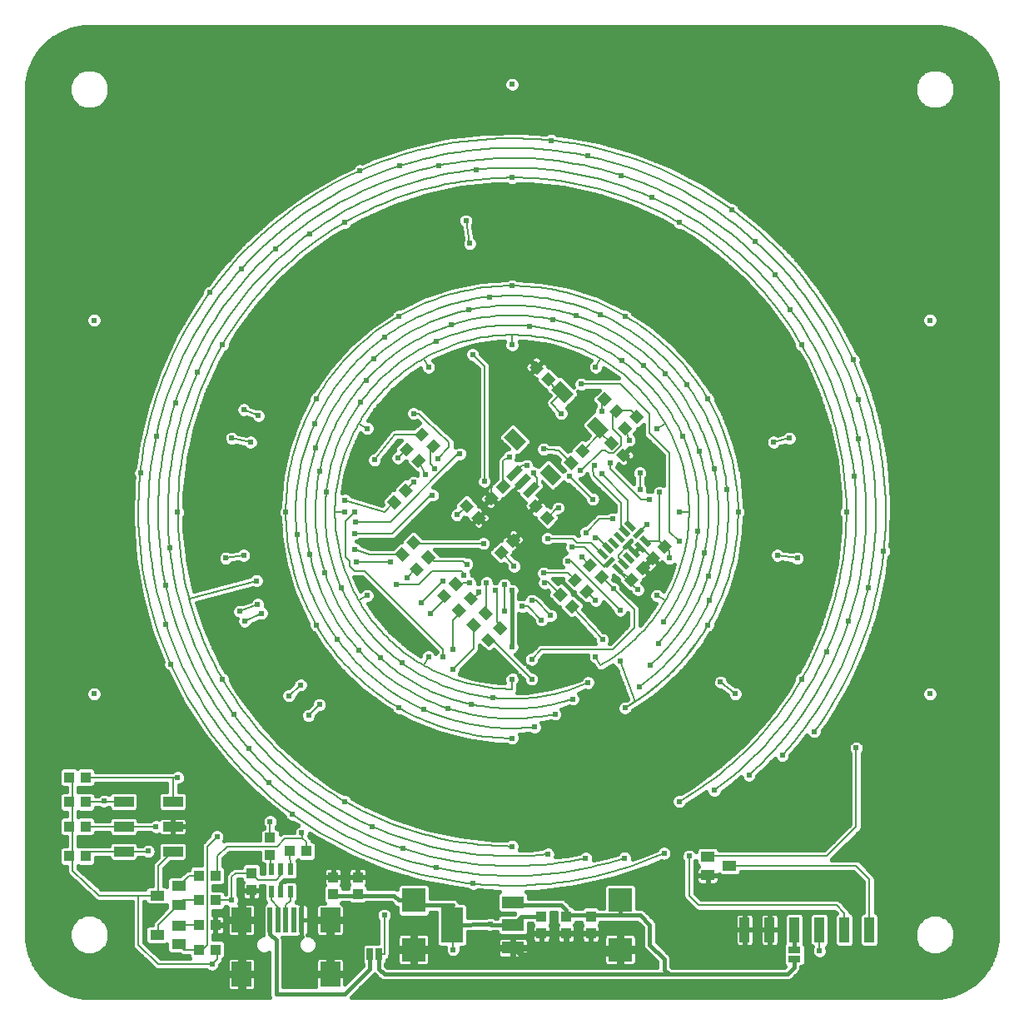
<source format=gtl>
G75*
%MOIN*%
%OFA0B0*%
%FSLAX24Y24*%
%IPPOS*%
%LPD*%
%AMOC8*
5,1,8,0,0,1.08239X$1,22.5*
%
%ADD10R,0.0394X0.0433*%
%ADD11R,0.0433X0.0394*%
%ADD12R,0.0276X0.0669*%
%ADD13R,0.0787X0.0394*%
%ADD14R,0.0512X0.0748*%
%ADD15R,0.0880X0.0480*%
%ADD16R,0.0866X0.1417*%
%ADD17R,0.0945X0.0945*%
%ADD18R,0.0197X0.0472*%
%ADD19R,0.0394X0.0984*%
%ADD20R,0.0197X0.0984*%
%ADD21R,0.0787X0.0984*%
%ADD22R,0.0236X0.0472*%
%ADD23R,0.0551X0.0394*%
%ADD24R,0.0500X0.0250*%
%ADD25R,0.0250X0.0500*%
%ADD26C,0.0080*%
%ADD27C,0.0242*%
%ADD28C,0.0160*%
D10*
X007326Y007617D03*
X007995Y007617D03*
X007995Y008601D03*
X007326Y008601D03*
X007326Y009585D03*
X007995Y009585D03*
X007995Y010570D03*
X007326Y010570D03*
X009432Y010668D03*
X009432Y009999D03*
X010948Y011554D03*
X011617Y011554D03*
X012700Y010510D03*
X012700Y009841D03*
X013684Y009841D03*
X013684Y010510D03*
X021046Y008936D03*
X021046Y008266D03*
X022030Y008266D03*
X022030Y008936D03*
X023015Y008936D03*
X023015Y008266D03*
G36*
X019212Y020005D02*
X018933Y019726D01*
X018628Y020031D01*
X018907Y020310D01*
X019212Y020005D01*
G37*
G36*
X019685Y020478D02*
X019406Y020199D01*
X019101Y020504D01*
X019380Y020783D01*
X019685Y020478D01*
G37*
G36*
X019094Y021069D02*
X018815Y020790D01*
X018510Y021095D01*
X018789Y021374D01*
X019094Y021069D01*
G37*
G36*
X018621Y020596D02*
X018342Y020317D01*
X018037Y020622D01*
X018316Y020901D01*
X018621Y020596D01*
G37*
G36*
X018031Y021186D02*
X017752Y020907D01*
X017447Y021212D01*
X017726Y021491D01*
X018031Y021186D01*
G37*
G36*
X018504Y021659D02*
X018225Y021380D01*
X017920Y021685D01*
X018199Y021964D01*
X018504Y021659D01*
G37*
G36*
X017913Y022250D02*
X017634Y021971D01*
X017329Y022276D01*
X017608Y022555D01*
X017913Y022250D01*
G37*
G36*
X017440Y021777D02*
X017161Y021498D01*
X016856Y021803D01*
X017135Y022082D01*
X017440Y021777D01*
G37*
G36*
X016338Y022840D02*
X016059Y022561D01*
X015754Y022866D01*
X016033Y023145D01*
X016338Y022840D01*
G37*
G36*
X016811Y023313D02*
X016532Y023034D01*
X016227Y023339D01*
X016506Y023618D01*
X016811Y023313D01*
G37*
G36*
X016220Y023903D02*
X015941Y023624D01*
X015636Y023929D01*
X015915Y024208D01*
X016220Y023903D01*
G37*
G36*
X015747Y023430D02*
X015468Y023151D01*
X015163Y023456D01*
X015442Y023735D01*
X015747Y023430D01*
G37*
G36*
X015432Y025517D02*
X015153Y025238D01*
X014848Y025543D01*
X015127Y025822D01*
X015432Y025517D01*
G37*
G36*
X015905Y025990D02*
X015626Y025711D01*
X015321Y026016D01*
X015600Y026295D01*
X015905Y025990D01*
G37*
G36*
X016112Y026891D02*
X015833Y027170D01*
X016138Y027475D01*
X016417Y027196D01*
X016112Y026891D01*
G37*
G36*
X015639Y027365D02*
X015360Y027644D01*
X015665Y027949D01*
X015944Y027670D01*
X015639Y027365D01*
G37*
G36*
X016230Y027955D02*
X015951Y028234D01*
X016256Y028539D01*
X016535Y028260D01*
X016230Y027955D01*
G37*
G36*
X016703Y027482D02*
X016424Y027761D01*
X016729Y028066D01*
X017008Y027787D01*
X016703Y027482D01*
G37*
G36*
X021935Y027118D02*
X022214Y027397D01*
X022519Y027092D01*
X022240Y026813D01*
X021935Y027118D01*
G37*
G36*
X022408Y027591D02*
X022687Y027870D01*
X022992Y027565D01*
X022713Y027286D01*
X022408Y027591D01*
G37*
G36*
X024100Y028496D02*
X024379Y028775D01*
X024684Y028470D01*
X024405Y028191D01*
X024100Y028496D01*
G37*
G36*
X024026Y028899D02*
X023747Y029178D01*
X024052Y029483D01*
X024331Y029204D01*
X024026Y028899D01*
G37*
G36*
X024573Y028969D02*
X024852Y029248D01*
X025157Y028943D01*
X024878Y028664D01*
X024573Y028969D01*
G37*
G36*
X023552Y029372D02*
X023273Y029651D01*
X023578Y029956D01*
X023857Y029677D01*
X023552Y029372D01*
G37*
G36*
X022988Y023303D02*
X023267Y023024D01*
X022962Y022719D01*
X022683Y022998D01*
X022988Y023303D01*
G37*
G36*
X023461Y022830D02*
X023740Y022551D01*
X023435Y022246D01*
X023156Y022525D01*
X023461Y022830D01*
G37*
G36*
X022871Y022239D02*
X023150Y021960D01*
X022845Y021655D01*
X022566Y021934D01*
X022871Y022239D01*
G37*
G36*
X022397Y022712D02*
X022676Y022433D01*
X022371Y022128D01*
X022092Y022407D01*
X022397Y022712D01*
G37*
G36*
X021807Y022122D02*
X022086Y021843D01*
X021781Y021538D01*
X021502Y021817D01*
X021807Y022122D01*
G37*
G36*
X022280Y021649D02*
X022559Y021370D01*
X022254Y021065D01*
X021975Y021344D01*
X022280Y021649D01*
G37*
X002798Y014507D03*
X002129Y014507D03*
X002129Y013522D03*
X002798Y013522D03*
X002798Y012538D03*
X002129Y012538D03*
X002129Y011357D03*
X002798Y011357D03*
D11*
X010180Y011416D03*
X010180Y012085D03*
G36*
X019724Y023535D02*
X019419Y023230D01*
X019140Y023509D01*
X019445Y023814D01*
X019724Y023535D01*
G37*
G36*
X020197Y024008D02*
X019892Y023703D01*
X019613Y023982D01*
X019918Y024287D01*
X020197Y024008D01*
G37*
G36*
X021270Y025192D02*
X021575Y024887D01*
X021296Y024608D01*
X020991Y024913D01*
X021270Y025192D01*
G37*
G36*
X020797Y025665D02*
X021102Y025360D01*
X020823Y025081D01*
X020518Y025386D01*
X020797Y025665D01*
G37*
G36*
X019219Y026148D02*
X019524Y026453D01*
X019803Y026174D01*
X019498Y025869D01*
X019219Y026148D01*
G37*
G36*
X018746Y025674D02*
X019051Y025979D01*
X019330Y025700D01*
X019025Y025395D01*
X018746Y025674D01*
G37*
G36*
X018067Y025081D02*
X017762Y025386D01*
X018041Y025665D01*
X018346Y025360D01*
X018067Y025081D01*
G37*
G36*
X018540Y024608D02*
X018235Y024913D01*
X018514Y025192D01*
X018819Y024887D01*
X018540Y024608D01*
G37*
G36*
X023828Y028185D02*
X024133Y027880D01*
X023854Y027601D01*
X023549Y027906D01*
X023828Y028185D01*
G37*
G36*
X024301Y027712D02*
X024606Y027407D01*
X024327Y027128D01*
X024022Y027433D01*
X024301Y027712D01*
G37*
G36*
X021309Y030743D02*
X021614Y030438D01*
X021335Y030159D01*
X021030Y030464D01*
X021309Y030743D01*
G37*
G36*
X020836Y031216D02*
X021141Y030911D01*
X020862Y030632D01*
X020557Y030937D01*
X020836Y031216D01*
G37*
G36*
X025676Y023746D02*
X025981Y024051D01*
X026260Y023772D01*
X025955Y023467D01*
X025676Y023746D01*
G37*
G36*
X025203Y023273D02*
X025508Y023578D01*
X025787Y023299D01*
X025482Y022994D01*
X025203Y023273D01*
G37*
G36*
X025394Y022906D02*
X025089Y022601D01*
X024810Y022880D01*
X025115Y023185D01*
X025394Y022906D01*
G37*
G36*
X024920Y022433D02*
X024615Y022128D01*
X024336Y022407D01*
X024641Y022712D01*
X024920Y022433D01*
G37*
D12*
G36*
X020494Y025690D02*
X020299Y025885D01*
X020770Y026356D01*
X020965Y026161D01*
X020494Y025690D01*
G37*
G36*
X020160Y026024D02*
X019965Y026219D01*
X020436Y026690D01*
X020631Y026495D01*
X020160Y026024D01*
G37*
G36*
X019826Y026358D02*
X019631Y026553D01*
X020102Y027024D01*
X020297Y026829D01*
X019826Y026358D01*
G37*
D13*
X006282Y013538D03*
X006282Y012538D03*
X006282Y011538D03*
X004314Y011538D03*
X004314Y012538D03*
X004314Y013538D03*
D14*
G36*
X019535Y028132D02*
X019897Y028494D01*
X020425Y027966D01*
X020063Y027604D01*
X019535Y028132D01*
G37*
G36*
X020955Y026713D02*
X021317Y027075D01*
X021845Y026547D01*
X021483Y026185D01*
X020955Y026713D01*
G37*
G36*
X022848Y028606D02*
X023210Y028968D01*
X023738Y028440D01*
X023376Y028078D01*
X022848Y028606D01*
G37*
G36*
X021428Y030026D02*
X021790Y030388D01*
X022318Y029860D01*
X021956Y029498D01*
X021428Y030026D01*
G37*
D15*
X019904Y009511D03*
X019904Y008601D03*
X019904Y007691D03*
D16*
X017464Y008601D03*
D17*
X015928Y007617D03*
X015928Y009585D03*
X024196Y009585D03*
X024196Y007617D03*
D18*
G36*
X023867Y022953D02*
X024006Y023092D01*
X024339Y022759D01*
X024200Y022620D01*
X023867Y022953D01*
G37*
G36*
X023672Y022899D02*
X023533Y023038D01*
X023866Y023371D01*
X024005Y023232D01*
X023672Y022899D01*
G37*
G36*
X024561Y022982D02*
X024422Y022843D01*
X024089Y023176D01*
X024228Y023315D01*
X024561Y022982D01*
G37*
G36*
X024784Y023205D02*
X024645Y023066D01*
X024312Y023399D01*
X024451Y023538D01*
X024784Y023205D01*
G37*
G36*
X025007Y023427D02*
X024868Y023288D01*
X024535Y023621D01*
X024674Y023760D01*
X025007Y023427D01*
G37*
G36*
X025230Y023650D02*
X025091Y023511D01*
X024758Y023844D01*
X024897Y023983D01*
X025230Y023650D01*
G37*
G36*
X025452Y023873D02*
X025313Y023734D01*
X024980Y024067D01*
X025119Y024206D01*
X025452Y023873D01*
G37*
G36*
X025035Y024540D02*
X025174Y024401D01*
X024841Y024068D01*
X024702Y024207D01*
X025035Y024540D01*
G37*
G36*
X024840Y024485D02*
X024701Y024346D01*
X024368Y024679D01*
X024507Y024818D01*
X024840Y024485D01*
G37*
G36*
X024617Y024262D02*
X024478Y024123D01*
X024145Y024456D01*
X024284Y024595D01*
X024617Y024262D01*
G37*
G36*
X023922Y024234D02*
X024061Y024373D01*
X024394Y024040D01*
X024255Y023901D01*
X023922Y024234D01*
G37*
G36*
X023700Y024011D02*
X023839Y024150D01*
X024172Y023817D01*
X024033Y023678D01*
X023700Y024011D01*
G37*
G36*
X023477Y023788D02*
X023616Y023927D01*
X023949Y023594D01*
X023810Y023455D01*
X023477Y023788D01*
G37*
G36*
X023254Y023566D02*
X023393Y023705D01*
X023726Y023372D01*
X023587Y023233D01*
X023254Y023566D01*
G37*
D19*
X029176Y008404D03*
X030176Y008404D03*
X031176Y008404D03*
X032176Y008404D03*
X033176Y008404D03*
X034176Y008404D03*
D20*
X011440Y008798D03*
X011125Y008798D03*
X010810Y008798D03*
X010495Y008798D03*
X010180Y008798D03*
D21*
X009038Y008798D03*
X009038Y006633D03*
X012582Y006633D03*
X012582Y008798D03*
D22*
X010987Y009920D03*
X010613Y009920D03*
X010239Y009920D03*
X010239Y010825D03*
X010613Y010825D03*
X010987Y010825D03*
D23*
X006519Y010156D03*
X006519Y009408D03*
X006519Y008581D03*
X006519Y007833D03*
X005652Y008207D03*
X005652Y009782D03*
X027700Y010589D03*
X027700Y011337D03*
X028566Y010963D03*
D24*
X031164Y007597D03*
X031164Y007243D03*
D25*
X014530Y007420D03*
X014176Y007420D03*
D26*
X014530Y007420D02*
X014747Y007420D01*
X014747Y008995D01*
X017464Y008601D02*
X017503Y008562D01*
X017503Y007617D01*
X011597Y010373D02*
X010810Y010373D01*
X010613Y010176D01*
X010613Y009920D01*
X010239Y009920D02*
X010219Y009822D01*
X010219Y009585D01*
X010495Y009310D01*
X010495Y008798D01*
X010810Y008798D02*
X010810Y009388D01*
X010987Y009566D01*
X010987Y009920D01*
X010416Y010412D02*
X010613Y010609D01*
X010613Y010825D01*
X010239Y010825D02*
X010180Y011416D01*
X010456Y011751D02*
X010771Y012066D01*
X011479Y012066D01*
X011440Y012302D01*
X011479Y012066D02*
X011617Y011928D01*
X011617Y011554D01*
X010948Y011554D02*
X010987Y010825D01*
X010416Y010412D02*
X009688Y010412D01*
X009432Y010668D01*
X008782Y010668D01*
X008645Y010530D01*
X008645Y009585D01*
X007995Y009585D01*
X007326Y009585D02*
X006696Y009585D01*
X006519Y009408D01*
X006499Y009408D01*
X005692Y008601D01*
X005692Y008247D01*
X005652Y008207D01*
X004904Y007814D02*
X004904Y009782D01*
X003330Y009782D01*
X002267Y010766D01*
X002267Y011219D01*
X002129Y011357D01*
X002267Y011357D01*
X002267Y012400D01*
X002129Y012538D01*
X002267Y012538D01*
X002267Y013385D01*
X002129Y013522D01*
X002267Y013522D01*
X002267Y014369D01*
X002129Y014507D01*
X002798Y014507D02*
X006282Y014507D01*
X006479Y014507D01*
X006282Y014507D02*
X006282Y013538D01*
X005613Y012538D02*
X004314Y012538D01*
X002798Y012538D01*
X002822Y011538D02*
X002798Y011357D01*
X002822Y011538D02*
X004314Y011538D01*
X005282Y011538D01*
X005298Y011554D01*
X005692Y010963D02*
X005692Y009822D01*
X005652Y009782D01*
X004904Y009782D01*
X005692Y010963D02*
X006267Y011538D01*
X006282Y011538D01*
X006932Y010570D02*
X007326Y010570D01*
X006932Y010570D02*
X006519Y010156D01*
X007995Y010570D02*
X008054Y010629D01*
X008054Y011357D01*
X008448Y011751D01*
X010456Y011751D01*
X010180Y012085D02*
X010180Y012735D01*
X008054Y012144D02*
X007660Y011751D01*
X007660Y007814D01*
X007463Y007617D01*
X007326Y007617D01*
X006735Y007617D01*
X006519Y007833D01*
X006519Y008581D02*
X006538Y008601D01*
X007326Y008601D01*
X007995Y007617D02*
X007995Y007479D01*
X008054Y007420D01*
X008054Y007223D01*
X007857Y007026D01*
X005692Y007026D01*
X004904Y007814D01*
X004314Y013538D02*
X003550Y013538D01*
X003526Y013562D01*
X002814Y013538D02*
X004314Y013538D01*
X002814Y013538D02*
X002798Y013522D01*
X009156Y020766D02*
X009826Y021081D01*
X009668Y021436D02*
X008960Y021160D01*
X009629Y022381D02*
X006952Y021672D01*
X008408Y023286D02*
X009117Y023404D01*
X012778Y025136D02*
X013172Y025136D01*
X013211Y024782D02*
X013566Y025136D01*
X013605Y024743D02*
X014983Y024743D01*
X017739Y027499D01*
X017778Y027459D01*
X017345Y027735D02*
X017345Y027932D01*
X016400Y028798D01*
X016125Y029073D01*
X015928Y029073D01*
X016243Y028247D02*
X015180Y028247D01*
X014353Y027223D01*
X015298Y027302D02*
X015299Y027302D01*
X015652Y027657D01*
X016125Y027183D02*
X016400Y026633D01*
X016755Y026869D02*
X016597Y027066D01*
X016597Y027735D01*
X016636Y027774D01*
X016716Y027774D01*
X016912Y027262D02*
X017345Y027735D01*
X018525Y026198D02*
X018129Y025802D01*
X018506Y025425D01*
X018506Y025332D01*
X018531Y025332D01*
X018567Y025323D01*
X018599Y025304D01*
X018737Y025166D01*
X018527Y024956D01*
X018583Y024900D01*
X018793Y025110D01*
X018931Y024972D01*
X018950Y024940D01*
X018959Y024904D01*
X018959Y024868D01*
X018950Y024832D01*
X018931Y024800D01*
X018807Y024676D01*
X018583Y024900D01*
X018527Y024843D01*
X018751Y024619D01*
X018627Y024496D01*
X018595Y024477D01*
X018559Y024468D01*
X018522Y024468D01*
X018487Y024477D01*
X018455Y024496D01*
X018317Y024633D01*
X018527Y024843D01*
X018470Y024900D01*
X018260Y024690D01*
X018123Y024828D01*
X018104Y024860D01*
X018095Y024895D01*
X018095Y024921D01*
X018001Y024921D01*
X017943Y024979D01*
X017941Y024978D01*
X017941Y024962D01*
X017899Y024859D01*
X017839Y024800D01*
X018544Y024095D01*
X018564Y024115D01*
X018667Y024158D01*
X018779Y024158D01*
X018882Y024115D01*
X018962Y024036D01*
X019004Y023933D01*
X019004Y023821D01*
X018962Y023717D01*
X018942Y023698D01*
X019022Y023617D01*
X019379Y023974D01*
X019473Y023974D01*
X019473Y024000D01*
X019482Y024035D01*
X019500Y024067D01*
X019638Y024205D01*
X019848Y023995D01*
X019905Y024052D01*
X019961Y023995D01*
X019905Y023939D01*
X020115Y023729D01*
X019977Y023591D01*
X019945Y023572D01*
X019909Y023563D01*
X019884Y023563D01*
X019884Y023470D01*
X019825Y023411D01*
X019984Y023252D01*
X020000Y023252D01*
X020103Y023209D01*
X020182Y023130D01*
X020205Y023075D01*
X021044Y023914D01*
X021044Y023914D01*
X021001Y024018D01*
X021001Y024129D01*
X021044Y024233D01*
X021123Y024312D01*
X021226Y024355D01*
X021338Y024355D01*
X021442Y024312D01*
X022267Y025136D01*
X022267Y025176D01*
X021418Y026024D01*
X021417Y026024D01*
X021049Y026392D01*
X021049Y026305D01*
X021126Y026228D01*
X021126Y026096D01*
X020831Y025801D01*
X020850Y025796D01*
X020882Y025777D01*
X021019Y025640D01*
X020810Y025430D01*
X020866Y025373D01*
X021076Y025583D01*
X021214Y025445D01*
X021232Y025413D01*
X021242Y025378D01*
X021242Y025352D01*
X021335Y025352D01*
X021394Y025294D01*
X021434Y025334D01*
X021434Y025350D01*
X021477Y025453D01*
X021556Y025532D01*
X021660Y025575D01*
X021771Y025575D01*
X021875Y025532D01*
X021954Y025453D01*
X021996Y025350D01*
X021996Y025238D01*
X021954Y025135D01*
X021875Y025056D01*
X021771Y025013D01*
X021679Y025013D01*
X021677Y025011D01*
X021735Y024952D01*
X021735Y024820D01*
X021363Y024448D01*
X021230Y024448D01*
X020830Y024847D01*
X020830Y024941D01*
X020805Y024941D01*
X020769Y024950D01*
X020737Y024969D01*
X020600Y025107D01*
X020810Y025317D01*
X020753Y025373D01*
X020543Y025163D01*
X020405Y025301D01*
X020387Y025333D01*
X020377Y025369D01*
X020377Y025405D01*
X020387Y025441D01*
X020405Y025473D01*
X020461Y025529D01*
X020427Y025529D01*
X020138Y025817D01*
X020138Y025884D01*
X020105Y025892D01*
X020073Y025911D01*
X019983Y026001D01*
X020298Y026316D01*
X020257Y026357D01*
X019942Y026042D01*
X019920Y026064D01*
X019563Y025708D01*
X019470Y025708D01*
X019470Y025683D01*
X019461Y025647D01*
X019442Y025615D01*
X019304Y025477D01*
X019094Y025687D01*
X019038Y025631D01*
X019248Y025421D01*
X019110Y025283D01*
X019078Y025264D01*
X019042Y025255D01*
X019006Y025255D01*
X018970Y025264D01*
X018938Y025283D01*
X018814Y025407D01*
X019038Y025631D01*
X018981Y025687D01*
X018757Y025463D01*
X018634Y025587D01*
X018615Y025619D01*
X018606Y025655D01*
X018606Y025692D01*
X018615Y025727D01*
X018634Y025759D01*
X018771Y025897D01*
X018981Y025687D01*
X019038Y025744D01*
X018828Y025954D01*
X018966Y026092D01*
X018998Y026110D01*
X019033Y026120D01*
X019059Y026120D01*
X019059Y026213D01*
X019311Y026465D01*
X019311Y026984D01*
X018963Y026636D01*
X018963Y026554D01*
X019001Y026516D01*
X019044Y026413D01*
X019044Y026301D01*
X019001Y026198D01*
X018922Y026119D01*
X018819Y026076D01*
X018707Y026076D01*
X018603Y026119D01*
X018525Y026198D01*
X018547Y026176D02*
X018502Y026176D01*
X018424Y026097D02*
X018656Y026097D01*
X018869Y026097D02*
X018975Y026097D01*
X018979Y026176D02*
X019059Y026176D01*
X019024Y026254D02*
X019100Y026254D01*
X019044Y026333D02*
X019178Y026333D01*
X019257Y026411D02*
X019044Y026411D01*
X019038Y026474D02*
X019038Y025687D01*
X018999Y025705D02*
X018964Y025705D01*
X018999Y025783D02*
X018886Y025783D01*
X018920Y025862D02*
X018807Y025862D01*
X018736Y025862D02*
X018188Y025862D01*
X018148Y025783D02*
X018657Y025783D01*
X018609Y025705D02*
X018227Y025705D01*
X018305Y025626D02*
X018613Y025626D01*
X018673Y025548D02*
X018384Y025548D01*
X018462Y025469D02*
X018752Y025469D01*
X018763Y025469D02*
X018876Y025469D01*
X018842Y025548D02*
X018955Y025548D01*
X018920Y025626D02*
X019033Y025626D01*
X019043Y025626D02*
X019156Y025626D01*
X019121Y025548D02*
X019234Y025548D01*
X019200Y025469D02*
X020403Y025469D01*
X020408Y025548D02*
X019374Y025548D01*
X019448Y025626D02*
X020330Y025626D01*
X020251Y025705D02*
X019470Y025705D01*
X019638Y025783D02*
X020173Y025783D01*
X020138Y025862D02*
X019717Y025862D01*
X019795Y025940D02*
X020044Y025940D01*
X020001Y026019D02*
X019874Y026019D01*
X019997Y026097D02*
X020079Y026097D01*
X020076Y026176D02*
X020158Y026176D01*
X020154Y026254D02*
X020236Y026254D01*
X020233Y026333D02*
X020282Y026333D01*
X020632Y026023D02*
X020849Y026240D01*
X020849Y026514D01*
X020731Y026633D01*
X020731Y026711D01*
X020456Y026987D02*
X020260Y026987D01*
X019964Y026691D01*
X019311Y026725D02*
X019052Y026725D01*
X018973Y026647D02*
X019311Y026647D01*
X019311Y026568D02*
X018963Y026568D01*
X019012Y026490D02*
X019311Y026490D01*
X019235Y026751D02*
X019038Y026474D01*
X018763Y026357D02*
X018763Y030963D01*
X018290Y031436D01*
X019865Y031829D02*
X019865Y032223D01*
X020550Y032577D02*
X020613Y032577D01*
X021322Y030451D02*
X021680Y029943D01*
X021873Y029943D01*
X021440Y029509D01*
X021834Y029073D01*
X021400Y028207D02*
X021400Y028050D01*
X021124Y027656D02*
X021715Y027617D01*
X022227Y027105D01*
X022582Y026790D02*
X022621Y026790D01*
X023448Y027617D01*
X023605Y027617D01*
X023723Y027499D01*
X023920Y027499D01*
X024235Y027814D01*
X024235Y028129D01*
X023881Y028483D01*
X023881Y029033D01*
X024039Y029191D01*
X024630Y029191D01*
X024865Y028956D01*
X025377Y029073D02*
X025377Y028286D01*
X026164Y027499D01*
X026164Y024349D01*
X026558Y023955D01*
X026164Y023562D02*
X025771Y023955D01*
X025968Y023759D01*
X025771Y023955D02*
X025771Y023955D01*
X025771Y025529D01*
X025771Y025924D01*
X025377Y025648D02*
X025023Y025648D01*
X023802Y026869D01*
X023802Y027105D01*
X023448Y026672D02*
X024511Y025609D01*
X024511Y024715D01*
X024604Y024582D01*
X024381Y024359D02*
X024302Y024479D01*
X024235Y024428D01*
X024235Y025491D01*
X023133Y026593D01*
X023093Y026869D01*
X023172Y026987D01*
X022700Y027578D02*
X023408Y028286D01*
X023408Y028407D01*
X023293Y028523D01*
X023409Y028286D02*
X023408Y028286D01*
X023409Y028286D02*
X023841Y027893D01*
X024550Y028010D02*
X024393Y028483D01*
X024392Y028483D01*
X025377Y029073D02*
X024196Y030255D01*
X022621Y030255D01*
X023211Y030933D02*
X023407Y031272D01*
X023565Y029664D02*
X023448Y029429D01*
X023448Y029152D01*
X025661Y028483D02*
X025999Y028678D01*
X024983Y026711D02*
X024983Y026042D01*
X025259Y024625D02*
X024938Y024304D01*
X025216Y023970D02*
X025756Y023970D01*
X025771Y023955D01*
X025771Y023956D01*
X025771Y023955D01*
X026164Y023562D02*
X026164Y023286D01*
X025495Y023286D02*
X024994Y023747D01*
X024771Y023538D02*
X024511Y023798D01*
X024117Y023404D01*
X024117Y023287D01*
X024325Y023079D01*
X024103Y022856D02*
X024103Y022828D01*
X024511Y022381D01*
X024904Y022026D01*
X024628Y022420D02*
X024146Y022813D01*
X024103Y022856D01*
X023769Y023135D02*
X023566Y022932D01*
X022778Y023719D01*
X022267Y023719D01*
X022463Y023916D02*
X022306Y024073D01*
X021282Y024073D01*
X021018Y023978D02*
X020334Y023978D01*
X020337Y023991D02*
X020328Y023955D01*
X020309Y023923D01*
X020171Y023785D01*
X019961Y023995D01*
X020185Y024219D01*
X020309Y024095D01*
X020328Y024063D01*
X020337Y024028D01*
X020337Y023991D01*
X020329Y024056D02*
X021001Y024056D01*
X021003Y024135D02*
X020270Y024135D01*
X020191Y024213D02*
X021036Y024213D01*
X021103Y024292D02*
X020113Y024292D01*
X020129Y024276D02*
X019905Y024052D01*
X019695Y024262D01*
X019833Y024399D01*
X019865Y024418D01*
X019900Y024427D01*
X019937Y024427D01*
X019973Y024418D01*
X020005Y024399D01*
X020129Y024276D01*
X020179Y024213D02*
X020066Y024213D01*
X020101Y024135D02*
X019988Y024135D01*
X020022Y024056D02*
X019909Y024056D01*
X019901Y024056D02*
X019787Y024056D01*
X019822Y024135D02*
X019709Y024135D01*
X019744Y024213D02*
X018426Y024213D01*
X018348Y024292D02*
X019725Y024292D01*
X019803Y024370D02*
X018269Y024370D01*
X018191Y024449D02*
X021229Y024449D01*
X021151Y024527D02*
X018658Y024527D01*
X018737Y024606D02*
X021072Y024606D01*
X020994Y024684D02*
X018815Y024684D01*
X018799Y024684D02*
X018686Y024684D01*
X018721Y024763D02*
X018608Y024763D01*
X018642Y024841D02*
X018529Y024841D01*
X018525Y024841D02*
X018411Y024841D01*
X018446Y024763D02*
X018333Y024763D01*
X018330Y024703D02*
X018527Y024900D01*
X018564Y024920D02*
X018603Y024920D01*
X018568Y024998D02*
X018682Y024998D01*
X018647Y025077D02*
X018760Y025077D01*
X018827Y025077D02*
X020630Y025077D01*
X020648Y025155D02*
X018725Y025155D01*
X018670Y025234D02*
X020473Y025234D01*
X020399Y025312D02*
X019139Y025312D01*
X019217Y025391D02*
X020377Y025391D01*
X020613Y025234D02*
X020726Y025234D01*
X020692Y025312D02*
X020805Y025312D01*
X020810Y025373D02*
X021242Y025806D01*
X021243Y025806D01*
X021424Y026019D02*
X021049Y026019D01*
X021126Y026097D02*
X021345Y026097D01*
X021266Y026176D02*
X021126Y026176D01*
X021101Y026254D02*
X021188Y026254D01*
X021109Y026333D02*
X021049Y026333D01*
X020970Y025940D02*
X021502Y025940D01*
X021581Y025862D02*
X020892Y025862D01*
X020872Y025783D02*
X021659Y025783D01*
X021738Y025705D02*
X020954Y025705D01*
X021006Y025626D02*
X021816Y025626D01*
X021838Y025548D02*
X021895Y025548D01*
X021938Y025469D02*
X021973Y025469D01*
X021980Y025391D02*
X022052Y025391D01*
X021996Y025312D02*
X022130Y025312D01*
X022209Y025234D02*
X021995Y025234D01*
X021962Y025155D02*
X022267Y025155D01*
X022207Y025077D02*
X021895Y025077D01*
X021689Y024998D02*
X022128Y024998D01*
X022050Y024920D02*
X021735Y024920D01*
X021735Y024841D02*
X021971Y024841D01*
X021893Y024763D02*
X021678Y024763D01*
X021599Y024684D02*
X021814Y024684D01*
X021736Y024606D02*
X021521Y024606D01*
X021442Y024527D02*
X021657Y024527D01*
X021579Y024449D02*
X021364Y024449D01*
X021500Y024370D02*
X020034Y024370D01*
X019979Y023978D02*
X019944Y023978D01*
X019905Y023995D02*
X020417Y023483D01*
X020534Y023483D01*
X020558Y023428D02*
X019842Y023428D01*
X019884Y023506D02*
X020637Y023506D01*
X020715Y023585D02*
X019967Y023585D01*
X020050Y023664D02*
X020794Y023664D01*
X020872Y023742D02*
X020101Y023742D01*
X020136Y023821D02*
X020023Y023821D01*
X020058Y023899D02*
X019944Y023899D01*
X020207Y023821D02*
X020951Y023821D01*
X021029Y023899D02*
X020285Y023899D01*
X020480Y023349D02*
X019887Y023349D01*
X019965Y023271D02*
X020401Y023271D01*
X020323Y023192D02*
X020120Y023192D01*
X020189Y023114D02*
X020244Y023114D01*
X019944Y023010D02*
X019432Y023522D01*
X019147Y023742D02*
X018972Y023742D01*
X018976Y023664D02*
X019068Y023664D01*
X019004Y023821D02*
X019225Y023821D01*
X019304Y023899D02*
X019004Y023899D01*
X018986Y023978D02*
X019473Y023978D01*
X019494Y024056D02*
X018941Y024056D01*
X018835Y024135D02*
X019568Y024135D01*
X018723Y023877D02*
X015968Y023877D01*
X015928Y023916D01*
X015455Y023443D02*
X014157Y023443D01*
X013566Y023640D01*
X013211Y023325D02*
X013211Y024782D01*
X013172Y025609D02*
X014747Y025136D01*
X015140Y025530D01*
X015613Y026003D02*
X015928Y026318D01*
X016597Y025806D02*
X015062Y024270D01*
X013566Y024270D01*
X013211Y023325D02*
X013369Y023168D01*
X013369Y022971D01*
X013566Y022774D01*
X013960Y022774D01*
X017109Y019625D01*
X017109Y019349D01*
X017503Y019625D02*
X017503Y020806D01*
X017739Y021042D01*
X017739Y021199D01*
X018212Y021672D02*
X018526Y021829D01*
X018526Y021948D01*
X018841Y022302D02*
X018841Y020963D01*
X018802Y021082D01*
X019274Y020727D02*
X019432Y020570D01*
X019471Y020570D01*
X019393Y020491D01*
X019274Y020727D02*
X019274Y021948D01*
X019235Y021987D01*
X019196Y021987D01*
X019550Y022223D02*
X019550Y021160D01*
X020259Y021357D02*
X020495Y021357D01*
X021046Y020806D01*
X021412Y020995D02*
X020814Y021593D01*
X020652Y021593D01*
X021164Y022302D02*
X021282Y022341D01*
X021794Y021830D01*
X021794Y021830D01*
X022267Y021357D02*
X023487Y020018D01*
X023881Y019625D02*
X021046Y019625D01*
X020652Y019231D01*
X020652Y018444D02*
X019078Y020018D01*
X018959Y020019D01*
X018920Y020018D01*
X018329Y019664D02*
X017503Y018837D01*
X016519Y019340D02*
X016324Y019004D01*
X016597Y021081D02*
X017148Y021632D01*
X017148Y021790D01*
X017109Y022381D02*
X016243Y021514D01*
X016125Y022223D02*
X015219Y022223D01*
X015652Y022499D02*
X016006Y022853D01*
X016046Y022853D01*
X016676Y022774D02*
X016125Y022223D01*
X016676Y022774D02*
X017857Y022774D01*
X017936Y022617D01*
X018172Y022302D02*
X017621Y022263D01*
X018015Y023050D02*
X017897Y023168D01*
X016715Y023168D01*
X016558Y023247D01*
X016558Y023404D01*
X016519Y023365D01*
X016519Y023326D01*
X016558Y023247D02*
X016558Y023247D01*
X018015Y023050D02*
X018054Y023050D01*
X018505Y024135D02*
X018611Y024135D01*
X018423Y024527D02*
X018112Y024527D01*
X018034Y024606D02*
X018345Y024606D01*
X018368Y024684D02*
X017955Y024684D01*
X017936Y024703D02*
X018330Y024703D01*
X018188Y024763D02*
X017877Y024763D01*
X017880Y024841D02*
X018115Y024841D01*
X018095Y024920D02*
X017924Y024920D01*
X017699Y025018D02*
X018054Y025373D01*
X018506Y025391D02*
X018830Y025391D01*
X018909Y025312D02*
X018585Y025312D01*
X018905Y024998D02*
X020708Y024998D01*
X020830Y024920D02*
X018955Y024920D01*
X018952Y024841D02*
X020837Y024841D01*
X020915Y024763D02*
X018894Y024763D01*
X019865Y016081D02*
X019643Y016084D01*
X019421Y016092D01*
X019200Y016105D01*
X018979Y016124D01*
X018758Y016149D01*
X018538Y016179D01*
X018319Y016214D01*
X018101Y016254D01*
X017884Y016300D01*
X017668Y016352D01*
X017453Y016408D01*
X017240Y016470D01*
X017029Y016537D01*
X016819Y016609D01*
X016611Y016686D01*
X016405Y016768D01*
X016200Y016856D01*
X015999Y016948D01*
X015799Y017045D01*
X015602Y017147D01*
X015408Y017254D01*
X015216Y017366D01*
X015027Y017482D01*
X014841Y017603D01*
X014658Y017728D01*
X014478Y017858D01*
X014301Y017992D01*
X014127Y018131D01*
X013957Y018273D01*
X013791Y018420D01*
X013628Y018571D01*
X013469Y018726D01*
X013314Y018885D01*
X013163Y019047D01*
X013016Y019213D01*
X012873Y019383D01*
X012734Y019556D01*
X012599Y019732D01*
X012469Y019912D01*
X012343Y020095D01*
X012222Y020281D01*
X012105Y020469D01*
X011993Y020661D01*
X011886Y020855D01*
X011783Y021052D01*
X011686Y021251D01*
X011593Y021453D01*
X011505Y021657D01*
X011422Y021863D01*
X011345Y022071D01*
X011272Y022280D01*
X011205Y022492D01*
X011142Y022705D01*
X011086Y022919D01*
X011034Y023135D01*
X010987Y023352D01*
X010946Y023570D01*
X010911Y023789D01*
X010880Y024009D01*
X010855Y024230D01*
X010836Y024451D01*
X010822Y024672D01*
X010813Y024894D01*
X010810Y025116D01*
X010812Y025338D01*
X010820Y025559D01*
X010833Y025781D01*
X010852Y026002D01*
X010875Y026223D01*
X010905Y026443D01*
X010940Y026662D01*
X010980Y026880D01*
X011025Y027097D01*
X011076Y027313D01*
X011132Y027528D01*
X011193Y027742D01*
X011259Y027953D01*
X011331Y028163D01*
X011408Y028372D01*
X011490Y028578D01*
X011576Y028782D01*
X011668Y028984D01*
X011765Y029184D01*
X011867Y029381D01*
X011973Y029576D01*
X012084Y029768D01*
X012200Y029957D01*
X012321Y030144D01*
X012446Y030327D01*
X012575Y030507D01*
X012709Y030684D01*
X012847Y030858D01*
X012989Y031028D01*
X013136Y031195D01*
X013286Y031358D01*
X013441Y031517D01*
X013599Y031673D01*
X013761Y031824D01*
X013927Y031972D01*
X014096Y032116D01*
X014269Y032255D01*
X014445Y032390D01*
X014624Y032520D01*
X014807Y032647D01*
X014993Y032768D01*
X015181Y032885D01*
X015372Y032998D01*
X015566Y033106D01*
X015763Y033209D01*
X015962Y033307D01*
X016164Y033400D01*
X016367Y033488D01*
X016573Y033571D01*
X016781Y033649D01*
X016990Y033723D01*
X017201Y033790D01*
X017414Y033853D01*
X017629Y033911D01*
X017844Y033963D01*
X018061Y034010D01*
X018279Y034051D01*
X018498Y034087D01*
X018718Y034118D01*
X018939Y034143D01*
X019160Y034163D01*
X019381Y034178D01*
X019603Y034187D01*
X019825Y034191D01*
X020047Y034189D01*
X020268Y034182D01*
X020490Y034169D01*
X020711Y034151D01*
X020932Y034128D01*
X021152Y034099D01*
X021371Y034065D01*
X021589Y034025D01*
X021807Y033980D01*
X022023Y033930D01*
X022238Y033875D01*
X022451Y033814D01*
X022663Y033748D01*
X022873Y033677D01*
X023082Y033600D01*
X023288Y033519D01*
X023493Y033433D01*
X023695Y033341D01*
X023895Y033245D01*
X024092Y033144D01*
X024287Y033038D01*
X024480Y032927D01*
X024669Y032812D01*
X024856Y032692D01*
X025039Y032567D01*
X025220Y032438D01*
X025397Y032304D01*
X025571Y032167D01*
X025742Y032025D01*
X025909Y031879D01*
X026072Y031729D01*
X026232Y031574D01*
X026388Y031416D01*
X026540Y031255D01*
X026688Y031089D01*
X026832Y030920D01*
X026971Y030748D01*
X027107Y030572D01*
X027238Y030393D01*
X027364Y030211D01*
X027486Y030025D01*
X027604Y029837D01*
X027717Y029646D01*
X027825Y029452D01*
X027928Y029256D01*
X028027Y029057D01*
X028121Y028856D01*
X028209Y028652D01*
X028293Y028447D01*
X028372Y028239D01*
X028445Y028030D01*
X028513Y027819D01*
X028577Y027606D01*
X028635Y027392D01*
X028687Y027176D01*
X028735Y026959D01*
X028777Y026742D01*
X028813Y026523D01*
X028844Y026303D01*
X028870Y026083D01*
X028891Y025862D01*
X028906Y025640D01*
X028916Y025418D01*
X028920Y025197D01*
X028919Y024975D01*
X028912Y024753D01*
X028900Y024531D01*
X028882Y024310D01*
X028859Y024089D01*
X028831Y023869D01*
X028797Y023650D01*
X028758Y023431D01*
X028714Y023214D01*
X028664Y022998D01*
X028609Y022783D01*
X028549Y022569D01*
X028483Y022357D01*
X028412Y022147D01*
X028337Y021938D01*
X028256Y021732D01*
X028170Y021527D01*
X028079Y021324D01*
X027983Y021124D01*
X027882Y020927D01*
X027777Y020731D01*
X027666Y020539D01*
X027551Y020349D01*
X027432Y020162D01*
X027307Y019978D01*
X027179Y019797D01*
X027046Y019620D01*
X026908Y019445D01*
X026767Y019274D01*
X026621Y019107D01*
X026471Y018943D01*
X026318Y018783D01*
X026160Y018627D01*
X025999Y018475D01*
X025834Y018326D01*
X025665Y018182D01*
X025493Y018042D01*
X025317Y017906D01*
X025138Y017775D01*
X024956Y017648D01*
X024771Y017525D01*
X024583Y017407D01*
X024393Y017294D01*
X024393Y017295D02*
X024393Y017295D01*
X024786Y017538D01*
X024196Y019152D01*
X023881Y019625D02*
X024747Y020491D01*
X024747Y021239D01*
X023920Y022066D01*
X023448Y022538D01*
X023448Y022538D01*
X022975Y023011D02*
X022659Y023325D01*
X022227Y023168D02*
X024196Y021199D01*
X023212Y021593D02*
X022858Y021947D01*
X022384Y022420D02*
X022384Y022420D01*
X022109Y022696D01*
X021125Y022696D01*
X022109Y023168D02*
X022227Y023168D01*
X022463Y023916D02*
X023015Y023916D01*
X023462Y023469D01*
X023490Y023469D01*
X023713Y023691D02*
X023291Y024113D01*
X023211Y024113D01*
X022818Y024310D02*
X023369Y024861D01*
X023881Y024861D01*
X023093Y025648D02*
X022149Y026554D01*
X021593Y025548D02*
X021111Y025548D01*
X021040Y025548D02*
X020927Y025548D01*
X020962Y025469D02*
X020849Y025469D01*
X020849Y025391D02*
X020883Y025391D01*
X021190Y025469D02*
X021493Y025469D01*
X021451Y025391D02*
X021238Y025391D01*
X021375Y025312D02*
X021412Y025312D01*
X021677Y025294D02*
X021283Y024900D01*
X021677Y025294D02*
X021715Y025294D01*
X022424Y025097D02*
X022503Y025097D01*
X021442Y024312D02*
X021442Y024312D01*
X026558Y013543D02*
X026840Y013710D01*
X027118Y013885D01*
X027392Y014066D01*
X027661Y014253D01*
X027925Y014448D01*
X028185Y014648D01*
X028439Y014855D01*
X028688Y015068D01*
X028933Y015288D01*
X029171Y015513D01*
X029404Y015744D01*
X029632Y015980D01*
X029853Y016222D01*
X030068Y016469D01*
X030278Y016722D01*
X030481Y016980D01*
X030678Y017242D01*
X030868Y017509D01*
X031051Y017781D01*
X031228Y018058D01*
X031398Y018338D01*
X031561Y018623D01*
X031717Y018911D01*
X031866Y019203D01*
X032008Y019499D01*
X032143Y019799D01*
X032270Y020101D01*
X032390Y020406D01*
X032502Y020715D01*
X032606Y021026D01*
X032703Y021339D01*
X032792Y021655D01*
X032874Y021972D01*
X032947Y022292D01*
X033013Y022613D01*
X033071Y022936D01*
X033121Y023261D01*
X033163Y023586D01*
X033197Y023912D01*
X033223Y024239D01*
X033241Y024567D01*
X033251Y024895D01*
X033253Y025223D01*
X033247Y025551D01*
X033232Y025878D01*
X033210Y026206D01*
X033180Y026532D01*
X033142Y026858D01*
X033096Y027183D01*
X033041Y027507D01*
X032979Y027829D01*
X032909Y028149D01*
X032832Y028468D01*
X032746Y028785D01*
X032653Y029099D01*
X032552Y029411D01*
X032443Y029721D01*
X032327Y030028D01*
X032204Y030331D01*
X032073Y030632D01*
X031934Y030930D01*
X031789Y031224D01*
X031636Y031514D01*
X031476Y031800D01*
X031309Y032083D01*
X031136Y032361D01*
X030955Y032635D01*
X030768Y032904D01*
X030574Y033169D01*
X030374Y033429D01*
X030168Y033684D01*
X029955Y033934D01*
X029737Y034179D01*
X029512Y034418D01*
X029282Y034651D01*
X029046Y034879D01*
X028804Y035101D01*
X028557Y035317D01*
X028305Y035527D01*
X028048Y035731D01*
X027786Y035928D01*
X027519Y036119D01*
X027248Y036303D01*
X026972Y036480D01*
X026692Y036651D01*
X026407Y036815D01*
X026119Y036972D01*
X025827Y037121D01*
X025532Y037264D01*
X025233Y037399D01*
X024931Y037527D01*
X024626Y037647D01*
X024318Y037760D01*
X024007Y037865D01*
X023694Y037963D01*
X023378Y038053D01*
X023061Y038135D01*
X022741Y038209D01*
X022420Y038276D01*
X022097Y038334D01*
X021773Y038385D01*
X021448Y038427D01*
X021121Y038462D01*
X020795Y038489D01*
X020467Y038508D01*
X020139Y038518D01*
X019811Y038521D01*
X019483Y038515D01*
X019155Y038502D01*
X018828Y038481D01*
X018501Y038451D01*
X018175Y038414D01*
X017851Y038368D01*
X017527Y038315D01*
X017205Y038253D01*
X016884Y038184D01*
X016565Y038107D01*
X016248Y038022D01*
X015933Y037930D01*
X015621Y037829D01*
X015311Y037722D01*
X015004Y037606D01*
X014700Y037483D01*
X014399Y037353D01*
X014101Y037215D01*
X013807Y037070D01*
X013516Y036918D01*
X013230Y036759D01*
X012947Y036593D01*
X012668Y036420D01*
X012394Y036240D01*
X012124Y036053D01*
X011859Y035860D01*
X011598Y035661D01*
X011343Y035455D01*
X011092Y035243D01*
X010847Y035025D01*
X010608Y034801D01*
X010374Y034571D01*
X010145Y034335D01*
X009923Y034094D01*
X009706Y033848D01*
X009496Y033596D01*
X009292Y033340D01*
X009094Y033078D01*
X008902Y032811D01*
X008718Y032540D01*
X008539Y032265D01*
X008368Y031985D01*
X008204Y031701D01*
X008046Y031414D01*
X007896Y031122D01*
X007753Y030827D01*
X007617Y030528D01*
X007489Y030226D01*
X007368Y029921D01*
X007254Y029614D01*
X007148Y029303D01*
X007050Y028990D01*
X006959Y028675D01*
X006876Y028357D01*
X006801Y028038D01*
X006734Y027717D01*
X006675Y027394D01*
X006624Y027070D01*
X006580Y026745D01*
X006545Y026419D01*
X006517Y026092D01*
X006498Y025765D01*
X006486Y025437D01*
X006483Y025109D01*
X006488Y024781D01*
X006500Y024453D01*
X006521Y024126D01*
X006550Y023799D01*
X006587Y023473D01*
X006631Y023148D01*
X006684Y022824D01*
X006745Y022502D01*
X006813Y022181D01*
X006890Y021862D01*
X006974Y021545D01*
X007066Y021230D01*
X007165Y020917D01*
X007272Y020607D01*
X007387Y020300D01*
X007509Y019996D01*
X007639Y019694D01*
X007776Y019396D01*
X007920Y019102D01*
X008072Y018811D01*
X008230Y018524D01*
X008396Y018240D01*
X008568Y017961D01*
X008748Y017686D01*
X008934Y017416D01*
X009126Y017151D01*
X009325Y016890D01*
X009530Y016634D01*
X009742Y016383D01*
X009959Y016137D01*
X010183Y015897D01*
X010412Y015663D01*
X010647Y015434D01*
X010888Y015211D01*
X011133Y014994D01*
X011385Y014783D01*
X011641Y014578D01*
X011902Y014379D01*
X012168Y014188D01*
X012439Y014002D01*
X012714Y013823D01*
X012993Y013651D01*
X013277Y013486D01*
X013564Y013328D01*
X013855Y013177D01*
X014150Y013034D01*
X014449Y012897D01*
X014750Y012768D01*
X015055Y012646D01*
X015362Y012532D01*
X015673Y012426D01*
X015985Y012327D01*
X016300Y012235D01*
X016618Y012152D01*
X016937Y012076D01*
X017258Y012008D01*
X017580Y011948D01*
X017904Y011896D01*
X018229Y011852D01*
X018555Y011816D01*
X018882Y011787D01*
X019209Y011767D01*
X019537Y011755D01*
X019865Y011751D01*
X019865Y018050D02*
X019865Y018444D01*
X018329Y019664D02*
X018329Y020609D01*
X019944Y022971D02*
X019944Y023010D01*
X024393Y017294D02*
X024578Y017404D01*
X024761Y017518D01*
X024940Y017637D01*
X025117Y017760D01*
X025291Y017887D01*
X025462Y018018D01*
X025630Y018154D01*
X025795Y018293D01*
X025956Y018436D01*
X026114Y018583D01*
X026268Y018733D01*
X026418Y018887D01*
X026565Y019045D01*
X026708Y019206D01*
X026847Y019371D01*
X026983Y019539D01*
X027114Y019710D01*
X027241Y019884D01*
X027364Y020061D01*
X027483Y020240D01*
X027597Y020423D01*
X027707Y020609D01*
X026000Y021594D02*
X025661Y021790D01*
X024771Y023524D02*
X024771Y023538D01*
X026558Y025136D02*
X026952Y025136D01*
X030495Y023404D02*
X031282Y023286D01*
X030337Y027932D02*
X030967Y028089D01*
X023211Y019340D02*
X023408Y018999D01*
X028211Y018325D02*
X028802Y017853D01*
X033645Y015688D02*
X033645Y012538D01*
X032463Y011357D01*
X027719Y011357D01*
X027700Y011337D01*
X026952Y011357D02*
X026952Y009782D01*
X027345Y009388D01*
X032857Y009388D01*
X033176Y009070D01*
X033176Y008404D01*
X032267Y008404D02*
X032188Y008483D01*
X032168Y007558D01*
X032176Y008404D02*
X032176Y008455D01*
X032267Y008404D01*
X034176Y008404D02*
X034176Y010432D01*
X033645Y010963D01*
X028566Y010963D01*
X029176Y008404D02*
X029314Y008207D01*
X014069Y021790D02*
X013728Y021594D01*
X013645Y023129D02*
X014983Y023129D01*
X017660Y025018D02*
X017699Y025018D01*
X018267Y025940D02*
X018842Y025940D01*
X018893Y026019D02*
X018345Y026019D01*
X019130Y026804D02*
X019311Y026804D01*
X019311Y026882D02*
X019209Y026882D01*
X019287Y026961D02*
X019311Y026961D01*
X019511Y027185D02*
X019747Y027341D01*
X019511Y027185D02*
X019511Y026161D01*
X031969Y016342D02*
X032181Y016641D01*
X032385Y016946D01*
X032582Y017255D01*
X032771Y017569D01*
X032953Y017888D01*
X033127Y018211D01*
X033292Y018538D01*
X033450Y018869D01*
X033599Y019203D01*
X033741Y019542D01*
X033874Y019884D01*
X033998Y020228D01*
X034114Y020576D01*
X034222Y020927D01*
X034321Y021280D01*
X034411Y021635D01*
X034492Y021993D01*
X034565Y022352D01*
X034629Y022713D01*
X034683Y023076D01*
X034730Y023440D01*
X034767Y023804D01*
X034795Y024170D01*
X034814Y024536D01*
X034824Y024903D01*
X034825Y025269D01*
X034818Y025636D01*
X034801Y026002D01*
X034775Y026368D01*
X034741Y026733D01*
X034697Y027097D01*
X034644Y027460D01*
X034583Y027821D01*
X034513Y028181D01*
X034434Y028539D01*
X034346Y028895D01*
X034249Y029249D01*
X034144Y029600D01*
X034031Y029949D01*
X033908Y030295D01*
X033778Y030637D01*
X033639Y030977D01*
X033492Y031312D01*
X033336Y031644D01*
X033173Y031973D01*
X033001Y032297D01*
X032822Y032616D01*
X032634Y032932D01*
X032440Y033242D01*
X032237Y033548D01*
X032027Y033849D01*
X031810Y034144D01*
X031586Y034434D01*
X031354Y034719D01*
X031116Y034997D01*
X030871Y035270D01*
X030619Y035537D01*
X030361Y035797D01*
X030097Y036051D01*
X029826Y036299D01*
X029550Y036539D01*
X029267Y036773D01*
X028979Y037000D01*
X028686Y037220D01*
X028387Y037433D01*
X028083Y037638D01*
X027774Y037835D01*
X027461Y038025D01*
X027143Y038208D01*
X026820Y038382D01*
X026493Y038549D01*
X026163Y038707D01*
X025828Y038857D01*
X025490Y038999D01*
X025149Y039133D01*
X024804Y039258D01*
X024456Y039375D01*
X024106Y039483D01*
X023753Y039583D01*
X023398Y039674D01*
X023041Y039756D01*
X022682Y039829D01*
X022321Y039894D01*
X021958Y039950D01*
X021595Y039997D01*
X021230Y040035D01*
X020864Y040064D01*
X020498Y040084D01*
X020132Y040095D01*
X019765Y040097D01*
X019398Y040090D01*
X019032Y040074D01*
X018666Y040049D01*
X018301Y040015D01*
X017937Y039972D01*
X017574Y039921D01*
X017212Y039860D01*
X016852Y039791D01*
X016494Y039712D01*
X016138Y039625D01*
X015784Y039530D01*
X015432Y039425D01*
X015084Y039312D01*
X014738Y039191D01*
X014395Y039061D01*
X014055Y038923D01*
X013719Y038776D01*
X013387Y038622D01*
X013058Y038459D01*
X012734Y038288D01*
X012413Y038109D01*
X012098Y037923D01*
X011787Y037729D01*
X011481Y037527D01*
X011179Y037318D01*
X010883Y037101D01*
X010593Y036877D01*
X010308Y036647D01*
X010029Y036409D01*
X009755Y036165D01*
X009488Y035913D01*
X009227Y035656D01*
X008973Y035392D01*
X008725Y035122D01*
X008483Y034846D01*
X008249Y034564D01*
X008021Y034277D01*
X007801Y033984D01*
X007587Y033685D01*
X007382Y033382D01*
X007183Y033074D01*
X006993Y032760D01*
X006810Y032443D01*
X006634Y032120D01*
X006467Y031794D01*
X006308Y031464D01*
X006157Y031130D01*
X006014Y030792D01*
X005880Y030451D01*
X005754Y030107D01*
X005636Y029759D01*
X005527Y029409D01*
X005427Y029056D01*
X005335Y028701D01*
X005252Y028344D01*
X005178Y027985D01*
X005112Y027624D01*
X005056Y027262D01*
X005008Y026899D01*
X004969Y026534D01*
X004940Y026169D01*
X004919Y025802D01*
X004907Y025436D01*
X004904Y025069D01*
X004910Y024703D01*
X004925Y024336D01*
X004949Y023970D01*
X004983Y023605D01*
X005024Y023241D01*
X005075Y022878D01*
X005135Y022516D01*
X005204Y022156D01*
X005281Y021798D01*
X005367Y021441D01*
X005462Y021087D01*
X005566Y020735D01*
X005678Y020386D01*
X005799Y020040D01*
X005928Y019697D01*
X006065Y019357D01*
X006211Y019020D01*
X006365Y018688D01*
X006527Y018359D01*
X006697Y018034D01*
X006875Y017713D01*
X007061Y017397D01*
X007254Y017086D01*
X007456Y016779D01*
X007664Y016478D01*
X007880Y016181D01*
X008103Y015890D01*
X008333Y015605D01*
X008570Y015325D01*
X008814Y015051D01*
X009064Y014783D01*
X009321Y014522D01*
X009585Y014266D01*
X009854Y014018D01*
X010130Y013776D01*
X010411Y013541D01*
X010698Y013312D01*
X010990Y013091D01*
X011288Y012877D01*
X011591Y012671D01*
X011899Y012472D01*
X012212Y012281D01*
X012529Y012097D01*
X012851Y011921D01*
X013177Y011753D01*
X013507Y011593D01*
X013841Y011441D01*
X014178Y011298D01*
X014519Y011163D01*
X014863Y011036D01*
X015210Y010918D01*
X015560Y010808D01*
X015912Y010707D01*
X016267Y010614D01*
X016624Y010530D01*
X016983Y010455D01*
X017344Y010389D01*
X017706Y010332D01*
X018069Y010283D01*
X018434Y010244D01*
X018799Y010213D01*
X019165Y010191D01*
X019532Y010179D01*
X019898Y010175D01*
X020265Y010180D01*
X020631Y010195D01*
X020997Y010218D01*
X021363Y010250D01*
X021727Y010291D01*
X022090Y010341D01*
X022452Y010400D01*
X022812Y010468D01*
X023171Y010545D01*
X023528Y010630D01*
X023882Y010724D01*
X024234Y010827D01*
X024583Y010938D01*
X024930Y011058D01*
X025273Y011187D01*
X025613Y011323D01*
X025950Y011468D01*
X012149Y017420D02*
X011715Y016987D01*
X010928Y017774D02*
X011400Y018207D01*
X016597Y025806D02*
X016676Y025806D01*
X014069Y028483D02*
X013727Y028679D01*
X016519Y030933D02*
X016323Y031273D01*
X018172Y035885D02*
X018015Y036790D01*
X009708Y028995D02*
X009121Y029235D01*
X008645Y028089D02*
X009393Y027932D01*
X021305Y011431D02*
X020969Y011400D01*
X020632Y011377D01*
X020295Y011363D01*
X019957Y011356D01*
X019619Y011358D01*
X019282Y011368D01*
X018945Y011387D01*
X018608Y011413D01*
X018272Y011448D01*
X017937Y011492D01*
X017603Y011543D01*
X017271Y011602D01*
X016940Y011670D01*
X016611Y011746D01*
X016284Y011830D01*
X015959Y011921D01*
X015636Y012021D01*
X015316Y012129D01*
X014998Y012244D01*
X014684Y012367D01*
X014373Y012498D01*
X014065Y012636D01*
X013760Y012782D01*
X013459Y012936D01*
X013162Y013096D01*
X012869Y013264D01*
X012580Y013439D01*
X012296Y013621D01*
X012016Y013810D01*
X011741Y014006D01*
X011470Y014208D01*
X011205Y014417D01*
X010945Y014633D01*
X010690Y014854D01*
X010441Y015082D01*
X010197Y015316D01*
X009960Y015556D01*
X009728Y015802D01*
X009502Y016053D01*
X009283Y016310D01*
X009070Y016572D01*
X008863Y016839D01*
X008663Y017111D01*
X008470Y017388D01*
X008283Y017670D01*
X008104Y017956D01*
X007931Y018246D01*
X007766Y018541D01*
X007608Y018839D01*
X007457Y019141D01*
X007314Y019447D01*
X007178Y019756D01*
X007050Y020069D01*
X006930Y020385D01*
X006818Y020703D01*
X006713Y021024D01*
X006616Y021348D01*
X006527Y021673D01*
X006446Y022001D01*
X006373Y022331D01*
X006309Y022663D01*
X006252Y022995D01*
X006204Y023330D01*
X006164Y023665D01*
X006132Y024001D01*
X006108Y024338D01*
X006093Y024676D01*
X006086Y025013D01*
X006087Y025351D01*
X006096Y025688D01*
X006114Y026026D01*
X006140Y026362D01*
X006174Y026698D01*
X006216Y027034D01*
X006267Y027367D01*
X006326Y027700D01*
X006393Y028031D01*
X006468Y028360D01*
X006551Y028688D01*
X006642Y029013D01*
X006741Y029336D01*
X006847Y029656D01*
X006962Y029974D01*
X007085Y030289D01*
X007215Y030600D01*
X007352Y030909D01*
X007498Y031214D01*
X007650Y031515D01*
X007810Y031812D01*
X007977Y032106D01*
X008152Y032395D01*
X008333Y032680D01*
X008522Y032960D01*
X008717Y033236D01*
X008919Y033506D01*
X009127Y033772D01*
X009342Y034033D01*
X009563Y034288D01*
X009790Y034538D01*
X010024Y034782D01*
X010263Y035020D01*
X010508Y035252D01*
X010759Y035479D01*
X011015Y035699D01*
X011277Y035912D01*
X011543Y036120D01*
X011815Y036320D01*
X012092Y036514D01*
X012373Y036701D01*
X012658Y036881D01*
X012948Y037054D01*
X013243Y037220D01*
X013541Y037379D01*
X013843Y037530D01*
X014148Y037674D01*
X014457Y037811D01*
X014769Y037939D01*
X015085Y038060D01*
X015403Y038174D01*
X015724Y038279D01*
X016047Y038377D01*
X016373Y038466D01*
X016700Y038548D01*
X017030Y038621D01*
X017361Y038687D01*
X017694Y038744D01*
X018028Y038793D01*
X018364Y038834D01*
X018700Y038867D01*
X019037Y038891D01*
X019374Y038907D01*
X019711Y038915D01*
X020049Y038915D01*
X020387Y038906D01*
X020724Y038889D01*
X021061Y038864D01*
X021397Y038831D01*
X021732Y038789D01*
X022066Y038739D01*
X022399Y038681D01*
X022730Y038615D01*
X023059Y038541D01*
X023387Y038458D01*
X023712Y038368D01*
X024036Y038270D01*
X024356Y038164D01*
X024674Y038050D01*
X024989Y037928D01*
X025301Y037798D01*
X025610Y037661D01*
X025915Y037517D01*
X026217Y037365D01*
X026514Y037206D01*
X026808Y037039D01*
X027098Y036865D01*
X027383Y036685D01*
X027664Y036497D01*
X027940Y036302D01*
X028211Y036101D01*
X028477Y035893D01*
X028738Y035679D01*
X028994Y035458D01*
X029244Y035231D01*
X029489Y034999D01*
X029728Y034760D01*
X029960Y034515D01*
X030187Y034265D01*
X030408Y034009D01*
X030622Y033748D01*
X030830Y033482D01*
X031031Y033211D01*
X031226Y032935D01*
X031414Y032654D01*
X031594Y032369D01*
X031768Y032079D01*
X031935Y031785D01*
X032094Y031488D01*
X032246Y031186D01*
X032390Y030881D01*
X032527Y030572D01*
X032657Y030260D01*
X032779Y029945D01*
X032893Y029627D01*
X032999Y029307D01*
X033097Y028983D01*
X033187Y028658D01*
X033270Y028330D01*
X033344Y028001D01*
X033410Y027670D01*
X033468Y027337D01*
X033518Y027003D01*
X033560Y026668D01*
X033593Y026332D01*
X033618Y025995D01*
X033635Y025658D01*
X033644Y025320D01*
X033644Y024982D01*
X033636Y024645D01*
X033620Y024308D01*
X033596Y023971D01*
X033563Y023635D01*
X033522Y023299D01*
X033473Y022965D01*
X033416Y022632D01*
X033350Y022301D01*
X033277Y021971D01*
X033195Y021644D01*
X033106Y021318D01*
X033008Y020995D01*
X032903Y020674D01*
X032789Y020356D01*
X032668Y020040D01*
X032540Y019728D01*
X032403Y019419D01*
X032259Y019114D01*
X032108Y018812D01*
X031949Y018514D01*
X031783Y018219D01*
X031610Y017929D01*
X031430Y017644D01*
X031243Y017363D01*
X031049Y017086D01*
X030849Y016814D01*
X030641Y016548D01*
X030428Y016286D01*
X030208Y016030D01*
X029981Y015779D01*
X029749Y015534D01*
X029511Y015295D01*
X029267Y015061D01*
X029017Y014834D01*
X028762Y014613D01*
X028501Y014398D01*
X028235Y014190D01*
X027965Y013988D01*
X022907Y018303D02*
X022739Y018230D01*
X022569Y018162D01*
X022397Y018098D01*
X022224Y018038D01*
X022049Y017982D01*
X021873Y017931D01*
X021696Y017884D01*
X021518Y017841D01*
X021339Y017803D01*
X021158Y017769D01*
X020977Y017739D01*
X020796Y017714D01*
X020614Y017694D01*
X020431Y017677D01*
X020248Y017666D01*
X020065Y017659D01*
X019882Y017656D01*
X019698Y017658D01*
X019515Y017664D01*
X019332Y017675D01*
X019149Y017690D01*
X018967Y017710D01*
X018785Y017734D01*
X018604Y017763D01*
X018424Y017796D01*
X018245Y017834D01*
X018066Y017876D01*
X017889Y017922D01*
X017713Y017972D01*
X017538Y018027D01*
X017364Y018086D01*
X017192Y018150D01*
X017022Y018217D01*
X016853Y018289D01*
X016686Y018365D01*
X016521Y018445D01*
X016358Y018529D01*
X016197Y018617D01*
X016039Y018709D01*
X015882Y018804D01*
X015728Y018904D01*
X015577Y019007D01*
X015428Y019114D01*
X015282Y019225D01*
X015138Y019339D01*
X014998Y019456D01*
X014860Y019577D01*
X014725Y019702D01*
X014594Y019829D01*
X014465Y019960D01*
X014340Y020094D01*
X014218Y020231D01*
X014099Y020371D01*
X013984Y020513D01*
X013873Y020659D01*
X013765Y020807D01*
X013661Y020958D01*
X013560Y021111D01*
X013463Y021267D01*
X013371Y021425D01*
X013282Y021585D01*
X013196Y021748D01*
X013115Y021912D01*
X013038Y022078D01*
X012966Y022247D01*
X012897Y022417D01*
X012832Y022588D01*
X012772Y022761D01*
X012716Y022936D01*
X012664Y023112D01*
X012617Y023289D01*
X012574Y023467D01*
X012535Y023646D01*
X012501Y023826D01*
X012471Y024007D01*
X012445Y024189D01*
X012424Y024371D01*
X012408Y024553D01*
X012396Y024736D01*
X012388Y024919D01*
X012385Y025103D01*
X012387Y025286D01*
X012392Y025469D01*
X012403Y025652D01*
X012418Y025835D01*
X012437Y026017D01*
X012461Y026199D01*
X012489Y026380D01*
X012522Y026561D01*
X012559Y026740D01*
X012601Y026919D01*
X012646Y027096D01*
X012697Y027272D01*
X012751Y027447D01*
X012810Y027621D01*
X012873Y027793D01*
X012940Y027964D01*
X013011Y028133D01*
X013087Y028300D01*
X013167Y028465D01*
X013250Y028628D01*
X013338Y028789D01*
X013429Y028948D01*
X013525Y029105D01*
X013624Y029259D01*
X013727Y029410D01*
X013833Y029560D01*
X013943Y029706D01*
X014057Y029850D01*
X014174Y029991D01*
X014295Y030129D01*
X014419Y030264D01*
X014546Y030396D01*
X014677Y030524D01*
X014811Y030650D01*
X014947Y030772D01*
X015087Y030891D01*
X015229Y031006D01*
X015375Y031118D01*
X015522Y031226D01*
X015673Y031331D01*
X015826Y031432D01*
X015982Y031529D01*
X016139Y031622D01*
X016300Y031712D01*
X016462Y031797D01*
X016626Y031878D01*
X016792Y031956D01*
X016960Y032029D01*
X017130Y032098D01*
X017301Y032163D01*
X017474Y032224D01*
X017649Y032280D01*
X017825Y032332D01*
X018002Y032380D01*
X018180Y032424D01*
X018359Y032463D01*
X018539Y032497D01*
X018720Y032528D01*
X018901Y032554D01*
X019083Y032575D01*
X019266Y032592D01*
X019449Y032604D01*
X019632Y032612D01*
X019815Y032616D01*
X019998Y032615D01*
X020182Y032609D01*
X020365Y032599D01*
X020547Y032585D01*
X020730Y032566D01*
X020912Y032542D01*
X021093Y032515D01*
X021273Y032482D01*
X021453Y032446D01*
X021631Y032404D01*
X021809Y032359D01*
X021985Y032309D01*
X022161Y032255D01*
X022334Y032197D01*
X022507Y032134D01*
X022677Y032067D01*
X022846Y031996D01*
X023014Y031921D01*
X023179Y031842D01*
X023342Y031759D01*
X023504Y031671D01*
X023663Y031580D01*
X023819Y031485D01*
X023974Y031386D01*
X024126Y031284D01*
X024275Y031178D01*
X024422Y031068D01*
X024566Y030954D01*
X024707Y030837D01*
X024845Y030717D01*
X024981Y030593D01*
X025113Y030466D01*
X025242Y030336D01*
X025368Y030203D01*
X025490Y030066D01*
X025609Y029927D01*
X025725Y029785D01*
X025837Y029640D01*
X025946Y029492D01*
X026051Y029342D01*
X026152Y029189D01*
X026249Y029034D01*
X026343Y028876D01*
X026433Y028716D01*
X026518Y028554D01*
X026600Y028390D01*
X026678Y028224D01*
X026751Y028056D01*
X026821Y027886D01*
X026886Y027715D01*
X026947Y027542D01*
X027004Y027368D01*
X027057Y027192D01*
X027105Y027016D01*
X027149Y026838D01*
X027188Y026659D01*
X027224Y026479D01*
X027254Y026298D01*
X027280Y026116D01*
X027302Y025934D01*
X027320Y025752D01*
X027332Y025569D01*
X027341Y025386D01*
X027345Y025203D01*
X027344Y025019D01*
X027339Y024836D01*
X027329Y024653D01*
X027315Y024470D01*
X027297Y024288D01*
X027274Y024106D01*
X027246Y023925D01*
X027214Y023744D01*
X027178Y023565D01*
X027137Y023386D01*
X027092Y023208D01*
X027043Y023032D01*
X026989Y022856D01*
X026931Y022682D01*
X026869Y022510D01*
X026802Y022339D01*
X026732Y022170D01*
X026657Y022003D01*
X026578Y021837D01*
X026495Y021674D01*
X026409Y021512D01*
X026318Y021353D01*
X026223Y021196D01*
X026125Y021041D01*
X026022Y020889D01*
X025916Y020739D01*
X023408Y018998D02*
X023558Y019087D01*
X023704Y019179D01*
X023849Y019275D01*
X023991Y019374D01*
X024131Y019477D01*
X024268Y019583D01*
X024403Y019692D01*
X024535Y019805D01*
X024664Y019921D01*
X024790Y020040D01*
X024913Y020162D01*
X025033Y020287D01*
X025150Y020415D01*
X025264Y020545D01*
X025375Y020679D01*
X025482Y020815D01*
X025586Y020954D01*
X025687Y021095D01*
X025784Y021238D01*
X025878Y021384D01*
X025968Y021533D01*
X026054Y021683D01*
X026137Y021835D01*
X026215Y021990D01*
X026290Y022146D01*
X026362Y022304D01*
X026429Y022464D01*
X026492Y022625D01*
X026552Y022788D01*
X026607Y022953D01*
X026659Y023118D01*
X026706Y023285D01*
X026749Y023453D01*
X026788Y023622D01*
X026823Y023792D01*
X026854Y023962D01*
X026881Y024134D01*
X026903Y024306D01*
X026921Y024478D01*
X026935Y024651D01*
X026945Y024824D01*
X026951Y024997D01*
X026952Y025171D01*
X026949Y025344D01*
X026942Y025517D01*
X026930Y025690D01*
X026915Y025863D01*
X026895Y026035D01*
X026871Y026207D01*
X026842Y026378D01*
X026810Y026548D01*
X026773Y026718D01*
X026732Y026886D01*
X026688Y027054D01*
X026639Y027220D01*
X026586Y027385D01*
X026529Y027549D01*
X026468Y027711D01*
X026403Y027872D01*
X026334Y028031D01*
X026261Y028189D01*
X026184Y028344D01*
X026104Y028498D01*
X026020Y028649D01*
X025932Y028799D01*
X025841Y028946D01*
X025746Y029091D01*
X025647Y029234D01*
X025545Y029374D01*
X025440Y029512D01*
X025331Y029647D01*
X025219Y029779D01*
X025104Y029909D01*
X024985Y030036D01*
X024864Y030160D01*
X024740Y030280D01*
X024612Y030398D01*
X024482Y030513D01*
X024349Y030624D01*
X024214Y030732D01*
X024075Y030837D01*
X023935Y030938D01*
X023792Y031036D01*
X023646Y031130D01*
X023498Y031221D01*
X023348Y031308D01*
X023196Y031391D01*
X023042Y031471D01*
X022886Y031547D01*
X022729Y031619D01*
X022569Y031687D01*
X022408Y031751D01*
X022245Y031811D01*
X022081Y031868D01*
X021916Y031920D01*
X021749Y031968D01*
X021582Y032012D01*
X021413Y032052D01*
X021243Y032088D01*
X021073Y032119D01*
X020902Y032147D01*
X020730Y032170D01*
X020557Y032189D01*
X020385Y032204D01*
X020212Y032215D01*
X020038Y032221D01*
X019865Y032223D01*
X029349Y014603D02*
X029604Y014839D01*
X029853Y015081D01*
X030097Y015329D01*
X030334Y015582D01*
X030565Y015842D01*
X030790Y016107D01*
X031008Y016377D01*
X031219Y016653D01*
X031423Y016934D01*
X031621Y017219D01*
X031811Y017510D01*
X031995Y017805D01*
X032171Y018104D01*
X032339Y018408D01*
X032500Y018716D01*
X032654Y019027D01*
X032800Y019342D01*
X032938Y019661D01*
X033068Y019983D01*
X033190Y020308D01*
X033305Y020636D01*
X033411Y020967D01*
X033509Y021300D01*
X033599Y021636D01*
X033681Y021973D01*
X033754Y022313D01*
X033819Y022654D01*
X033876Y022997D01*
X033924Y023341D01*
X033964Y023686D01*
X033995Y024032D01*
X034018Y024378D01*
X034032Y024726D01*
X034038Y025073D01*
X034035Y025420D01*
X034024Y025767D01*
X034004Y026114D01*
X033976Y026460D01*
X033939Y026806D01*
X033894Y027150D01*
X033841Y027493D01*
X033779Y027835D01*
X033708Y028175D01*
X033630Y028514D01*
X033543Y028850D01*
X033448Y029184D01*
X033344Y029516D01*
X033233Y029845D01*
X033114Y030171D01*
X032986Y030494D01*
X032851Y030814D01*
X032708Y031131D01*
X032557Y031443D01*
X032399Y031753D01*
X032233Y032058D01*
X032059Y032359D01*
X031879Y032655D01*
X031691Y032948D01*
X031496Y033235D01*
X031294Y033518D01*
X031085Y033795D01*
X030870Y034068D01*
X030647Y034335D01*
X030419Y034596D01*
X030184Y034852D01*
X029942Y035102D01*
X029695Y035346D01*
X029442Y035584D01*
X029183Y035815D01*
X028919Y036040D01*
X028649Y036259D01*
X028373Y036471D01*
X028093Y036676D01*
X027808Y036874D01*
X027518Y037065D01*
X027223Y037249D01*
X026924Y037426D01*
X026621Y037595D01*
X026313Y037757D01*
X026002Y037911D01*
X025687Y038058D01*
X025369Y038197D01*
X025047Y038328D01*
X024722Y038451D01*
X024395Y038566D01*
X024064Y038673D01*
X023731Y038772D01*
X023396Y038862D01*
X023058Y038945D01*
X022719Y039019D01*
X022378Y039084D01*
X022035Y039142D01*
X021691Y039191D01*
X021346Y039231D01*
X021001Y039263D01*
X020654Y039287D01*
X020307Y039302D01*
X019960Y039309D01*
X019612Y039307D01*
X019265Y039296D01*
X018918Y039277D01*
X018572Y039250D01*
X018227Y039214D01*
X017882Y039170D01*
X017539Y039117D01*
X017197Y039056D01*
X016857Y038986D01*
X016518Y038908D01*
X016182Y038822D01*
X015847Y038728D01*
X015515Y038625D01*
X015186Y038514D01*
X014860Y038396D01*
X014536Y038269D01*
X014216Y038135D01*
X013899Y037992D01*
X013586Y037842D01*
X013276Y037684D01*
X012971Y037519D01*
X012669Y037347D01*
X012372Y037167D01*
X012080Y036979D01*
X011792Y036785D01*
X011509Y036584D01*
X011231Y036375D01*
X010958Y036160D01*
X010690Y035939D01*
X010428Y035711D01*
X010172Y035476D01*
X009922Y035236D01*
X009677Y034989D01*
X009439Y034736D01*
X009207Y034478D01*
X008981Y034214D01*
X008762Y033944D01*
X008549Y033670D01*
X008343Y033390D01*
X008145Y033105D01*
X007953Y032815D01*
X007768Y032521D01*
X007591Y032223D01*
X007421Y031920D01*
X007258Y031613D01*
X007103Y031302D01*
X006956Y030987D01*
X006817Y030669D01*
X006685Y030348D01*
X006561Y030023D01*
X006445Y029695D01*
X006338Y029365D01*
X006238Y029032D01*
X006147Y028697D01*
X006064Y028360D01*
X005989Y028021D01*
X005922Y027680D01*
X005864Y027338D01*
X005814Y026994D01*
X005773Y026649D01*
X005740Y026303D01*
X005716Y025957D01*
X005700Y025610D01*
X005693Y025262D01*
X005694Y024915D01*
X005703Y024568D01*
X005722Y024221D01*
X005748Y023875D01*
X005783Y023529D01*
X005827Y023184D01*
X005879Y022841D01*
X005940Y022499D01*
X006008Y022158D01*
X006085Y021820D01*
X006171Y021483D01*
X006264Y021149D01*
X006366Y020816D01*
X006476Y020487D01*
X006594Y020160D01*
X006720Y019836D01*
X006854Y019516D01*
X006996Y019199D01*
X007145Y018885D01*
X007302Y018575D01*
X007466Y018269D01*
X007638Y017968D01*
X007818Y017670D01*
X008004Y017377D01*
X008198Y017089D01*
X008399Y016805D01*
X008606Y016527D01*
X008821Y016254D01*
X009042Y015986D01*
X009269Y015723D01*
X009503Y015466D01*
X009743Y015215D01*
X009989Y014970D01*
X010241Y014731D01*
X010499Y014498D01*
X010763Y014272D01*
X011032Y014052D01*
X011306Y013839D01*
X011585Y013633D01*
X011870Y013433D01*
X012159Y013241D01*
X012453Y013056D01*
X012751Y012878D01*
X013054Y012707D01*
X013360Y012544D01*
X013671Y012388D01*
X013985Y012240D01*
X014303Y012100D01*
X014624Y011968D01*
X014948Y011843D01*
X015276Y011727D01*
X015606Y011618D01*
X015938Y011518D01*
X016273Y011426D01*
X016610Y011342D01*
X016949Y011266D01*
X017290Y011199D01*
X017632Y011140D01*
X017976Y011089D01*
X018321Y011047D01*
X018666Y011014D01*
X019013Y010989D01*
X019360Y010972D01*
X019707Y010964D01*
X020054Y010964D01*
X020402Y010973D01*
X020749Y010991D01*
X021095Y011016D01*
X021441Y011051D01*
X021785Y011094D01*
X022129Y011145D01*
X022471Y011205D01*
X022812Y011273D01*
X024366Y011282D02*
X024026Y011176D01*
X023682Y011078D01*
X023337Y010989D01*
X022989Y010908D01*
X022639Y010836D01*
X022288Y010772D01*
X021935Y010717D01*
X021581Y010670D01*
X021226Y010633D01*
X020870Y010604D01*
X020514Y010583D01*
X020157Y010572D01*
X019800Y010569D01*
X019443Y010575D01*
X019086Y010590D01*
X018730Y010613D01*
X018375Y010645D01*
X018020Y010686D01*
X017666Y010736D01*
X017314Y010794D01*
X016963Y010861D01*
X016614Y010936D01*
X016267Y011020D01*
X015923Y011113D01*
X015580Y011213D01*
X015240Y011323D01*
X014903Y011440D01*
X014569Y011566D01*
X014238Y011700D01*
X013910Y011842D01*
X013586Y011992D01*
X013266Y012149D01*
X012950Y012315D01*
X012638Y012488D01*
X012330Y012669D01*
X012027Y012858D01*
X011728Y013053D01*
X011435Y013256D01*
X011146Y013467D01*
X010863Y013684D01*
X010585Y013908D01*
X010312Y014139D01*
X010046Y014376D01*
X009785Y014620D01*
X009530Y014870D01*
X009282Y015126D01*
X009040Y015389D01*
X008804Y015657D01*
X008575Y015931D01*
X008353Y016210D01*
X008138Y016495D01*
X007929Y016785D01*
X007728Y017080D01*
X007534Y017380D01*
X007348Y017685D01*
X007169Y017993D01*
X006998Y018307D01*
X006835Y018624D01*
X006679Y018945D01*
X006531Y019270D01*
X006391Y019599D01*
X006260Y019931D01*
X006136Y020266D01*
X006021Y020604D01*
X005914Y020944D01*
X005816Y021287D01*
X005725Y021633D01*
X005644Y021980D01*
X005571Y022330D01*
X005506Y022681D01*
X005450Y023034D01*
X005403Y023388D01*
X005365Y023743D01*
X005335Y024098D01*
X005314Y024455D01*
X005302Y024811D01*
X005298Y025168D01*
X005303Y025525D01*
X005317Y025882D01*
X005340Y026238D01*
X005371Y026594D01*
X005411Y026949D01*
X005460Y027303D01*
X005517Y027655D01*
X005583Y028006D01*
X005658Y028355D01*
X005741Y028702D01*
X005833Y029047D01*
X005933Y029390D01*
X006041Y029730D01*
X006158Y030067D01*
X006283Y030402D01*
X006416Y030733D01*
X006557Y031061D01*
X006707Y031385D01*
X006864Y031706D01*
X007029Y032023D01*
X007201Y032335D01*
X007381Y032643D01*
X007569Y032947D01*
X007764Y033246D01*
X007967Y033540D01*
X008176Y033829D01*
X008393Y034113D01*
X008616Y034391D01*
X008846Y034664D01*
X009083Y034931D01*
X009326Y035193D01*
X009576Y035448D01*
X009832Y035697D01*
X010094Y035940D01*
X010361Y036176D01*
X010635Y036405D01*
X010914Y036628D01*
X011198Y036844D01*
X011488Y037053D01*
X011782Y037255D01*
X012082Y037449D01*
X012386Y037636D01*
X012694Y037816D01*
X013007Y037988D01*
X013324Y038152D01*
X013645Y038308D01*
X013970Y038457D01*
X014298Y038597D01*
X014630Y038730D01*
X014964Y038854D01*
X015302Y038970D01*
X015642Y039078D01*
X015985Y039177D01*
X016330Y039268D01*
X016678Y039350D01*
X017027Y039424D01*
X017378Y039489D01*
X017731Y039546D01*
X018084Y039594D01*
X018439Y039633D01*
X018795Y039664D01*
X019151Y039686D01*
X019508Y039699D01*
X019865Y039703D01*
X020222Y039699D01*
X020579Y039686D01*
X020935Y039664D01*
X021291Y039633D01*
X021646Y039594D01*
X021999Y039546D01*
X022352Y039489D01*
X022703Y039424D01*
X023052Y039350D01*
X023400Y039268D01*
X023745Y039177D01*
X024088Y039078D01*
X024428Y038970D01*
X024766Y038854D01*
X025100Y038730D01*
X025432Y038597D01*
X025760Y038457D01*
X026085Y038308D01*
X026406Y038152D01*
X026723Y037988D01*
X027036Y037816D01*
X027344Y037636D01*
X027648Y037449D01*
X027948Y037255D01*
X028242Y037053D01*
X028532Y036844D01*
X028816Y036628D01*
X029095Y036405D01*
X029369Y036176D01*
X029636Y035940D01*
X029898Y035697D01*
X030154Y035448D01*
X030404Y035193D01*
X030647Y034931D01*
X030884Y034664D01*
X031114Y034391D01*
X031337Y034113D01*
X031554Y033829D01*
X031763Y033540D01*
X031966Y033246D01*
X032161Y032947D01*
X032349Y032643D01*
X032529Y032335D01*
X032701Y032023D01*
X032866Y031706D01*
X033023Y031385D01*
X033173Y031061D01*
X033314Y030733D01*
X033447Y030402D01*
X033572Y030067D01*
X033689Y029730D01*
X033797Y029390D01*
X033897Y029047D01*
X033989Y028702D01*
X034072Y028355D01*
X034147Y028006D01*
X034213Y027655D01*
X034270Y027303D01*
X034319Y026949D01*
X034359Y026594D01*
X034390Y026238D01*
X034413Y025882D01*
X034427Y025525D01*
X034432Y025168D01*
X034428Y024811D01*
X034416Y024455D01*
X034395Y024098D01*
X034365Y023743D01*
X034327Y023388D01*
X034280Y023034D01*
X034224Y022681D01*
X034159Y022330D01*
X034086Y021980D01*
X034005Y021633D01*
X033914Y021287D01*
X033816Y020944D01*
X033709Y020604D01*
X033594Y020266D01*
X033470Y019931D01*
X033339Y019599D01*
X033199Y019270D01*
X033051Y018945D01*
X032895Y018624D01*
X032732Y018307D01*
X032561Y017993D01*
X032382Y017685D01*
X032196Y017380D01*
X032002Y017080D01*
X031801Y016785D01*
X031592Y016495D01*
X031377Y016210D01*
X031155Y015931D01*
X030926Y015657D01*
X030690Y015389D01*
X025397Y018992D02*
X025546Y019129D01*
X025692Y019270D01*
X025834Y019415D01*
X025972Y019563D01*
X026107Y019714D01*
X026238Y019869D01*
X026365Y020026D01*
X026488Y020187D01*
X026608Y020351D01*
X026723Y020518D01*
X026834Y020687D01*
X026941Y020859D01*
X027044Y021034D01*
X027142Y021211D01*
X027236Y021391D01*
X027326Y021572D01*
X027411Y021756D01*
X027491Y021942D01*
X027567Y022130D01*
X027639Y022320D01*
X027705Y022511D01*
X027767Y022704D01*
X027824Y022898D01*
X027877Y023094D01*
X027925Y023291D01*
X027967Y023489D01*
X028005Y023688D01*
X028038Y023888D01*
X028066Y024089D01*
X028090Y024290D01*
X028108Y024492D01*
X028121Y024694D01*
X028130Y024897D01*
X028133Y025099D01*
X028131Y025302D01*
X028125Y025504D01*
X028113Y025707D01*
X028097Y025909D01*
X028075Y026110D01*
X028049Y026311D01*
X028018Y026511D01*
X027982Y026711D01*
X027941Y026909D01*
X027895Y027106D01*
X027844Y027303D01*
X027789Y027497D01*
X027728Y027691D01*
X027663Y027883D01*
X027594Y028073D01*
X027519Y028262D01*
X027441Y028448D01*
X027357Y028633D01*
X027269Y028816D01*
X027177Y028996D01*
X027080Y029174D01*
X026979Y029350D01*
X026873Y029523D01*
X026764Y029693D01*
X026650Y029861D01*
X026532Y030026D01*
X026410Y030187D01*
X026285Y030346D01*
X026155Y030502D01*
X026022Y030655D01*
X025885Y030804D01*
X025744Y030950D01*
X025600Y031092D01*
X025452Y031231D01*
X025301Y031366D01*
X025147Y031497D01*
X024989Y031625D01*
X024829Y031748D01*
X024665Y031868D01*
X024499Y031984D01*
X024329Y032095D01*
X024157Y032202D01*
X023983Y032305D01*
X023806Y032404D01*
X023627Y032499D01*
X023445Y032589D01*
X023262Y032674D01*
X023076Y032755D01*
X022888Y032832D01*
X022699Y032903D01*
X022507Y032970D01*
X022315Y033033D01*
X022120Y033090D01*
X021925Y033143D01*
X021728Y033191D01*
X021530Y033235D01*
X021331Y033273D01*
X021131Y033306D01*
X020930Y033335D01*
X020729Y033359D01*
X020527Y033377D01*
X020325Y033391D01*
X020123Y033400D01*
X019920Y033404D01*
X019718Y033403D01*
X019515Y033397D01*
X019313Y033386D01*
X019111Y033370D01*
X018909Y033349D01*
X018708Y033323D01*
X018508Y033292D01*
X018308Y033256D01*
X018110Y033216D01*
X017912Y033170D01*
X017716Y033120D01*
X017521Y033065D01*
X017328Y033005D01*
X017135Y032940D01*
X016945Y032871D01*
X016756Y032797D01*
X016570Y032719D01*
X016385Y032636D01*
X016202Y032548D01*
X016021Y032456D01*
X015843Y032360D01*
X015667Y032259D01*
X015494Y032154D01*
X015323Y032045D01*
X015155Y031932D01*
X014990Y031814D01*
X014828Y031693D01*
X014669Y031567D01*
X014513Y031438D01*
X014360Y031305D01*
X014211Y031168D01*
X014064Y031028D01*
X013922Y030884D01*
X013783Y030736D01*
X013647Y030586D01*
X013516Y030432D01*
X013388Y030275D01*
X013264Y030114D01*
X013144Y029951D01*
X013028Y029785D01*
X012916Y029616D01*
X012808Y029444D01*
X012705Y029270D01*
X012606Y029093D01*
X012511Y028914D01*
X012420Y028733D01*
X012334Y028549D01*
X012253Y028364D01*
X012176Y028176D01*
X012104Y027987D01*
X012037Y027796D01*
X011974Y027603D01*
X011916Y027409D01*
X011862Y027214D01*
X011814Y027017D01*
X011770Y026819D01*
X011731Y026620D01*
X011697Y026420D01*
X011668Y026220D01*
X011644Y026019D01*
X011625Y025817D01*
X011611Y025615D01*
X011602Y025412D01*
X011597Y025210D01*
X011598Y025007D01*
X011604Y024804D01*
X011614Y024602D01*
X011630Y024400D01*
X011650Y024199D01*
X011676Y023997D01*
X011706Y023797D01*
X011741Y023598D01*
X011782Y023399D01*
X011827Y023201D01*
X011876Y023005D01*
X011931Y022810D01*
X011990Y022616D01*
X012054Y022424D01*
X012123Y022233D01*
X012197Y022044D01*
X012275Y021857D01*
X012357Y021672D01*
X012445Y021489D01*
X012536Y021309D01*
X012632Y021130D01*
X012732Y020954D01*
X012837Y020781D01*
X012946Y020610D01*
X013059Y020442D01*
X013176Y020276D01*
X013297Y020114D01*
X013422Y019954D01*
X013551Y019798D01*
X013684Y019645D01*
X013820Y019495D01*
X013960Y019349D01*
X014104Y019206D01*
X014251Y019066D01*
X014401Y018930D01*
X014555Y018798D01*
X014712Y018670D01*
X014872Y018546D01*
X015035Y018425D01*
X015201Y018309D01*
X015370Y018197D01*
X015541Y018089D01*
X015715Y017985D01*
X015892Y017885D01*
X016070Y017790D01*
X016252Y017699D01*
X016435Y017613D01*
X016620Y017531D01*
X016808Y017454D01*
X016997Y017381D01*
X017188Y017313D01*
X017380Y017250D01*
X017574Y017192D01*
X017770Y017138D01*
X017966Y017089D01*
X018164Y017045D01*
X018363Y017006D01*
X018563Y016971D01*
X018763Y016942D01*
X018964Y016917D01*
X019166Y016898D01*
X019368Y016883D01*
X019570Y016873D01*
X019773Y016869D01*
X019976Y016869D01*
X020178Y016874D01*
X020380Y016884D01*
X020583Y016899D01*
X020784Y016919D01*
X020985Y016944D01*
X021186Y016974D01*
X021385Y017009D01*
X021584Y017049D01*
X020770Y016522D02*
X020559Y016503D01*
X020347Y016488D01*
X020135Y016479D01*
X019923Y016475D01*
X019711Y016476D01*
X019498Y016483D01*
X019287Y016494D01*
X019075Y016511D01*
X018864Y016533D01*
X018653Y016560D01*
X018443Y016592D01*
X018235Y016630D01*
X018027Y016672D01*
X017820Y016720D01*
X017614Y016773D01*
X017410Y016830D01*
X017207Y016893D01*
X017006Y016961D01*
X016806Y017033D01*
X016609Y017110D01*
X016413Y017193D01*
X016219Y017280D01*
X016028Y017371D01*
X015839Y017468D01*
X015652Y017569D01*
X015468Y017674D01*
X015286Y017784D01*
X015107Y017899D01*
X014932Y018017D01*
X014759Y018140D01*
X014589Y018268D01*
X014422Y018399D01*
X014258Y018534D01*
X014098Y018674D01*
X013942Y018817D01*
X013789Y018964D01*
X013639Y019115D01*
X013494Y019269D01*
X013352Y019427D01*
X013214Y019589D01*
X013080Y019753D01*
X012950Y019921D01*
X012824Y020092D01*
X012703Y020266D01*
X012586Y020443D01*
X012473Y020623D01*
X012364Y020806D01*
X012260Y020991D01*
X012161Y021178D01*
X012066Y021368D01*
X011977Y021560D01*
X011891Y021755D01*
X011811Y021951D01*
X011735Y022150D01*
X011664Y022350D01*
X011599Y022552D01*
X011538Y022755D01*
X011482Y022960D01*
X011431Y023166D01*
X011385Y023373D01*
X011345Y023581D01*
X011309Y023791D01*
X011279Y024001D01*
X011253Y024211D01*
X011233Y024423D01*
X011219Y024635D01*
X011209Y024847D01*
X011204Y025059D01*
X011205Y025271D01*
X011211Y025483D01*
X011222Y025695D01*
X011238Y025907D01*
X011260Y026118D01*
X011287Y026329D01*
X011318Y026539D01*
X011355Y026748D01*
X011397Y026956D01*
X011444Y027163D01*
X011497Y027368D01*
X011554Y027573D01*
X011616Y027776D01*
X011683Y027977D01*
X011755Y028177D01*
X011832Y028375D01*
X011914Y028570D01*
X012001Y028764D01*
X012092Y028956D01*
X012188Y029145D01*
X012288Y029332D01*
X012393Y029517D01*
X012503Y029698D01*
X012617Y029877D01*
X012735Y030054D01*
X012858Y030227D01*
X012985Y030397D01*
X013116Y030564D01*
X013251Y030728D01*
X013390Y030888D01*
X013533Y031045D01*
X013680Y031199D01*
X013830Y031348D01*
X013984Y031494D01*
X014142Y031637D01*
X014303Y031775D01*
X014467Y031909D01*
X014635Y032039D01*
X014805Y032166D01*
X014979Y032287D01*
X015156Y032405D01*
X015336Y032518D01*
X015518Y032627D01*
X015703Y032731D01*
X015890Y032831D01*
X016080Y032926D01*
X016272Y033017D01*
X016466Y033102D01*
X016662Y033183D01*
X016860Y033259D01*
X017060Y033330D01*
X017262Y033397D01*
X017465Y033458D01*
X017670Y033514D01*
X017876Y033566D01*
X018083Y033612D01*
X018291Y033653D01*
X018501Y033689D01*
X018711Y033720D01*
X018921Y033745D01*
X019133Y033766D01*
X019344Y033781D01*
X019556Y033791D01*
X019769Y033796D01*
X019981Y033796D01*
X020193Y033791D01*
X020405Y033780D01*
X020617Y033764D01*
X020828Y033743D01*
X021039Y033717D01*
X021248Y033686D01*
X021458Y033649D01*
X021666Y033608D01*
X021873Y033561D01*
X022079Y033509D01*
X022283Y033453D01*
X022486Y033391D01*
X022688Y033324D01*
X022888Y033252D01*
X023086Y033176D01*
X023282Y033095D01*
X023476Y033008D01*
X023668Y032918D01*
X023857Y032822D01*
X024044Y032722D01*
X024229Y032617D01*
X024411Y032508D01*
X024590Y032394D01*
X024767Y032276D01*
X024940Y032154D01*
X025111Y032028D01*
X025278Y031897D01*
X025442Y031762D01*
X025603Y031624D01*
X025760Y031481D01*
X025914Y031335D01*
X026064Y031185D01*
X026210Y031031D01*
X026353Y030874D01*
X026491Y030713D01*
X026626Y030549D01*
X026757Y030382D01*
X026883Y030211D01*
X027005Y030038D01*
X027123Y029861D01*
X027237Y029682D01*
X027346Y029500D01*
X027451Y029315D01*
X027551Y029128D01*
X027647Y028939D01*
X027737Y028747D01*
X027824Y028553D01*
X027905Y028357D01*
X027981Y028159D01*
X028053Y027959D01*
X028120Y027757D01*
X028182Y027554D01*
X028238Y027350D01*
X028290Y027144D01*
X028337Y026937D01*
X028378Y026729D01*
X028415Y026519D01*
X028446Y026310D01*
X028472Y026099D01*
X028493Y025888D01*
X028509Y025676D01*
X028520Y025464D01*
X028525Y025252D01*
X028525Y025040D01*
X028520Y024827D01*
X028510Y024615D01*
X028495Y024404D01*
X028474Y024192D01*
X028449Y023982D01*
X028418Y023772D01*
X028382Y023562D01*
X028341Y023354D01*
X028295Y023147D01*
X028243Y022941D01*
X028187Y022736D01*
X028126Y022533D01*
X028059Y022331D01*
X027988Y022131D01*
X027912Y021933D01*
X027831Y021737D01*
X027746Y021543D01*
X027655Y021351D01*
X027560Y021161D01*
X027460Y020974D01*
X027356Y020789D01*
X027247Y020607D01*
X027134Y020427D01*
X027016Y020250D01*
X026895Y020076D01*
X026768Y019906D01*
X026638Y019738D01*
X026504Y019574D01*
X026366Y019413D01*
X026223Y019255D01*
X026077Y019101D01*
X025928Y018951D01*
X025774Y018804D01*
X025617Y018661D01*
X025457Y018522D01*
X025293Y018387D01*
X025126Y018256D01*
X024956Y018129D01*
X019865Y018049D02*
X019691Y018051D01*
X019517Y018058D01*
X019344Y018068D01*
X019170Y018083D01*
X018997Y018102D01*
X018825Y018126D01*
X018653Y018153D01*
X018482Y018185D01*
X018312Y018221D01*
X018143Y018261D01*
X017975Y018306D01*
X017808Y018354D01*
X017642Y018407D01*
X017477Y018463D01*
X017314Y018524D01*
X017153Y018588D01*
X016993Y018657D01*
X016835Y018729D01*
X016679Y018806D01*
X016524Y018886D01*
X016372Y018970D01*
X016222Y019057D01*
X016073Y019149D01*
X015928Y019243D01*
X015784Y019342D01*
X015643Y019444D01*
X015505Y019549D01*
X015369Y019658D01*
X015236Y019770D01*
X015106Y019885D01*
X014978Y020003D01*
X014854Y020125D01*
X014732Y020249D01*
X014614Y020377D01*
X014499Y020507D01*
X014387Y020640D01*
X014278Y020776D01*
X014173Y020914D01*
X014071Y021055D01*
X013972Y021199D01*
X013878Y021344D01*
X013786Y021493D01*
X013699Y021643D01*
X013615Y021795D01*
X013535Y021950D01*
X013458Y022106D01*
X013386Y022264D01*
X013317Y022424D01*
X013253Y022585D01*
X013192Y022748D01*
X013136Y022913D01*
X013083Y023079D01*
X013035Y023246D01*
X012990Y023414D01*
X012950Y023583D01*
X012914Y023753D01*
X012882Y023924D01*
X012855Y024096D01*
X012831Y024268D01*
X012812Y024441D01*
X012797Y024615D01*
X012787Y024788D01*
X012780Y024962D01*
X012778Y025136D01*
X012780Y025310D01*
X012787Y025484D01*
X012797Y025657D01*
X012812Y025831D01*
X012831Y026004D01*
X012855Y026176D01*
X012882Y026348D01*
X012914Y026519D01*
X012950Y026689D01*
X012990Y026858D01*
X013035Y027026D01*
X013083Y027193D01*
X013136Y027359D01*
X013192Y027524D01*
X013253Y027687D01*
X013317Y027848D01*
X013386Y028008D01*
X013458Y028166D01*
X013535Y028322D01*
X013615Y028477D01*
X013699Y028629D01*
X013786Y028779D01*
X013878Y028928D01*
X013972Y029073D01*
X014071Y029217D01*
X014173Y029358D01*
X014278Y029496D01*
X014387Y029632D01*
X014499Y029765D01*
X014614Y029895D01*
X014732Y030023D01*
X014854Y030147D01*
X014978Y030269D01*
X015106Y030387D01*
X015236Y030502D01*
X015369Y030614D01*
X015505Y030723D01*
X015643Y030828D01*
X015784Y030930D01*
X015928Y031029D01*
X016073Y031123D01*
X016222Y031215D01*
X016372Y031302D01*
X016524Y031386D01*
X016679Y031466D01*
X016835Y031543D01*
X016993Y031615D01*
X017153Y031684D01*
X017314Y031748D01*
X017477Y031809D01*
X017642Y031865D01*
X017808Y031918D01*
X017975Y031966D01*
X018143Y032011D01*
X018312Y032051D01*
X018482Y032087D01*
X018653Y032119D01*
X018825Y032146D01*
X018997Y032170D01*
X019170Y032189D01*
X019344Y032204D01*
X019517Y032214D01*
X019691Y032221D01*
X019865Y032223D01*
X025717Y019867D02*
X025844Y020012D01*
X025968Y020160D01*
X026088Y020311D01*
X026204Y020465D01*
X026317Y020622D01*
X026425Y020782D01*
X026530Y020944D01*
X026631Y021108D01*
X026728Y021275D01*
X026820Y021445D01*
X026908Y021616D01*
X026993Y021790D01*
X027072Y021965D01*
X027148Y022143D01*
X027219Y022322D01*
X027286Y022503D01*
X027348Y022686D01*
X027406Y022870D01*
X027459Y023056D01*
X027508Y023242D01*
X027552Y023430D01*
X027592Y023619D01*
X027626Y023809D01*
X027657Y024000D01*
X027682Y024191D01*
X027703Y024383D01*
X027719Y024575D01*
X027730Y024768D01*
X027737Y024961D01*
X027739Y025154D01*
X027736Y025347D01*
X027729Y025539D01*
X027716Y025732D01*
X027699Y025924D01*
X027678Y026116D01*
X027651Y026307D01*
X027620Y026498D01*
X027585Y026687D01*
X027544Y026876D01*
X027499Y027064D01*
X027450Y027250D01*
X027396Y027435D01*
X027337Y027619D01*
X027274Y027802D01*
X027207Y027982D01*
X027135Y028161D01*
X027058Y028339D01*
X026978Y028514D01*
X026893Y028687D01*
X026804Y028858D01*
X026710Y029027D01*
X026613Y029194D01*
X026511Y029358D01*
X026406Y029520D01*
X026297Y029679D01*
X026183Y029835D01*
X026066Y029988D01*
X025945Y030139D01*
X025821Y030286D01*
X025693Y030431D01*
X025561Y030572D01*
X025427Y030710D01*
X025288Y030845D01*
X025147Y030976D01*
X025002Y031103D01*
X024854Y031228D01*
X024703Y031348D01*
X024550Y031465D01*
X024393Y031578D01*
X024234Y031687D01*
X024072Y031792D01*
X023908Y031893D01*
X023741Y031990D01*
X023572Y032083D01*
X023401Y032172D01*
X023227Y032256D01*
X023052Y032336D01*
X022874Y032412D01*
X022695Y032484D01*
X022514Y032551D01*
X022332Y032614D01*
X022148Y032672D01*
X021962Y032726D01*
X021776Y032775D01*
X021588Y032819D01*
X021399Y032859D01*
X021209Y032894D01*
X021019Y032925D01*
X020828Y032951D01*
X020636Y032972D01*
X020443Y032989D01*
X020251Y033001D01*
X020058Y033008D01*
X019865Y033010D01*
X019672Y033008D01*
X019479Y033001D01*
X019287Y032989D01*
X019094Y032972D01*
X018902Y032951D01*
X018711Y032925D01*
X018521Y032894D01*
X018331Y032859D01*
X018142Y032819D01*
X017954Y032775D01*
X017768Y032726D01*
X017582Y032672D01*
X017398Y032614D01*
X017216Y032551D01*
X017035Y032484D01*
X016856Y032412D01*
X016678Y032336D01*
X016503Y032256D01*
X016329Y032172D01*
X016158Y032083D01*
X015989Y031990D01*
X015822Y031893D01*
X015658Y031792D01*
X015496Y031687D01*
X015337Y031578D01*
X015180Y031465D01*
X015027Y031348D01*
X014876Y031228D01*
X014728Y031103D01*
X014583Y030976D01*
X014442Y030845D01*
X014303Y030710D01*
X014169Y030572D01*
X014037Y030431D01*
X013909Y030286D01*
X013785Y030139D01*
X013664Y029988D01*
X013547Y029835D01*
X013433Y029679D01*
X013324Y029520D01*
X013219Y029358D01*
X013117Y029194D01*
X013020Y029027D01*
X012926Y028858D01*
X012837Y028687D01*
X012752Y028514D01*
X012672Y028339D01*
X012595Y028161D01*
X012523Y027982D01*
X012456Y027802D01*
X012393Y027619D01*
X012334Y027435D01*
X012280Y027250D01*
X012231Y027064D01*
X012186Y026876D01*
X012145Y026687D01*
X012110Y026498D01*
X012079Y026307D01*
X012052Y026116D01*
X012031Y025924D01*
X012014Y025732D01*
X012001Y025539D01*
X011994Y025347D01*
X011991Y025154D01*
X011993Y024961D01*
X012000Y024768D01*
X012011Y024575D01*
X012027Y024383D01*
X012048Y024191D01*
X012073Y024000D01*
X012104Y023809D01*
X012138Y023619D01*
X012178Y023430D01*
X012222Y023242D01*
X012271Y023056D01*
X012324Y022870D01*
X012382Y022686D01*
X012444Y022503D01*
X012511Y022322D01*
X012582Y022143D01*
X012658Y021965D01*
X012737Y021790D01*
X012822Y021616D01*
X012910Y021445D01*
X013002Y021275D01*
X013099Y021108D01*
X013200Y020944D01*
X013305Y020782D01*
X013413Y020622D01*
X013526Y020465D01*
X013642Y020311D01*
X013762Y020160D01*
X013886Y020012D01*
X014013Y019867D01*
X014144Y019725D01*
X014279Y019587D01*
X014416Y019452D01*
X014557Y019320D01*
X014701Y019191D01*
X014849Y019067D01*
X014999Y018946D01*
X015152Y018828D01*
X015308Y018715D01*
X015467Y018605D01*
X015628Y018499D01*
X015792Y018397D01*
X015958Y018299D01*
X016127Y018206D01*
X016298Y018116D01*
X016471Y018031D01*
X016646Y017950D01*
X016823Y017873D01*
X017002Y017801D01*
X017183Y017733D01*
X017365Y017669D01*
X017549Y017610D01*
X017734Y017556D01*
X017920Y017506D01*
X018108Y017461D01*
X018297Y017420D01*
X018486Y017384D01*
X018677Y017352D01*
X018868Y017325D01*
X019059Y017303D01*
X019252Y017286D01*
X019444Y017273D01*
X019637Y017265D01*
X019830Y017262D01*
X020023Y017264D01*
X020216Y017270D01*
X020408Y017281D01*
X020601Y017296D01*
X020793Y017317D01*
X020984Y017342D01*
X021175Y017372D01*
X021365Y017406D01*
X021554Y017445D01*
X021742Y017489D01*
X021928Y017537D01*
X022114Y017590D01*
X022298Y017647D01*
D27*
X022298Y017648D03*
X022908Y018303D03*
X023211Y019340D03*
X023487Y020018D03*
X023999Y020609D03*
X024196Y021199D03*
X024904Y022026D03*
X025661Y021790D03*
X026007Y022459D03*
X026164Y023286D03*
X026558Y023955D03*
X027304Y024355D03*
X026558Y025136D03*
X025771Y025924D03*
X025377Y025648D03*
X024983Y026042D03*
X024983Y026711D03*
X025574Y027302D03*
X024550Y028010D03*
X023802Y027105D03*
X023448Y026672D03*
X023172Y026987D03*
X022582Y026790D03*
X022149Y026554D03*
X021243Y025806D03*
X021715Y025294D03*
X022424Y025097D03*
X022818Y024310D03*
X023211Y024113D03*
X022659Y023325D03*
X022267Y023719D03*
X022109Y023168D03*
X021125Y022696D03*
X021164Y022302D03*
X020652Y021593D03*
X020259Y021357D03*
X020259Y020806D03*
X021046Y020806D03*
X021412Y020995D03*
X021440Y020018D03*
X020652Y019231D03*
X021440Y018837D03*
X020652Y018444D03*
X019865Y018444D03*
X019083Y017697D03*
X018228Y017435D03*
X017310Y017273D03*
X016342Y017224D03*
X015337Y017295D03*
X015468Y019085D03*
X014596Y019285D03*
X013721Y019604D03*
X012858Y020045D03*
X012023Y020609D03*
X013031Y022094D03*
X012376Y022703D03*
X011778Y023418D03*
X011251Y024231D03*
X010810Y025136D03*
X012426Y025918D03*
X013172Y025609D03*
X013172Y025136D03*
X013566Y025136D03*
X013605Y024743D03*
X013566Y024270D03*
X013960Y023955D03*
X013566Y023640D03*
X013645Y023129D03*
X014983Y023129D03*
X015652Y022499D03*
X015219Y022223D03*
X014069Y021790D03*
X015141Y020924D03*
X015731Y020215D03*
X016519Y019340D03*
X017109Y019349D03*
X017503Y019625D03*
X017503Y018837D03*
X018881Y019034D03*
X019865Y019743D03*
X019550Y021160D03*
X019865Y021987D03*
X019550Y022223D03*
X019196Y021987D03*
X018841Y022302D03*
X018526Y021948D03*
X018172Y022302D03*
X017936Y022617D03*
X018054Y023050D03*
X018723Y023877D03*
X017936Y024703D03*
X017660Y025018D03*
X016834Y024231D03*
X015928Y024743D03*
X016676Y025806D03*
X015928Y026318D03*
X016400Y026633D03*
X016755Y026869D03*
X016912Y027262D03*
X017778Y027459D03*
X018763Y026357D03*
X019235Y026751D03*
X019747Y027341D03*
X020456Y026987D03*
X020731Y026711D03*
X021124Y027656D03*
X021400Y028050D03*
X021834Y029073D03*
X022621Y030255D03*
X023211Y030933D03*
X024262Y031188D03*
X025134Y030988D03*
X026009Y030669D03*
X026870Y030228D03*
X027707Y029664D03*
X026699Y028179D03*
X027354Y027570D03*
X027952Y026855D03*
X028479Y026042D03*
X028920Y025136D03*
X027567Y023499D03*
X027728Y022582D03*
X027778Y021614D03*
X027707Y020609D03*
X025917Y020740D03*
X025717Y019868D03*
X025397Y018992D03*
X024956Y018129D03*
X024393Y017295D03*
X024196Y019152D03*
X023212Y021593D03*
X023920Y022066D03*
X025259Y024625D03*
X023881Y024861D03*
X023093Y025648D03*
X021282Y024073D03*
X020534Y023483D03*
X019944Y022971D03*
X017109Y022381D03*
X016243Y021514D03*
X016597Y021081D03*
X013093Y016751D03*
X012149Y017420D03*
X011715Y016987D03*
X010928Y017774D03*
X011400Y018207D03*
X008717Y017037D03*
X008273Y018444D03*
X006198Y019051D03*
X006011Y020635D03*
X006002Y022190D03*
X006161Y023696D03*
X006479Y025136D03*
X004986Y026700D03*
X005616Y028165D03*
X006385Y029516D03*
X007277Y030741D03*
X008273Y031829D03*
X007762Y033930D03*
X009040Y034884D03*
X010381Y035669D03*
X011766Y036284D03*
X013172Y036729D03*
X013780Y038804D03*
X015364Y038990D03*
X016918Y039000D03*
X018425Y038841D03*
X019865Y038522D03*
X019078Y037341D03*
X018015Y036790D03*
X018172Y035885D03*
X019865Y034192D03*
X018960Y033750D03*
X018146Y033224D03*
X017432Y032625D03*
X016823Y031970D03*
X016519Y030933D03*
X017503Y029861D03*
X018290Y031436D03*
X019865Y031239D03*
X019865Y031829D03*
X020550Y032577D03*
X021502Y032838D03*
X022420Y033000D03*
X023388Y033049D03*
X024393Y032978D03*
X026558Y036729D03*
X025470Y037725D03*
X024245Y038616D03*
X022894Y039385D03*
X021429Y040015D03*
X019865Y042262D03*
X028659Y037240D03*
X029612Y035962D03*
X030398Y034620D03*
X031013Y033236D03*
X031458Y031829D03*
X033532Y031222D03*
X033719Y029638D03*
X033729Y028083D03*
X033569Y026577D03*
X033251Y025136D03*
X034744Y023573D03*
X034114Y022108D03*
X033345Y020757D03*
X032453Y019532D03*
X031459Y018444D03*
X031968Y016343D03*
X032857Y016475D03*
X033645Y015688D03*
X030690Y015389D03*
X029349Y014604D03*
X027964Y013989D03*
X026558Y013543D03*
X025950Y011469D03*
X026952Y011357D03*
X025967Y010176D03*
X024366Y011283D03*
X022812Y011273D03*
X021305Y011432D03*
X019865Y011751D03*
X018301Y010258D03*
X016836Y010888D03*
X015485Y011657D03*
X014260Y012548D03*
X013172Y013544D03*
X011440Y012302D03*
X011071Y013033D03*
X010180Y012735D03*
X010118Y014311D03*
X009332Y015653D03*
X006873Y015688D03*
X006479Y014507D03*
X005613Y012538D03*
X005298Y011554D03*
X003526Y013562D03*
X003133Y017853D03*
X008960Y021160D03*
X009156Y020766D03*
X009826Y021081D03*
X009668Y021436D03*
X009629Y022381D03*
X009117Y023404D03*
X008408Y023286D03*
X012163Y026774D03*
X012002Y027691D03*
X011952Y028659D03*
X012023Y029664D03*
X013813Y029533D03*
X014014Y030405D03*
X014333Y031281D03*
X014774Y032144D03*
X015337Y032978D03*
X012188Y032814D03*
X009708Y028995D03*
X009121Y029235D03*
X008645Y028089D03*
X009393Y027932D03*
X013763Y026121D03*
X014353Y027223D03*
X014156Y027696D03*
X014069Y028483D03*
X015298Y027302D03*
X015928Y029073D03*
X019865Y029467D03*
X023448Y029152D03*
X025661Y028483D03*
X028290Y031948D03*
X030337Y027932D03*
X030967Y028089D03*
X030534Y026869D03*
X030495Y023404D03*
X031282Y023286D03*
X030298Y022262D03*
X031282Y021987D03*
X028211Y018325D03*
X028802Y017853D03*
X027542Y017459D03*
X021586Y017050D03*
X020770Y016523D03*
X019865Y016081D03*
X018172Y014467D03*
X017070Y014703D03*
X016007Y015018D03*
X011794Y009585D03*
X009865Y009546D03*
X008645Y009585D03*
X008645Y011160D03*
X008054Y012144D03*
X005298Y008995D03*
X007857Y007026D03*
X001755Y007026D03*
X001755Y009388D03*
X014747Y008995D03*
X017503Y007617D03*
X019000Y008624D03*
X032168Y007558D03*
X037975Y007026D03*
X037975Y009388D03*
X036597Y017853D03*
X036597Y032814D03*
X003133Y032814D03*
D28*
X002206Y005800D02*
X002689Y005704D01*
X002936Y005691D01*
X010177Y005691D01*
X010136Y005789D01*
X010136Y007485D01*
X010019Y007436D01*
X009869Y007436D01*
X009730Y007494D01*
X009624Y007600D01*
X009567Y007739D01*
X009567Y007889D01*
X009624Y008027D01*
X009730Y008133D01*
X009869Y008191D01*
X009900Y008191D01*
X009900Y008205D01*
X009882Y008223D01*
X009882Y009373D01*
X009999Y009490D01*
X009979Y009538D01*
X009979Y009542D01*
X009921Y009601D01*
X009921Y010172D01*
X009809Y010172D01*
X009809Y010017D01*
X009450Y010017D01*
X009450Y009980D01*
X009414Y009980D01*
X009414Y009602D01*
X009211Y009602D01*
X009166Y009614D01*
X009125Y009638D01*
X009091Y009672D01*
X009067Y009713D01*
X009055Y009758D01*
X009055Y009980D01*
X009414Y009980D01*
X009414Y010017D01*
X009055Y010017D01*
X009055Y010239D01*
X009067Y010285D01*
X009086Y010317D01*
X009035Y010369D01*
X009035Y010428D01*
X008885Y010428D01*
X008885Y009799D01*
X008917Y009767D01*
X008966Y009649D01*
X008966Y009521D01*
X008944Y009470D01*
X008958Y009470D01*
X008958Y008878D01*
X008465Y008878D01*
X008465Y009312D01*
X008463Y009313D01*
X008431Y009345D01*
X008392Y009345D01*
X008392Y009286D01*
X008275Y009169D01*
X007900Y009169D01*
X007900Y008998D01*
X007977Y008998D01*
X007977Y008619D01*
X008013Y008619D01*
X008013Y008583D01*
X007977Y008583D01*
X007977Y008205D01*
X007900Y008205D01*
X007900Y008033D01*
X008275Y008033D01*
X008392Y007916D01*
X008392Y007317D01*
X008294Y007220D01*
X008294Y007175D01*
X008257Y007087D01*
X008178Y007008D01*
X008178Y006962D01*
X008129Y006844D01*
X008039Y006754D01*
X007921Y006705D01*
X007793Y006705D01*
X007675Y006754D01*
X007643Y006786D01*
X005644Y006786D01*
X005556Y006823D01*
X005488Y006890D01*
X004768Y007610D01*
X004701Y007678D01*
X004664Y007766D01*
X004664Y009542D01*
X003334Y009542D01*
X003291Y009540D01*
X003287Y009542D01*
X003282Y009542D01*
X003242Y009559D01*
X003202Y009574D01*
X003198Y009577D01*
X003194Y009579D01*
X003163Y009609D01*
X002135Y010561D01*
X002131Y010563D01*
X002100Y010593D01*
X002069Y010623D01*
X002067Y010627D01*
X002063Y010630D01*
X002047Y010670D01*
X002029Y010709D01*
X002028Y010714D01*
X002027Y010719D01*
X002027Y010762D01*
X002025Y010805D01*
X002027Y010809D01*
X002027Y010940D01*
X001849Y010940D01*
X001732Y011058D01*
X001732Y011656D01*
X001849Y011773D01*
X002027Y011773D01*
X002027Y012122D01*
X001849Y012122D01*
X001732Y012239D01*
X001732Y012837D01*
X001849Y012955D01*
X002027Y012955D01*
X002027Y013106D01*
X001849Y013106D01*
X001732Y013223D01*
X001732Y013822D01*
X001849Y013939D01*
X002027Y013939D01*
X002027Y014090D01*
X001849Y014090D01*
X001732Y014207D01*
X001732Y014806D01*
X001849Y014923D01*
X002409Y014923D01*
X002463Y014868D01*
X002518Y014923D01*
X003078Y014923D01*
X003195Y014806D01*
X003195Y014747D01*
X006265Y014747D01*
X006297Y014779D01*
X006415Y014828D01*
X006543Y014828D01*
X006661Y014779D01*
X006751Y014688D01*
X006800Y014570D01*
X006800Y014443D01*
X006751Y014325D01*
X006661Y014234D01*
X006543Y014186D01*
X006522Y014186D01*
X006522Y013935D01*
X006759Y013935D01*
X006876Y013818D01*
X006876Y013258D01*
X006759Y013141D01*
X005806Y013141D01*
X005689Y013258D01*
X005689Y013818D01*
X005806Y013935D01*
X006042Y013935D01*
X006042Y014267D01*
X003195Y014267D01*
X003195Y014207D01*
X003078Y014090D01*
X002518Y014090D01*
X002507Y014102D01*
X002507Y013927D01*
X002518Y013939D01*
X003078Y013939D01*
X003195Y013822D01*
X003195Y013778D01*
X003289Y013778D01*
X003345Y013834D01*
X003463Y013883D01*
X003590Y013883D01*
X003708Y013834D01*
X003722Y013820D01*
X003837Y013935D01*
X004790Y013935D01*
X004908Y013818D01*
X004908Y013258D01*
X004790Y013141D01*
X003837Y013141D01*
X003720Y013258D01*
X003720Y013298D01*
X003717Y013298D01*
X003708Y013290D01*
X003590Y013241D01*
X003463Y013241D01*
X003345Y013290D01*
X003336Y013298D01*
X003195Y013298D01*
X003195Y013223D01*
X003078Y013106D01*
X002518Y013106D01*
X002507Y013118D01*
X002507Y012943D01*
X002518Y012955D01*
X003078Y012955D01*
X003195Y012837D01*
X003195Y012778D01*
X003720Y012778D01*
X003720Y012818D01*
X003837Y012935D01*
X004790Y012935D01*
X004908Y012818D01*
X004908Y012778D01*
X005399Y012778D01*
X005431Y012810D01*
X005549Y012859D01*
X005677Y012859D01*
X005738Y012834D01*
X005745Y012845D01*
X005778Y012879D01*
X005819Y012903D01*
X005865Y012915D01*
X006264Y012915D01*
X006264Y012556D01*
X006301Y012556D01*
X006301Y012520D01*
X006856Y012520D01*
X006856Y012318D01*
X006844Y012272D01*
X006820Y012231D01*
X006787Y012197D01*
X006746Y012173D01*
X006700Y012161D01*
X006301Y012161D01*
X006301Y012520D01*
X006264Y012520D01*
X006264Y012161D01*
X005865Y012161D01*
X005819Y012173D01*
X005778Y012197D01*
X005745Y012231D01*
X005738Y012242D01*
X005677Y012217D01*
X005549Y012217D01*
X005431Y012266D01*
X005399Y012298D01*
X004908Y012298D01*
X004908Y012258D01*
X004790Y012141D01*
X003837Y012141D01*
X003720Y012258D01*
X003720Y012298D01*
X003195Y012298D01*
X003195Y012239D01*
X003078Y012122D01*
X002518Y012122D01*
X002507Y012133D01*
X002507Y011762D01*
X002518Y011773D01*
X002763Y011773D01*
X002774Y011778D01*
X002790Y011778D01*
X002805Y011782D01*
X002837Y011778D01*
X003720Y011778D01*
X003720Y011818D01*
X003837Y011935D01*
X004790Y011935D01*
X004908Y011818D01*
X004908Y011778D01*
X005068Y011778D01*
X005116Y011826D01*
X005234Y011875D01*
X005362Y011875D01*
X005480Y011826D01*
X005570Y011736D01*
X005619Y011618D01*
X005619Y011490D01*
X005570Y011372D01*
X005480Y011282D01*
X005362Y011233D01*
X005234Y011233D01*
X005116Y011282D01*
X005100Y011298D01*
X004908Y011298D01*
X004908Y011258D01*
X004790Y011141D01*
X003837Y011141D01*
X003720Y011258D01*
X003720Y011298D01*
X003195Y011298D01*
X003195Y011058D01*
X003078Y010940D01*
X002518Y010940D01*
X002507Y010952D01*
X002507Y010871D01*
X003424Y010022D01*
X005177Y010022D01*
X005177Y010062D01*
X005294Y010179D01*
X005452Y010179D01*
X005452Y011011D01*
X005488Y011099D01*
X005556Y011167D01*
X005689Y011300D01*
X005689Y011818D01*
X005806Y011935D01*
X006759Y011935D01*
X006876Y011818D01*
X006876Y011258D01*
X006759Y011141D01*
X006209Y011141D01*
X005932Y010864D01*
X005932Y010179D01*
X006011Y010179D01*
X006043Y010147D01*
X006043Y010436D01*
X006160Y010553D01*
X006576Y010553D01*
X006796Y010773D01*
X006884Y010810D01*
X006929Y010810D01*
X006929Y010869D01*
X007046Y010986D01*
X007420Y010986D01*
X007420Y011798D01*
X007457Y011887D01*
X007733Y012163D01*
X007733Y012208D01*
X007782Y012326D01*
X007872Y012417D01*
X007990Y012465D01*
X008118Y012465D01*
X008236Y012417D01*
X008326Y012326D01*
X008375Y012208D01*
X008375Y012080D01*
X008326Y011963D01*
X008322Y011958D01*
X008400Y011991D01*
X009763Y011991D01*
X009763Y012365D01*
X009881Y012482D01*
X009940Y012482D01*
X009940Y012521D01*
X009908Y012553D01*
X009859Y012671D01*
X009859Y012799D01*
X009908Y012917D01*
X009998Y013007D01*
X010116Y013056D01*
X010244Y013056D01*
X010362Y013007D01*
X010452Y012917D01*
X010501Y012799D01*
X010501Y012671D01*
X010452Y012553D01*
X010420Y012521D01*
X010420Y012482D01*
X010479Y012482D01*
X010597Y012365D01*
X010597Y012231D01*
X010635Y012269D01*
X010723Y012306D01*
X011119Y012306D01*
X011119Y012366D01*
X011168Y012484D01*
X011258Y012574D01*
X011288Y012586D01*
X011101Y012712D01*
X011008Y012712D01*
X010890Y012761D01*
X010799Y012851D01*
X010763Y012939D01*
X010750Y012948D01*
X009567Y013929D01*
X008489Y015025D01*
X008489Y015025D01*
X007527Y016224D01*
X007527Y016224D01*
X006691Y017514D01*
X006049Y018766D01*
X006016Y018779D01*
X005926Y018870D01*
X005877Y018988D01*
X005877Y019115D01*
X005888Y019142D01*
X005429Y020314D01*
X005016Y021795D01*
X004755Y023309D01*
X004648Y024843D01*
X004696Y026379D01*
X004714Y026518D01*
X004714Y026518D01*
X004665Y026636D01*
X004665Y026764D01*
X004714Y026882D01*
X004770Y026938D01*
X004899Y027903D01*
X005254Y029399D01*
X005758Y030851D01*
X006407Y032245D01*
X007193Y033566D01*
X007441Y033901D01*
X007441Y033994D01*
X007489Y034112D01*
X007580Y034202D01*
X007698Y034251D01*
X007700Y034251D01*
X008108Y034801D01*
X008108Y034801D01*
X009142Y035938D01*
X009142Y035938D01*
X010287Y036965D01*
X011529Y037871D01*
X012856Y038647D01*
X013487Y038934D01*
X013508Y038986D01*
X013598Y039076D01*
X013716Y039125D01*
X013844Y039125D01*
X013875Y039112D01*
X014254Y039285D01*
X014254Y039285D01*
X015710Y039778D01*
X015710Y039778D01*
X017208Y040123D01*
X017208Y040123D01*
X018734Y040314D01*
X020270Y040351D01*
X020270Y040351D01*
X021236Y040276D01*
X021247Y040287D01*
X021365Y040336D01*
X021493Y040336D01*
X021611Y040287D01*
X021654Y040244D01*
X021803Y040233D01*
X023316Y039960D01*
X024794Y039536D01*
X026221Y038966D01*
X027584Y038254D01*
X028636Y037561D01*
X028723Y037561D01*
X028841Y037512D01*
X028931Y037422D01*
X028971Y037324D01*
X030060Y036438D01*
X031148Y035352D01*
X032121Y034162D01*
X032121Y034162D01*
X032968Y032879D01*
X033683Y031518D01*
X033688Y031504D01*
X033714Y031494D01*
X033804Y031403D01*
X033853Y031285D01*
X033853Y031158D01*
X033840Y031126D01*
X034256Y030092D01*
X034256Y030092D01*
X034682Y028615D01*
X034958Y027102D01*
X035079Y025570D01*
X035045Y024033D01*
X035011Y023759D01*
X035016Y023755D01*
X035065Y023637D01*
X035065Y023509D01*
X035016Y023391D01*
X034958Y023333D01*
X034856Y022507D01*
X034515Y021009D01*
X034023Y019552D01*
X033388Y018152D01*
X032614Y016824D01*
X032289Y016376D01*
X032289Y016279D01*
X032241Y016161D01*
X032150Y016071D01*
X032032Y016022D01*
X031905Y016022D01*
X031787Y016071D01*
X031696Y016161D01*
X031678Y016205D01*
X031379Y015795D01*
X031379Y015795D01*
X031011Y015387D01*
X031011Y015325D01*
X030963Y015207D01*
X030872Y015117D01*
X030754Y015068D01*
X030627Y015068D01*
X030509Y015117D01*
X030418Y015207D01*
X030387Y015283D01*
X030061Y014922D01*
X030061Y014922D01*
X030061Y014922D01*
X029670Y014570D01*
X029670Y014540D01*
X029621Y014422D01*
X029531Y014332D01*
X029413Y014283D01*
X029285Y014283D01*
X029167Y014332D01*
X029077Y014422D01*
X029033Y014527D01*
X028689Y014219D01*
X028285Y013925D01*
X028285Y013925D01*
X028237Y013807D01*
X028146Y013716D01*
X028028Y013668D01*
X027901Y013668D01*
X027783Y013716D01*
X027692Y013807D01*
X027643Y013925D01*
X027643Y013944D01*
X027296Y013692D01*
X026864Y013442D01*
X026830Y013361D01*
X026740Y013270D01*
X026622Y013222D01*
X026494Y013222D01*
X026376Y013270D01*
X026286Y013361D01*
X026237Y013479D01*
X026237Y013606D01*
X026286Y013724D01*
X026376Y013815D01*
X026494Y013864D01*
X026622Y013864D01*
X026622Y013863D01*
X027025Y014110D01*
X028138Y014918D01*
X029161Y015839D01*
X030082Y016861D01*
X030891Y017974D01*
X031138Y018402D01*
X031138Y018507D01*
X031187Y018625D01*
X031277Y018716D01*
X031332Y018739D01*
X031579Y019166D01*
X032139Y020422D01*
X032564Y021731D01*
X032851Y023077D01*
X032995Y024445D01*
X032995Y024939D01*
X032979Y024955D01*
X032930Y025073D01*
X032930Y025200D01*
X032979Y025318D01*
X032995Y025335D01*
X032995Y025821D01*
X032851Y027189D01*
X032566Y028535D01*
X032141Y029844D01*
X031581Y031101D01*
X031331Y031534D01*
X031276Y031557D01*
X031185Y031648D01*
X031136Y031766D01*
X031136Y031872D01*
X030894Y032293D01*
X030085Y033406D01*
X029165Y034429D01*
X028142Y035350D01*
X027029Y036159D01*
X026598Y036408D01*
X026494Y036408D01*
X026376Y036457D01*
X026286Y036547D01*
X026263Y036601D01*
X025838Y036847D01*
X024581Y037407D01*
X023273Y037832D01*
X021927Y038119D01*
X020558Y038263D01*
X020060Y038263D01*
X020047Y038250D01*
X019929Y038201D01*
X019801Y038201D01*
X019683Y038250D01*
X019670Y038263D01*
X019183Y038263D01*
X017814Y038119D01*
X016468Y037834D01*
X015160Y037409D01*
X013902Y036849D01*
X013465Y036597D01*
X013444Y036547D01*
X013354Y036457D01*
X013236Y036408D01*
X013138Y036408D01*
X012711Y036162D01*
X011597Y035353D01*
X010575Y034433D01*
X009654Y033410D01*
X008845Y032297D01*
X008594Y031862D01*
X008594Y031766D01*
X008545Y031648D01*
X008454Y031557D01*
X008406Y031537D01*
X008157Y031106D01*
X007597Y029849D01*
X007171Y028541D01*
X006885Y027195D01*
X006741Y025826D01*
X006741Y025329D01*
X006751Y025318D01*
X006800Y025200D01*
X006800Y025073D01*
X006751Y024955D01*
X006741Y024944D01*
X006741Y024450D01*
X006884Y023082D01*
X007121Y021965D01*
X009354Y022556D01*
X009357Y022562D01*
X009447Y022653D01*
X009565Y022702D01*
X009693Y022702D01*
X009811Y022653D01*
X009901Y022562D01*
X009950Y022444D01*
X009950Y022317D01*
X009901Y022199D01*
X009811Y022108D01*
X009693Y022060D01*
X009565Y022060D01*
X009483Y022094D01*
X007246Y021502D01*
X007595Y020427D01*
X008154Y019170D01*
X008405Y018736D01*
X008454Y018716D01*
X008545Y018625D01*
X008594Y018507D01*
X008594Y018409D01*
X008842Y017979D01*
X009650Y016865D01*
X010571Y015843D01*
X011593Y014922D01*
X012706Y014113D01*
X013135Y013865D01*
X013236Y013865D01*
X013354Y013816D01*
X013444Y013726D01*
X013466Y013674D01*
X013898Y013425D01*
X015154Y012865D01*
X016463Y012439D01*
X017809Y012153D01*
X019177Y012009D01*
X019657Y011996D01*
X019683Y012023D01*
X019801Y012072D01*
X019929Y012072D01*
X020047Y012023D01*
X020137Y011933D01*
X020186Y011815D01*
X020186Y011687D01*
X020156Y011615D01*
X020586Y011616D01*
X021074Y011655D01*
X021124Y011705D01*
X021242Y011753D01*
X021369Y011753D01*
X021487Y011705D01*
X021578Y011614D01*
X021626Y011496D01*
X021626Y011369D01*
X021610Y011329D01*
X022058Y011377D01*
X022554Y011469D01*
X022630Y011545D01*
X022748Y011594D01*
X022876Y011594D01*
X022994Y011545D01*
X023084Y011455D01*
X023133Y011337D01*
X023133Y011209D01*
X023131Y011203D01*
X023586Y011301D01*
X024088Y011450D01*
X024094Y011464D01*
X024185Y011555D01*
X024303Y011604D01*
X024430Y011604D01*
X024548Y011555D01*
X024639Y011464D01*
X024687Y011346D01*
X024687Y011246D01*
X025166Y011403D01*
X025660Y011609D01*
X025678Y011651D01*
X025768Y011741D01*
X025886Y011790D01*
X026014Y011790D01*
X026132Y011741D01*
X026222Y011651D01*
X026271Y011533D01*
X026271Y011405D01*
X026222Y011287D01*
X026132Y011197D01*
X026014Y011148D01*
X025886Y011148D01*
X025851Y011163D01*
X025346Y010937D01*
X023885Y010457D01*
X022384Y010126D01*
X020857Y009949D01*
X020435Y009943D01*
X020544Y009834D01*
X020544Y009668D01*
X021889Y009668D01*
X021992Y009626D01*
X022189Y009429D01*
X022266Y009352D01*
X022310Y009352D01*
X022388Y009275D01*
X022657Y009275D01*
X022735Y009352D01*
X023294Y009352D01*
X023372Y009275D01*
X023523Y009275D01*
X023523Y010141D01*
X023640Y010258D01*
X024751Y010258D01*
X024868Y010141D01*
X024868Y009275D01*
X025039Y009275D01*
X025142Y009232D01*
X025221Y009153D01*
X025614Y008760D01*
X025657Y008657D01*
X025657Y007930D01*
X026189Y007397D01*
X026232Y007295D01*
X026232Y006939D01*
X026264Y006913D01*
X030773Y006913D01*
X030805Y006945D01*
X030714Y007035D01*
X030714Y007805D01*
X030779Y007870D01*
X030779Y008979D01*
X030896Y009096D01*
X031456Y009096D01*
X031573Y008979D01*
X031573Y007846D01*
X031614Y007805D01*
X031614Y007035D01*
X031497Y006918D01*
X031444Y006918D01*
X031444Y006852D01*
X031402Y006750D01*
X031047Y006395D01*
X030944Y006353D01*
X026179Y006353D01*
X026137Y006348D01*
X026123Y006353D01*
X014691Y006353D01*
X014588Y006395D01*
X014510Y006474D01*
X014353Y006630D01*
X014335Y006612D01*
X013414Y005691D01*
X036794Y005691D01*
X037041Y005704D01*
X037525Y005800D01*
X037980Y005989D01*
X038390Y006263D01*
X038739Y006611D01*
X039013Y007021D01*
X039202Y007477D01*
X039298Y007961D01*
X039310Y008207D01*
X039310Y042066D01*
X039298Y042312D01*
X039202Y042796D01*
X039013Y043252D01*
X039013Y043252D01*
X038739Y043662D01*
X038390Y044010D01*
X037980Y044284D01*
X037525Y044473D01*
X037041Y044569D01*
X036794Y044582D01*
X002936Y044582D01*
X002689Y044569D01*
X002206Y044473D01*
X001750Y044284D01*
X001340Y044010D01*
X000991Y043662D01*
X000717Y043252D01*
X000528Y042796D01*
X000432Y042312D01*
X000420Y042066D01*
X000420Y008207D01*
X000432Y007961D01*
X000528Y007477D01*
X000717Y007021D01*
X000991Y006611D01*
X001340Y006263D01*
X001750Y005989D01*
X002206Y005800D01*
X002363Y005768D02*
X010145Y005768D01*
X010136Y005927D02*
X001899Y005927D01*
X001605Y006085D02*
X008473Y006085D01*
X008477Y006071D02*
X008465Y006117D01*
X008465Y006553D01*
X008958Y006553D01*
X008958Y006713D01*
X009118Y006713D01*
X009118Y007305D01*
X009456Y007305D01*
X009501Y007292D01*
X009542Y007269D01*
X009576Y007235D01*
X009600Y007194D01*
X009612Y007148D01*
X009612Y006713D01*
X009118Y006713D01*
X009118Y006553D01*
X009612Y006553D01*
X009612Y006117D01*
X009600Y006071D01*
X009576Y006030D01*
X009542Y005996D01*
X009501Y005973D01*
X009456Y005960D01*
X009118Y005960D01*
X009118Y006553D01*
X008958Y006553D01*
X008958Y005960D01*
X008621Y005960D01*
X008575Y005973D01*
X008534Y005996D01*
X008501Y006030D01*
X008477Y006071D01*
X008465Y006244D02*
X001368Y006244D01*
X001200Y006402D02*
X008465Y006402D01*
X008465Y006713D02*
X008465Y007148D01*
X008477Y007194D01*
X008501Y007235D01*
X008534Y007269D01*
X008575Y007292D01*
X008621Y007305D01*
X008958Y007305D01*
X008958Y006713D01*
X008465Y006713D01*
X008465Y006719D02*
X007955Y006719D01*
X007759Y006719D02*
X000919Y006719D01*
X000813Y006878D02*
X005501Y006878D01*
X005488Y006890D02*
X005488Y006890D01*
X005342Y007036D02*
X000711Y007036D01*
X000645Y007195D02*
X005184Y007195D01*
X005025Y007353D02*
X000580Y007353D01*
X000521Y007512D02*
X002498Y007512D01*
X002477Y007520D02*
X002249Y007748D01*
X002126Y008046D01*
X002126Y008369D01*
X002249Y008666D01*
X002477Y008894D01*
X002775Y009018D01*
X003097Y009018D01*
X003395Y008894D01*
X003623Y008666D01*
X003746Y008369D01*
X003746Y008046D01*
X003623Y007748D01*
X003395Y007520D01*
X003097Y007397D01*
X002775Y007397D01*
X002477Y007520D01*
X002327Y007670D02*
X000490Y007670D01*
X000458Y007829D02*
X002216Y007829D01*
X002150Y007987D02*
X000431Y007987D01*
X000423Y008146D02*
X002126Y008146D01*
X002126Y008304D02*
X000420Y008304D01*
X000420Y008463D02*
X002165Y008463D01*
X002230Y008621D02*
X000420Y008621D01*
X000420Y008780D02*
X002363Y008780D01*
X002584Y008938D02*
X000420Y008938D01*
X000420Y009097D02*
X004664Y009097D01*
X004664Y009255D02*
X000420Y009255D01*
X000420Y009414D02*
X004664Y009414D01*
X004664Y008938D02*
X003288Y008938D01*
X003509Y008780D02*
X004664Y008780D01*
X004664Y008621D02*
X003641Y008621D01*
X003707Y008463D02*
X004664Y008463D01*
X004664Y008304D02*
X003746Y008304D01*
X003746Y008146D02*
X004664Y008146D01*
X004664Y007987D02*
X003722Y007987D01*
X003656Y007829D02*
X004664Y007829D01*
X004708Y007670D02*
X003545Y007670D01*
X003374Y007512D02*
X004867Y007512D01*
X004768Y007610D02*
X004768Y007610D01*
X005144Y007913D02*
X005791Y007266D01*
X006980Y007266D01*
X006929Y007317D01*
X006929Y007377D01*
X006687Y007377D01*
X006599Y007413D01*
X006576Y007436D01*
X006160Y007436D01*
X006043Y007554D01*
X006043Y007843D01*
X006011Y007810D01*
X005294Y007810D01*
X005177Y007928D01*
X005177Y008487D01*
X005294Y008604D01*
X005452Y008604D01*
X005452Y008649D01*
X005488Y008737D01*
X005556Y008805D01*
X006043Y009292D01*
X006043Y009417D01*
X006011Y009385D01*
X005294Y009385D01*
X005177Y009502D01*
X005177Y009542D01*
X005144Y009542D01*
X005144Y007913D01*
X005144Y007987D02*
X005177Y007987D01*
X005177Y008146D02*
X005144Y008146D01*
X005144Y008304D02*
X005177Y008304D01*
X005177Y008463D02*
X005144Y008463D01*
X005144Y008621D02*
X005452Y008621D01*
X005531Y008780D02*
X005144Y008780D01*
X005144Y008938D02*
X005690Y008938D01*
X005848Y009097D02*
X005144Y009097D01*
X005144Y009255D02*
X006007Y009255D01*
X006040Y009414D02*
X006043Y009414D01*
X005265Y009414D02*
X005144Y009414D01*
X005177Y010048D02*
X003396Y010048D01*
X003225Y010206D02*
X005452Y010206D01*
X005452Y010365D02*
X003053Y010365D01*
X002882Y010523D02*
X005452Y010523D01*
X005452Y010682D02*
X002711Y010682D01*
X002540Y010840D02*
X005452Y010840D01*
X005452Y010999D02*
X003136Y010999D01*
X003195Y011157D02*
X003821Y011157D01*
X003720Y011791D02*
X002507Y011791D01*
X002507Y011950D02*
X007520Y011950D01*
X007420Y011791D02*
X006876Y011791D01*
X006876Y011633D02*
X007420Y011633D01*
X007420Y011474D02*
X006876Y011474D01*
X006876Y011316D02*
X007420Y011316D01*
X007420Y011157D02*
X006775Y011157D01*
X006929Y010840D02*
X005932Y010840D01*
X005932Y010682D02*
X006705Y010682D01*
X006131Y010523D02*
X005932Y010523D01*
X005932Y010365D02*
X006043Y010365D01*
X006043Y010206D02*
X005932Y010206D01*
X006067Y010999D02*
X007420Y010999D01*
X008294Y010999D02*
X009067Y010999D01*
X009035Y010967D02*
X009152Y011085D01*
X009712Y011085D01*
X009829Y010967D01*
X009829Y010652D01*
X009921Y010652D01*
X009921Y011019D01*
X009881Y011019D01*
X009763Y011136D01*
X009763Y011511D01*
X008547Y011511D01*
X008294Y011258D01*
X008294Y010967D01*
X008392Y010869D01*
X008392Y010270D01*
X008275Y010153D01*
X007900Y010153D01*
X007900Y010002D01*
X008275Y010002D01*
X008392Y009885D01*
X008392Y009825D01*
X008405Y009825D01*
X008405Y010578D01*
X008441Y010666D01*
X008509Y010734D01*
X008646Y010871D01*
X008735Y010908D01*
X009035Y010908D01*
X009035Y010967D01*
X008615Y010840D02*
X008392Y010840D01*
X008392Y010682D02*
X008457Y010682D01*
X008405Y010523D02*
X008392Y010523D01*
X008405Y010365D02*
X008392Y010365D01*
X008405Y010206D02*
X008328Y010206D01*
X008405Y010048D02*
X007900Y010048D01*
X008387Y009889D02*
X008405Y009889D01*
X008885Y009889D02*
X009055Y009889D01*
X009062Y009731D02*
X008932Y009731D01*
X008966Y009572D02*
X009949Y009572D01*
X009999Y009490D02*
X009999Y009490D01*
X009923Y009414D02*
X009563Y009414D01*
X009576Y009401D02*
X009600Y009360D01*
X009612Y009314D01*
X009612Y008878D01*
X009118Y008878D01*
X009118Y009470D01*
X009456Y009470D01*
X009501Y009458D01*
X009542Y009434D01*
X009576Y009401D01*
X009612Y009255D02*
X009882Y009255D01*
X009882Y009097D02*
X009612Y009097D01*
X009612Y008938D02*
X009882Y008938D01*
X009882Y008780D02*
X009118Y008780D01*
X009118Y008718D02*
X009612Y008718D01*
X009612Y008282D01*
X009600Y008236D01*
X009576Y008195D01*
X009542Y008162D01*
X009501Y008138D01*
X009456Y008126D01*
X009118Y008126D01*
X009118Y008718D01*
X008958Y008718D01*
X008958Y008878D01*
X009118Y008878D01*
X009118Y008718D01*
X009118Y008621D02*
X008958Y008621D01*
X008958Y008718D02*
X008958Y008126D01*
X008621Y008126D01*
X008575Y008138D01*
X008534Y008162D01*
X008501Y008195D01*
X008477Y008236D01*
X008465Y008282D01*
X008465Y008718D01*
X008958Y008718D01*
X008958Y008780D02*
X008372Y008780D01*
X008372Y008841D02*
X008372Y008619D01*
X008013Y008619D01*
X008013Y008998D01*
X008216Y008998D01*
X008261Y008985D01*
X008302Y008962D01*
X008336Y008928D01*
X008360Y008887D01*
X008372Y008841D01*
X008326Y008938D02*
X008465Y008938D01*
X008465Y009097D02*
X007900Y009097D01*
X007977Y008938D02*
X008013Y008938D01*
X008013Y008780D02*
X007977Y008780D01*
X007977Y008621D02*
X008013Y008621D01*
X008013Y008583D02*
X008372Y008583D01*
X008372Y008361D01*
X008360Y008315D01*
X008336Y008274D01*
X008302Y008240D01*
X008261Y008217D01*
X008216Y008205D01*
X008013Y008205D01*
X008013Y008583D01*
X008013Y008463D02*
X007977Y008463D01*
X007977Y008304D02*
X008013Y008304D01*
X007900Y008146D02*
X008561Y008146D01*
X008465Y008304D02*
X008353Y008304D01*
X008372Y008463D02*
X008465Y008463D01*
X008465Y008621D02*
X008372Y008621D01*
X008958Y008463D02*
X009118Y008463D01*
X009118Y008304D02*
X008958Y008304D01*
X008958Y008146D02*
X009118Y008146D01*
X009515Y008146D02*
X009760Y008146D01*
X009900Y008191D02*
X009900Y008191D01*
X009882Y008304D02*
X009612Y008304D01*
X009612Y008463D02*
X009882Y008463D01*
X009882Y008621D02*
X009612Y008621D01*
X009118Y008938D02*
X008958Y008938D01*
X008958Y009097D02*
X009118Y009097D01*
X009118Y009255D02*
X008958Y009255D01*
X008958Y009414D02*
X009118Y009414D01*
X009450Y009602D02*
X009653Y009602D01*
X009698Y009614D01*
X009739Y009638D01*
X009773Y009672D01*
X009797Y009713D01*
X009809Y009758D01*
X009809Y009980D01*
X009450Y009980D01*
X009450Y009602D01*
X009450Y009731D02*
X009414Y009731D01*
X009414Y009889D02*
X009450Y009889D01*
X009809Y009889D02*
X009921Y009889D01*
X009921Y009731D02*
X009801Y009731D01*
X009809Y010048D02*
X009921Y010048D01*
X009921Y010682D02*
X009829Y010682D01*
X009829Y010840D02*
X009921Y010840D01*
X009921Y010999D02*
X009797Y010999D01*
X009763Y011157D02*
X008294Y011157D01*
X008352Y011316D02*
X009763Y011316D01*
X009763Y011474D02*
X008511Y011474D01*
X008375Y012108D02*
X009763Y012108D01*
X009763Y012267D02*
X008351Y012267D01*
X008214Y012425D02*
X009824Y012425D01*
X009895Y012584D02*
X006856Y012584D01*
X006856Y012556D02*
X006301Y012556D01*
X006301Y012915D01*
X006700Y012915D01*
X006746Y012903D01*
X006787Y012879D01*
X006820Y012845D01*
X006844Y012804D01*
X006856Y012759D01*
X006856Y012556D01*
X006856Y012425D02*
X007894Y012425D01*
X007757Y012267D02*
X006841Y012267D01*
X006856Y012742D02*
X009859Y012742D01*
X009901Y012901D02*
X006748Y012901D01*
X006836Y013218D02*
X010424Y013218D01*
X010233Y013376D02*
X006876Y013376D01*
X006876Y013535D02*
X010042Y013535D01*
X009851Y013693D02*
X006876Y013693D01*
X006842Y013852D02*
X009660Y013852D01*
X009567Y013929D02*
X009567Y013929D01*
X009487Y014010D02*
X006522Y014010D01*
X006522Y014169D02*
X009331Y014169D01*
X009175Y014327D02*
X006752Y014327D01*
X006800Y014486D02*
X009020Y014486D01*
X008864Y014644D02*
X006770Y014644D01*
X006603Y014803D02*
X008708Y014803D01*
X008552Y014961D02*
X000420Y014961D01*
X000420Y014803D02*
X001732Y014803D01*
X001732Y014644D02*
X000420Y014644D01*
X000420Y014486D02*
X001732Y014486D01*
X001732Y014327D02*
X000420Y014327D01*
X000420Y014169D02*
X001770Y014169D01*
X002027Y014010D02*
X000420Y014010D01*
X000420Y013852D02*
X001762Y013852D01*
X001732Y013693D02*
X000420Y013693D01*
X000420Y013535D02*
X001732Y013535D01*
X001732Y013376D02*
X000420Y013376D01*
X000420Y013218D02*
X001737Y013218D01*
X001795Y012901D02*
X000420Y012901D01*
X000420Y013059D02*
X002027Y013059D01*
X001732Y012742D02*
X000420Y012742D01*
X000420Y012584D02*
X001732Y012584D01*
X001732Y012425D02*
X000420Y012425D01*
X000420Y012267D02*
X001732Y012267D01*
X002027Y012108D02*
X000420Y012108D01*
X000420Y011950D02*
X002027Y011950D01*
X002027Y011791D02*
X000420Y011791D01*
X000420Y011633D02*
X001732Y011633D01*
X001732Y011474D02*
X000420Y011474D01*
X000420Y011316D02*
X001732Y011316D01*
X001732Y011157D02*
X000420Y011157D01*
X000420Y010999D02*
X001791Y010999D01*
X002027Y010840D02*
X000420Y010840D01*
X000420Y010682D02*
X002041Y010682D01*
X002176Y010523D02*
X000420Y010523D01*
X000420Y010365D02*
X002347Y010365D01*
X002518Y010206D02*
X000420Y010206D01*
X000420Y010048D02*
X002689Y010048D01*
X002860Y009889D02*
X000420Y009889D01*
X000420Y009731D02*
X003032Y009731D01*
X003205Y009572D02*
X000420Y009572D01*
X002507Y012108D02*
X007679Y012108D01*
X006301Y012267D02*
X006264Y012267D01*
X006264Y012425D02*
X006301Y012425D01*
X006301Y012584D02*
X006264Y012584D01*
X006264Y012742D02*
X006301Y012742D01*
X006301Y012901D02*
X006264Y012901D01*
X005816Y012901D02*
X004824Y012901D01*
X004867Y013218D02*
X005729Y013218D01*
X005689Y013376D02*
X004908Y013376D01*
X004908Y013535D02*
X005689Y013535D01*
X005689Y013693D02*
X004908Y013693D01*
X004873Y013852D02*
X005723Y013852D01*
X006042Y014010D02*
X002507Y014010D01*
X003157Y014169D02*
X006042Y014169D01*
X006356Y014803D02*
X003195Y014803D01*
X003165Y013852D02*
X003388Y013852D01*
X003665Y013852D02*
X003754Y013852D01*
X003761Y013218D02*
X003190Y013218D01*
X003131Y012901D02*
X003803Y012901D01*
X003720Y012267D02*
X003195Y012267D01*
X002507Y013059D02*
X010615Y013059D01*
X010750Y012948D02*
X010750Y012948D01*
X010779Y012901D02*
X010459Y012901D01*
X010501Y012742D02*
X010934Y012742D01*
X011144Y012425D02*
X010536Y012425D01*
X010597Y012267D02*
X010632Y012267D01*
X010465Y012584D02*
X011282Y012584D01*
X011761Y012269D02*
X011761Y012238D01*
X011727Y012157D01*
X011820Y012064D01*
X011857Y011976D01*
X011857Y011970D01*
X011897Y011970D01*
X012014Y011853D01*
X012014Y011254D01*
X011897Y011137D01*
X011337Y011137D01*
X011282Y011192D01*
X011270Y011180D01*
X011305Y011145D01*
X011305Y010506D01*
X011188Y010389D01*
X010733Y010389D01*
X010680Y010336D01*
X010755Y010336D01*
X010764Y010334D01*
X010786Y010356D01*
X011188Y010356D01*
X011305Y010239D01*
X011305Y009601D01*
X011227Y009523D01*
X011227Y009518D01*
X011216Y009490D01*
X011306Y009490D01*
X011326Y009470D01*
X011440Y009470D01*
X011562Y009470D01*
X011608Y009458D01*
X011649Y009434D01*
X011682Y009401D01*
X011706Y009360D01*
X011718Y009314D01*
X011718Y008798D01*
X011440Y008798D01*
X011440Y008798D01*
X011440Y009470D01*
X011440Y008798D01*
X011440Y008798D01*
X011718Y008798D01*
X011718Y008282D01*
X011706Y008236D01*
X011682Y008195D01*
X011678Y008191D01*
X011751Y008191D01*
X011890Y008133D01*
X011996Y008027D01*
X012053Y007889D01*
X012053Y007739D01*
X011996Y007600D01*
X011890Y007494D01*
X011751Y007436D01*
X011601Y007436D01*
X011462Y007494D01*
X011356Y007600D01*
X011299Y007739D01*
X011299Y007889D01*
X011356Y008027D01*
X011455Y008126D01*
X011440Y008126D01*
X011440Y008798D01*
X012385Y008798D01*
X012582Y008601D01*
X012582Y008798D01*
X012662Y008780D02*
X014507Y008780D01*
X014507Y008781D02*
X014475Y008813D01*
X014426Y008931D01*
X014426Y009059D01*
X014475Y009177D01*
X014565Y009267D01*
X014683Y009316D01*
X014811Y009316D01*
X014929Y009267D01*
X015019Y009177D01*
X015068Y009059D01*
X015068Y008931D01*
X015019Y008813D01*
X014987Y008781D01*
X014987Y007372D01*
X014950Y007284D01*
X014883Y007216D01*
X014855Y007205D01*
X014855Y007087D01*
X014810Y007042D01*
X014810Y006965D01*
X014863Y006913D01*
X025672Y006913D01*
X025672Y007123D01*
X025139Y007655D01*
X025097Y007758D01*
X025097Y008485D01*
X024867Y008715D01*
X023411Y008715D01*
X023411Y008636D01*
X023360Y008585D01*
X023379Y008552D01*
X023391Y008507D01*
X023391Y008285D01*
X023033Y008285D01*
X023033Y008248D01*
X022996Y008248D01*
X022996Y008285D01*
X022638Y008285D01*
X022638Y008507D01*
X022650Y008552D01*
X022669Y008585D01*
X022618Y008636D01*
X022618Y008715D01*
X022427Y008715D01*
X022427Y008636D01*
X022376Y008585D01*
X022395Y008552D01*
X022407Y008507D01*
X022407Y008285D01*
X022049Y008285D01*
X022049Y008248D01*
X022407Y008248D01*
X022407Y008026D01*
X022395Y007980D01*
X022371Y007939D01*
X022338Y007906D01*
X022297Y007882D01*
X022251Y007870D01*
X022049Y007870D01*
X022049Y008248D01*
X022012Y008248D01*
X022012Y007870D01*
X021810Y007870D01*
X021764Y007882D01*
X021723Y007906D01*
X021690Y007939D01*
X021666Y007980D01*
X021654Y008026D01*
X021654Y008248D01*
X022012Y008248D01*
X022012Y008285D01*
X021654Y008285D01*
X021654Y008507D01*
X021666Y008552D01*
X021685Y008585D01*
X021634Y008636D01*
X021634Y009108D01*
X021443Y009108D01*
X021443Y008636D01*
X021392Y008585D01*
X021411Y008552D01*
X021423Y008507D01*
X021423Y008285D01*
X021065Y008285D01*
X021065Y008248D01*
X021423Y008248D01*
X021423Y008026D01*
X021411Y007980D01*
X021387Y007939D01*
X021354Y007906D01*
X021312Y007882D01*
X021267Y007870D01*
X021065Y007870D01*
X021065Y008248D01*
X021028Y008248D01*
X021028Y007870D01*
X020826Y007870D01*
X020780Y007882D01*
X020739Y007906D01*
X020705Y007939D01*
X020682Y007980D01*
X020669Y008026D01*
X020669Y008248D01*
X021028Y008248D01*
X021028Y008285D01*
X020669Y008285D01*
X020669Y008507D01*
X020682Y008552D01*
X020700Y008585D01*
X020649Y008636D01*
X020649Y008656D01*
X020544Y008656D01*
X020544Y008278D01*
X020427Y008161D01*
X019381Y008161D01*
X019264Y008278D01*
X019264Y008321D01*
X019108Y008321D01*
X019063Y008303D01*
X018936Y008303D01*
X018842Y008341D01*
X018097Y008330D01*
X018097Y007810D01*
X017980Y007692D01*
X017819Y007692D01*
X017824Y007681D01*
X017824Y007553D01*
X017775Y007435D01*
X017685Y007345D01*
X017567Y007296D01*
X017439Y007296D01*
X017321Y007345D01*
X017231Y007435D01*
X017182Y007553D01*
X017182Y007681D01*
X017187Y007692D01*
X016948Y007692D01*
X016831Y007810D01*
X016831Y009108D01*
X016600Y009108D01*
X016600Y009030D01*
X016483Y008913D01*
X015373Y008913D01*
X015256Y009030D01*
X015256Y009316D01*
X015179Y009348D01*
X015025Y009502D01*
X014041Y009502D01*
X013964Y009425D01*
X013404Y009425D01*
X013327Y009502D01*
X013057Y009502D01*
X013019Y009465D01*
X013045Y009458D01*
X013086Y009434D01*
X013119Y009401D01*
X013143Y009360D01*
X013155Y009314D01*
X013155Y008878D01*
X012662Y008878D01*
X012662Y008718D01*
X013155Y008718D01*
X013155Y008282D01*
X013143Y008236D01*
X013119Y008195D01*
X013086Y008162D01*
X013045Y008138D01*
X012999Y008126D01*
X012662Y008126D01*
X012662Y008718D01*
X012502Y008718D01*
X012502Y008126D01*
X012164Y008126D01*
X012118Y008138D01*
X012077Y008162D01*
X012044Y008195D01*
X012020Y008236D01*
X012008Y008282D01*
X012008Y008718D01*
X012502Y008718D01*
X012502Y008878D01*
X012008Y008878D01*
X012008Y009314D01*
X012020Y009360D01*
X012044Y009401D01*
X012077Y009434D01*
X012118Y009458D01*
X012164Y009470D01*
X012375Y009470D01*
X012303Y009542D01*
X012303Y010141D01*
X012354Y010192D01*
X012335Y010224D01*
X012323Y010270D01*
X012323Y010492D01*
X012681Y010492D01*
X012681Y010529D01*
X012323Y010529D01*
X012323Y010751D01*
X012335Y010797D01*
X012359Y010838D01*
X012392Y010871D01*
X012433Y010895D01*
X012479Y010907D01*
X012681Y010907D01*
X012681Y010529D01*
X012718Y010529D01*
X012718Y010907D01*
X012920Y010907D01*
X012966Y010895D01*
X013007Y010871D01*
X013041Y010838D01*
X013064Y010797D01*
X013077Y010751D01*
X013077Y010529D01*
X012718Y010529D01*
X012718Y010492D01*
X013077Y010492D01*
X013077Y010270D01*
X013064Y010224D01*
X013045Y010192D01*
X013097Y010141D01*
X013097Y010062D01*
X013287Y010062D01*
X013287Y010141D01*
X013338Y010192D01*
X013319Y010224D01*
X013307Y010270D01*
X013307Y010492D01*
X013666Y010492D01*
X013666Y010529D01*
X013702Y010529D01*
X013702Y010907D01*
X013904Y010907D01*
X013950Y010895D01*
X013991Y010871D01*
X014025Y010838D01*
X014049Y010797D01*
X014061Y010751D01*
X014061Y010529D01*
X013702Y010529D01*
X013702Y010492D01*
X014061Y010492D01*
X014061Y010270D01*
X014049Y010224D01*
X014030Y010192D01*
X014081Y010141D01*
X014081Y010062D01*
X015196Y010062D01*
X015256Y010038D01*
X015256Y010141D01*
X015373Y010258D01*
X016483Y010258D01*
X016600Y010141D01*
X016600Y009668D01*
X017559Y009668D01*
X017661Y009626D01*
X017740Y009547D01*
X017756Y009510D01*
X017980Y009510D01*
X018097Y009393D01*
X018097Y008890D01*
X018831Y008901D01*
X018936Y008945D01*
X019063Y008945D01*
X019181Y008896D01*
X019196Y008881D01*
X019264Y008881D01*
X019264Y008924D01*
X019381Y009041D01*
X019948Y009041D01*
X019978Y009071D01*
X019381Y009071D01*
X019264Y009188D01*
X019264Y009834D01*
X019357Y009927D01*
X019320Y009926D01*
X018495Y009998D01*
X018483Y009986D01*
X018365Y009937D01*
X018237Y009937D01*
X018119Y009986D01*
X018071Y010034D01*
X017788Y010059D01*
X016278Y010345D01*
X014804Y010782D01*
X013382Y011366D01*
X012026Y012090D01*
X011761Y012269D01*
X011763Y012267D02*
X011761Y012267D01*
X011776Y012108D02*
X011999Y012108D01*
X012026Y012090D02*
X012026Y012090D01*
X011917Y011950D02*
X012289Y011950D01*
X012014Y011791D02*
X012586Y011791D01*
X012883Y011633D02*
X012014Y011633D01*
X012014Y011474D02*
X013179Y011474D01*
X013382Y011366D02*
X013382Y011366D01*
X013504Y011316D02*
X012014Y011316D01*
X011917Y011157D02*
X013891Y011157D01*
X013666Y010907D02*
X013666Y010529D01*
X013307Y010529D01*
X013307Y010751D01*
X013319Y010797D01*
X013343Y010838D01*
X013377Y010871D01*
X013418Y010895D01*
X013463Y010907D01*
X013666Y010907D01*
X013666Y010840D02*
X013702Y010840D01*
X013702Y010682D02*
X013666Y010682D01*
X013666Y010523D02*
X012718Y010523D01*
X012681Y010523D02*
X011305Y010523D01*
X011305Y010682D02*
X012323Y010682D01*
X012362Y010840D02*
X011305Y010840D01*
X011305Y010999D02*
X014277Y010999D01*
X014022Y010840D02*
X014663Y010840D01*
X014804Y010782D02*
X014804Y010782D01*
X015143Y010682D02*
X014061Y010682D01*
X014061Y010365D02*
X016211Y010365D01*
X016278Y010345D02*
X016278Y010345D01*
X016535Y010206D02*
X017010Y010206D01*
X016600Y010048D02*
X017913Y010048D01*
X017788Y010059D02*
X017788Y010059D01*
X017715Y009572D02*
X019264Y009572D01*
X019264Y009414D02*
X018076Y009414D01*
X018097Y009255D02*
X019264Y009255D01*
X019355Y009097D02*
X018097Y009097D01*
X018097Y008938D02*
X018921Y008938D01*
X019079Y008938D02*
X019278Y008938D01*
X019000Y008624D02*
X019022Y008601D01*
X019904Y008601D01*
X020239Y008936D01*
X021046Y008936D01*
X021443Y008938D02*
X021634Y008938D01*
X021634Y008780D02*
X021443Y008780D01*
X021428Y008621D02*
X021648Y008621D01*
X021654Y008463D02*
X021423Y008463D01*
X021423Y008304D02*
X021654Y008304D01*
X021654Y008146D02*
X021423Y008146D01*
X021413Y007987D02*
X021664Y007987D01*
X022012Y007987D02*
X022049Y007987D01*
X022049Y008146D02*
X022012Y008146D01*
X022030Y008266D02*
X022030Y007420D01*
X021046Y007420D01*
X021046Y008266D01*
X021065Y008146D02*
X021028Y008146D01*
X021028Y007987D02*
X021065Y007987D01*
X020680Y007987D02*
X020515Y007987D01*
X020512Y008001D02*
X020524Y007955D01*
X020524Y007731D01*
X019944Y007731D01*
X019944Y007651D01*
X020524Y007651D01*
X020524Y007427D01*
X020512Y007382D01*
X020488Y007341D01*
X020454Y007307D01*
X020413Y007283D01*
X020368Y007271D01*
X019944Y007271D01*
X019944Y007651D01*
X019864Y007651D01*
X019864Y007271D01*
X019440Y007271D01*
X019394Y007283D01*
X019353Y007307D01*
X019320Y007341D01*
X019296Y007382D01*
X019284Y007427D01*
X019284Y007651D01*
X019864Y007651D01*
X019864Y007731D01*
X019944Y007731D01*
X019944Y008111D01*
X020368Y008111D01*
X020413Y008099D01*
X020454Y008075D01*
X020488Y008042D01*
X020512Y008001D01*
X020524Y007829D02*
X023543Y007829D01*
X023543Y007697D02*
X023543Y008113D01*
X023556Y008159D01*
X023579Y008200D01*
X023613Y008233D01*
X023654Y008257D01*
X023700Y008269D01*
X024116Y008269D01*
X024116Y007697D01*
X024276Y007697D01*
X024276Y007537D01*
X024848Y007537D01*
X024848Y007121D01*
X024836Y007075D01*
X024812Y007034D01*
X024779Y007000D01*
X024738Y006977D01*
X024692Y006964D01*
X024276Y006964D01*
X024276Y007537D01*
X024116Y007537D01*
X024116Y006964D01*
X023700Y006964D01*
X023654Y006977D01*
X023613Y007000D01*
X023579Y007034D01*
X023556Y007075D01*
X023543Y007121D01*
X023543Y007537D01*
X024116Y007537D01*
X024116Y007697D01*
X023543Y007697D01*
X023543Y007512D02*
X020524Y007512D01*
X020495Y007353D02*
X023543Y007353D01*
X023543Y007195D02*
X016580Y007195D01*
X016580Y007121D02*
X016568Y007075D01*
X016545Y007034D01*
X016511Y007000D01*
X016470Y006977D01*
X016424Y006964D01*
X016008Y006964D01*
X016008Y007537D01*
X016580Y007537D01*
X016580Y007121D01*
X016546Y007036D02*
X023578Y007036D01*
X024116Y007036D02*
X024276Y007036D01*
X024276Y007195D02*
X024116Y007195D01*
X024116Y007353D02*
X024276Y007353D01*
X024196Y007420D02*
X023015Y007420D01*
X023015Y008266D01*
X023033Y008248D02*
X023033Y007870D01*
X023235Y007870D01*
X023281Y007882D01*
X023322Y007906D01*
X023356Y007939D01*
X023379Y007980D01*
X023391Y008026D01*
X023391Y008248D01*
X023033Y008248D01*
X022996Y008248D02*
X022996Y007870D01*
X022794Y007870D01*
X022748Y007882D01*
X022707Y007906D01*
X022674Y007939D01*
X022650Y007980D01*
X022638Y008026D01*
X022638Y008248D01*
X022996Y008248D01*
X022996Y008146D02*
X023033Y008146D01*
X023033Y007987D02*
X022996Y007987D01*
X022648Y007987D02*
X022397Y007987D01*
X022407Y008146D02*
X022638Y008146D01*
X022638Y008304D02*
X022407Y008304D01*
X022407Y008463D02*
X022638Y008463D01*
X022633Y008621D02*
X022412Y008621D01*
X022089Y008995D02*
X022030Y008936D01*
X022030Y009192D01*
X021834Y009388D01*
X020259Y009388D01*
X020136Y009511D01*
X019904Y009511D01*
X020544Y009731D02*
X023523Y009731D01*
X023523Y009889D02*
X020488Y009889D01*
X020857Y009949D02*
X020857Y009949D01*
X021710Y010048D02*
X023523Y010048D01*
X023589Y010206D02*
X022748Y010206D01*
X022384Y010126D02*
X022384Y010126D01*
X022046Y009572D02*
X023523Y009572D01*
X023523Y009414D02*
X022204Y009414D01*
X022089Y008995D02*
X023015Y008995D01*
X023015Y008936D01*
X023074Y008995D01*
X024196Y008995D01*
X024983Y008995D01*
X025377Y008601D01*
X025377Y007814D01*
X025952Y007239D01*
X025952Y006806D01*
X026164Y006633D01*
X014747Y006633D01*
X014530Y006849D01*
X014530Y007420D01*
X014176Y007420D02*
X014176Y006849D01*
X013172Y005845D01*
X010416Y005845D01*
X010416Y008010D01*
X010180Y008247D01*
X010180Y008798D01*
X010680Y008106D02*
X010696Y008066D01*
X010696Y006125D01*
X012008Y006125D01*
X012008Y006553D01*
X012502Y006553D01*
X012502Y006713D01*
X012662Y006713D01*
X012662Y007305D01*
X012999Y007305D01*
X013045Y007292D01*
X013086Y007269D01*
X013119Y007235D01*
X013143Y007194D01*
X013155Y007148D01*
X013155Y006713D01*
X012662Y006713D01*
X012662Y006553D01*
X013155Y006553D01*
X013155Y006224D01*
X013896Y006965D01*
X013896Y007042D01*
X013851Y007087D01*
X013851Y007753D01*
X013968Y007870D01*
X014507Y007870D01*
X014507Y008781D01*
X014507Y008621D02*
X013155Y008621D01*
X013155Y008463D02*
X014507Y008463D01*
X014507Y008304D02*
X013155Y008304D01*
X013058Y008146D02*
X014507Y008146D01*
X014507Y007987D02*
X012012Y007987D01*
X012053Y007829D02*
X013927Y007829D01*
X013851Y007670D02*
X012025Y007670D01*
X011908Y007512D02*
X013851Y007512D01*
X013851Y007353D02*
X010696Y007353D01*
X010696Y007195D02*
X012021Y007195D01*
X012020Y007194D02*
X012044Y007235D01*
X012077Y007269D01*
X012118Y007292D01*
X012164Y007305D01*
X012502Y007305D01*
X012502Y006713D01*
X012008Y006713D01*
X012008Y007148D01*
X012020Y007194D01*
X012008Y007036D02*
X010696Y007036D01*
X010696Y006878D02*
X012008Y006878D01*
X012008Y006719D02*
X010696Y006719D01*
X010696Y006561D02*
X012502Y006561D01*
X012582Y006633D02*
X012582Y008601D01*
X012662Y008621D02*
X012502Y008621D01*
X012502Y008463D02*
X012662Y008463D01*
X012662Y008304D02*
X012502Y008304D01*
X012502Y008146D02*
X012662Y008146D01*
X012105Y008146D02*
X011859Y008146D01*
X011718Y008304D02*
X012008Y008304D01*
X012008Y008463D02*
X011718Y008463D01*
X011718Y008621D02*
X012008Y008621D01*
X012008Y008938D02*
X011718Y008938D01*
X011718Y008780D02*
X012502Y008780D01*
X012008Y009097D02*
X011718Y009097D01*
X011718Y009255D02*
X012008Y009255D01*
X012057Y009414D02*
X011669Y009414D01*
X011440Y009414D02*
X011440Y009414D01*
X011440Y009255D02*
X011440Y009255D01*
X011440Y009097D02*
X011440Y009097D01*
X011440Y008938D02*
X011440Y008938D01*
X011440Y008798D02*
X011440Y008126D01*
X011326Y008126D01*
X011306Y008106D01*
X010680Y008106D01*
X010696Y007987D02*
X011340Y007987D01*
X011299Y007829D02*
X010696Y007829D01*
X010696Y007670D02*
X011327Y007670D01*
X011444Y007512D02*
X010696Y007512D01*
X010136Y007353D02*
X008392Y007353D01*
X008392Y007512D02*
X009712Y007512D01*
X009595Y007670D02*
X008392Y007670D01*
X008392Y007829D02*
X009567Y007829D01*
X009608Y007987D02*
X008321Y007987D01*
X008294Y007195D02*
X008477Y007195D01*
X008465Y007036D02*
X008207Y007036D01*
X008143Y006878D02*
X008465Y006878D01*
X008958Y006878D02*
X009118Y006878D01*
X009118Y007036D02*
X008958Y007036D01*
X008958Y007195D02*
X009118Y007195D01*
X009118Y006719D02*
X008958Y006719D01*
X009038Y006633D02*
X009038Y008798D01*
X008465Y009255D02*
X008361Y009255D01*
X008885Y010048D02*
X009055Y010048D01*
X009055Y010206D02*
X008885Y010206D01*
X008885Y010365D02*
X009039Y010365D01*
X010613Y010270D02*
X010613Y009920D01*
X010613Y009920D01*
X010613Y010270D01*
X010613Y010270D01*
X010613Y010206D02*
X010613Y010206D01*
X010613Y010048D02*
X010613Y010048D01*
X010709Y010365D02*
X012323Y010365D01*
X012346Y010206D02*
X011305Y010206D01*
X011305Y010048D02*
X012303Y010048D01*
X012303Y009889D02*
X011305Y009889D01*
X011305Y009731D02*
X012303Y009731D01*
X012303Y009572D02*
X011277Y009572D01*
X011440Y008798D02*
X011440Y008798D01*
X011440Y008780D02*
X011440Y008780D01*
X011440Y008621D02*
X011440Y008621D01*
X011440Y008463D02*
X011440Y008463D01*
X011440Y008304D02*
X011440Y008304D01*
X011440Y008146D02*
X011440Y008146D01*
X012502Y007195D02*
X012662Y007195D01*
X012662Y007036D02*
X012502Y007036D01*
X012502Y006878D02*
X012662Y006878D01*
X012662Y006719D02*
X012502Y006719D01*
X012662Y006561D02*
X013492Y006561D01*
X013650Y006719D02*
X013155Y006719D01*
X013155Y006878D02*
X013809Y006878D01*
X013896Y007036D02*
X013155Y007036D01*
X013143Y007195D02*
X013851Y007195D01*
X014284Y006561D02*
X014423Y006561D01*
X014581Y006402D02*
X014125Y006402D01*
X013967Y006244D02*
X038362Y006244D01*
X038530Y006402D02*
X031055Y006402D01*
X031213Y006561D02*
X038689Y006561D01*
X038811Y006719D02*
X031372Y006719D01*
X031444Y006878D02*
X038917Y006878D01*
X039019Y007036D02*
X031614Y007036D01*
X031614Y007195D02*
X039085Y007195D01*
X039151Y007353D02*
X032418Y007353D01*
X032440Y007376D02*
X032350Y007286D01*
X032232Y007237D01*
X032104Y007237D01*
X031986Y007286D01*
X031896Y007376D01*
X031847Y007494D01*
X031847Y007622D01*
X031888Y007720D01*
X031779Y007829D01*
X031779Y008979D01*
X031896Y009096D01*
X032456Y009096D01*
X032573Y008979D01*
X032573Y007829D01*
X032456Y007712D01*
X032452Y007712D01*
X032489Y007622D01*
X032489Y007494D01*
X032440Y007376D01*
X032489Y007512D02*
X036356Y007512D01*
X036335Y007520D02*
X036107Y007748D01*
X035984Y008046D01*
X035984Y008369D01*
X036107Y008666D01*
X036335Y008894D01*
X036633Y009018D01*
X036955Y009018D01*
X037253Y008894D01*
X037481Y008666D01*
X037604Y008369D01*
X037604Y008046D01*
X037481Y007748D01*
X037253Y007520D01*
X036955Y007397D01*
X036633Y007397D01*
X036335Y007520D01*
X036185Y007670D02*
X032469Y007670D01*
X032573Y007829D02*
X032779Y007829D01*
X032779Y008979D01*
X032853Y009053D01*
X032758Y009148D01*
X027298Y009148D01*
X027209Y009185D01*
X026816Y009579D01*
X026748Y009646D01*
X026712Y009734D01*
X026712Y011143D01*
X026680Y011175D01*
X026631Y011293D01*
X026631Y011421D01*
X026680Y011539D01*
X026770Y011629D01*
X026888Y011678D01*
X027016Y011678D01*
X027133Y011629D01*
X027224Y011539D01*
X027224Y011538D01*
X027224Y011617D01*
X027341Y011734D01*
X028058Y011734D01*
X028175Y011617D01*
X028175Y011597D01*
X032364Y011597D01*
X033405Y012637D01*
X033405Y015474D01*
X033372Y015506D01*
X033324Y015624D01*
X033324Y015752D01*
X033372Y015870D01*
X033463Y015960D01*
X033581Y016009D01*
X033708Y016009D01*
X033826Y015960D01*
X033917Y015870D01*
X033966Y015752D01*
X033966Y015624D01*
X033917Y015506D01*
X033885Y015474D01*
X033885Y012490D01*
X033848Y012402D01*
X032667Y011221D01*
X032649Y011203D01*
X033692Y011203D01*
X033781Y011167D01*
X033848Y011099D01*
X034380Y010568D01*
X034416Y010479D01*
X034416Y009096D01*
X034456Y009096D01*
X034573Y008979D01*
X034573Y007829D01*
X034456Y007712D01*
X033896Y007712D01*
X033779Y007829D01*
X033779Y008979D01*
X033896Y009096D01*
X033936Y009096D01*
X033936Y010332D01*
X033545Y010723D01*
X029041Y010723D01*
X029041Y010684D01*
X028924Y010566D01*
X028207Y010566D01*
X028155Y010619D01*
X028155Y010608D01*
X027718Y010608D01*
X027718Y010571D01*
X028155Y010571D01*
X028155Y010369D01*
X028143Y010323D01*
X028119Y010282D01*
X028086Y010248D01*
X028045Y010225D01*
X027999Y010212D01*
X027718Y010212D01*
X027718Y010571D01*
X027681Y010571D01*
X027681Y010608D01*
X027244Y010608D01*
X027244Y010810D01*
X027256Y010856D01*
X027280Y010897D01*
X027314Y010930D01*
X027338Y010944D01*
X027224Y011058D01*
X027224Y011176D01*
X027224Y011175D01*
X027192Y011143D01*
X027192Y009882D01*
X027445Y009628D01*
X032905Y009628D01*
X032993Y009592D01*
X033061Y009524D01*
X033380Y009206D01*
X033416Y009117D01*
X033416Y009096D01*
X033456Y009096D01*
X033573Y008979D01*
X033573Y007829D01*
X033456Y007712D01*
X032896Y007712D01*
X032779Y007829D01*
X032779Y007987D02*
X032573Y007987D01*
X032573Y008146D02*
X032779Y008146D01*
X032779Y008304D02*
X032573Y008304D01*
X032573Y008463D02*
X032779Y008463D01*
X032779Y008621D02*
X032573Y008621D01*
X032573Y008780D02*
X032779Y008780D01*
X032779Y008938D02*
X032573Y008938D01*
X032809Y009097D02*
X025277Y009097D01*
X025435Y008938D02*
X028804Y008938D01*
X028799Y008920D02*
X028811Y008966D01*
X028835Y009007D01*
X028869Y009040D01*
X028910Y009064D01*
X028956Y009076D01*
X029158Y009076D01*
X029158Y008423D01*
X029194Y008423D01*
X029194Y009076D01*
X029397Y009076D01*
X029442Y009064D01*
X029483Y009040D01*
X029517Y009007D01*
X029541Y008966D01*
X029553Y008920D01*
X029553Y008423D01*
X029194Y008423D01*
X029194Y008386D01*
X029158Y008386D01*
X029158Y007732D01*
X028956Y007732D01*
X028910Y007744D01*
X028869Y007768D01*
X028835Y007802D01*
X028811Y007843D01*
X028799Y007888D01*
X028799Y008386D01*
X029158Y008386D01*
X029158Y008423D01*
X028799Y008423D01*
X028799Y008920D01*
X028799Y008780D02*
X025594Y008780D01*
X025657Y008621D02*
X028799Y008621D01*
X028799Y008463D02*
X025657Y008463D01*
X025657Y008304D02*
X028799Y008304D01*
X028799Y008146D02*
X025657Y008146D01*
X025657Y007987D02*
X028799Y007987D01*
X028819Y007829D02*
X025758Y007829D01*
X025916Y007670D02*
X030714Y007670D01*
X030714Y007512D02*
X026075Y007512D01*
X026207Y007353D02*
X030714Y007353D01*
X030714Y007195D02*
X026232Y007195D01*
X026232Y007036D02*
X030714Y007036D01*
X030889Y006633D02*
X026164Y006633D01*
X025672Y007036D02*
X024814Y007036D01*
X024848Y007195D02*
X025600Y007195D01*
X025441Y007353D02*
X024848Y007353D01*
X024848Y007512D02*
X025283Y007512D01*
X025133Y007670D02*
X024276Y007670D01*
X024276Y007697D02*
X024848Y007697D01*
X024848Y008113D01*
X024836Y008159D01*
X024812Y008200D01*
X024779Y008233D01*
X024738Y008257D01*
X024692Y008269D01*
X024276Y008269D01*
X024276Y007697D01*
X024196Y007617D02*
X024196Y007420D01*
X024276Y007512D02*
X024116Y007512D01*
X024116Y007670D02*
X019944Y007670D01*
X019904Y007691D02*
X019988Y007691D01*
X020259Y007420D01*
X020175Y007420D01*
X019904Y007691D01*
X019864Y007670D02*
X017824Y007670D01*
X017807Y007512D02*
X019284Y007512D01*
X019312Y007353D02*
X017693Y007353D01*
X017312Y007353D02*
X016580Y007353D01*
X016580Y007512D02*
X017199Y007512D01*
X017182Y007670D02*
X016008Y007670D01*
X016008Y007697D02*
X016008Y007537D01*
X015848Y007537D01*
X015848Y007697D01*
X016008Y007697D01*
X016008Y008269D01*
X016424Y008269D01*
X016470Y008257D01*
X016511Y008233D01*
X016545Y008200D01*
X016568Y008159D01*
X016580Y008113D01*
X016580Y007697D01*
X016008Y007697D01*
X015928Y007617D02*
X015928Y007420D01*
X016008Y007353D02*
X015848Y007353D01*
X015848Y007195D02*
X016008Y007195D01*
X016008Y007036D02*
X015848Y007036D01*
X015848Y006964D02*
X015432Y006964D01*
X015386Y006977D01*
X015345Y007000D01*
X015312Y007034D01*
X015288Y007075D01*
X015276Y007121D01*
X015276Y007537D01*
X015848Y007537D01*
X015848Y006964D01*
X015848Y007512D02*
X016008Y007512D01*
X015848Y007670D02*
X014987Y007670D01*
X014987Y007512D02*
X015276Y007512D01*
X015276Y007353D02*
X014979Y007353D01*
X014855Y007195D02*
X015276Y007195D01*
X015310Y007036D02*
X014810Y007036D01*
X015276Y007697D02*
X015276Y008113D01*
X015288Y008159D01*
X015312Y008200D01*
X015345Y008233D01*
X015386Y008257D01*
X015432Y008269D01*
X015848Y008269D01*
X015848Y007697D01*
X015276Y007697D01*
X015276Y007829D02*
X014987Y007829D01*
X014987Y007987D02*
X015276Y007987D01*
X015284Y008146D02*
X014987Y008146D01*
X014987Y008304D02*
X016831Y008304D01*
X016831Y008146D02*
X016572Y008146D01*
X016580Y007987D02*
X016831Y007987D01*
X016831Y007829D02*
X016580Y007829D01*
X016008Y007829D02*
X015848Y007829D01*
X015848Y007987D02*
X016008Y007987D01*
X016008Y008146D02*
X015848Y008146D01*
X015347Y008938D02*
X015068Y008938D01*
X015052Y009097D02*
X015256Y009097D01*
X015256Y009255D02*
X014940Y009255D01*
X015113Y009414D02*
X013106Y009414D01*
X013155Y009255D02*
X014554Y009255D01*
X014442Y009097D02*
X013155Y009097D01*
X013155Y008938D02*
X014426Y008938D01*
X014987Y008780D02*
X016831Y008780D01*
X016831Y008938D02*
X016509Y008938D01*
X016600Y009097D02*
X016831Y009097D01*
X016831Y008621D02*
X014987Y008621D01*
X014987Y008463D02*
X016831Y008463D01*
X017464Y008601D02*
X017464Y009349D01*
X017503Y009388D01*
X015928Y009388D01*
X015928Y009585D01*
X015337Y009585D01*
X015141Y009782D01*
X013625Y009782D01*
X013684Y009841D01*
X013625Y009841D01*
X013566Y009782D01*
X013625Y009782D01*
X013566Y009782D02*
X012778Y009782D01*
X012719Y009841D01*
X012700Y009841D01*
X013054Y010206D02*
X013330Y010206D01*
X013307Y010365D02*
X013077Y010365D01*
X013077Y010682D02*
X013307Y010682D01*
X013346Y010840D02*
X013038Y010840D01*
X012718Y010840D02*
X012681Y010840D01*
X012681Y010682D02*
X012718Y010682D01*
X013702Y010523D02*
X015677Y010523D01*
X015321Y010206D02*
X014038Y010206D01*
X015231Y010048D02*
X015256Y010048D01*
X016600Y009889D02*
X019319Y009889D01*
X019320Y009926D02*
X019320Y009926D01*
X019264Y009731D02*
X016600Y009731D01*
X017464Y008601D02*
X019000Y008624D01*
X019068Y008304D02*
X019264Y008304D01*
X019394Y008099D02*
X019440Y008111D01*
X019864Y008111D01*
X019864Y007731D01*
X019284Y007731D01*
X019284Y007955D01*
X019296Y008001D01*
X019320Y008042D01*
X019353Y008075D01*
X019394Y008099D01*
X019293Y007987D02*
X018097Y007987D01*
X018097Y007829D02*
X019284Y007829D01*
X019864Y007829D02*
X019944Y007829D01*
X019944Y007987D02*
X019864Y007987D01*
X019864Y007512D02*
X019944Y007512D01*
X019944Y007353D02*
X019864Y007353D01*
X020259Y007420D02*
X021046Y007420D01*
X020669Y008146D02*
X018097Y008146D01*
X018097Y008304D02*
X018932Y008304D01*
X020544Y008304D02*
X020669Y008304D01*
X020669Y008463D02*
X020544Y008463D01*
X020544Y008621D02*
X020664Y008621D01*
X021443Y009097D02*
X021634Y009097D01*
X023397Y008621D02*
X024960Y008621D01*
X025097Y008463D02*
X023391Y008463D01*
X023391Y008304D02*
X025097Y008304D01*
X025097Y008146D02*
X024839Y008146D01*
X024848Y007987D02*
X025097Y007987D01*
X025097Y007829D02*
X024848Y007829D01*
X024276Y007829D02*
X024116Y007829D01*
X024116Y007987D02*
X024276Y007987D01*
X024276Y008146D02*
X024116Y008146D01*
X023552Y008146D02*
X023391Y008146D01*
X023381Y007987D02*
X023543Y007987D01*
X023015Y007420D02*
X022030Y007420D01*
X024196Y008995D02*
X024196Y009585D01*
X024868Y009572D02*
X026822Y009572D01*
X026713Y009731D02*
X024868Y009731D01*
X024868Y009889D02*
X026712Y009889D01*
X026712Y010048D02*
X024868Y010048D01*
X024802Y010206D02*
X026712Y010206D01*
X026712Y010365D02*
X023467Y010365D01*
X023885Y010457D02*
X023885Y010457D01*
X024087Y010523D02*
X026712Y010523D01*
X026712Y010682D02*
X024569Y010682D01*
X025051Y010840D02*
X026712Y010840D01*
X026712Y010999D02*
X025484Y010999D01*
X025346Y010937D02*
X025346Y010937D01*
X025337Y011474D02*
X024629Y011474D01*
X024687Y011316D02*
X024900Y011316D01*
X024104Y011474D02*
X023064Y011474D01*
X023133Y011316D02*
X023636Y011316D01*
X022559Y011474D02*
X021626Y011474D01*
X021559Y011633D02*
X025670Y011633D01*
X025840Y011157D02*
X025864Y011157D01*
X026036Y011157D02*
X026697Y011157D01*
X026631Y011316D02*
X026234Y011316D01*
X026271Y011474D02*
X026653Y011474D01*
X026779Y011633D02*
X026230Y011633D01*
X027124Y011633D02*
X027240Y011633D01*
X027224Y011157D02*
X027206Y011157D01*
X027192Y010999D02*
X027283Y010999D01*
X027252Y010840D02*
X027192Y010840D01*
X027192Y010682D02*
X027244Y010682D01*
X027244Y010571D02*
X027681Y010571D01*
X027681Y010212D01*
X027400Y010212D01*
X027355Y010225D01*
X027314Y010248D01*
X027280Y010282D01*
X027256Y010323D01*
X027244Y010369D01*
X027244Y010571D01*
X027244Y010523D02*
X027192Y010523D01*
X027192Y010365D02*
X027245Y010365D01*
X027192Y010206D02*
X033936Y010206D01*
X033936Y010048D02*
X027192Y010048D01*
X027192Y009889D02*
X033936Y009889D01*
X033936Y009731D02*
X027342Y009731D01*
X026980Y009414D02*
X024868Y009414D01*
X025085Y009255D02*
X027139Y009255D01*
X027681Y010365D02*
X027718Y010365D01*
X027718Y010523D02*
X027681Y010523D01*
X028155Y010523D02*
X033745Y010523D01*
X033903Y010365D02*
X028154Y010365D01*
X029040Y010682D02*
X033586Y010682D01*
X033948Y010999D02*
X039310Y010999D01*
X039310Y011157D02*
X033790Y011157D01*
X034107Y010840D02*
X039310Y010840D01*
X039310Y010682D02*
X034265Y010682D01*
X034398Y010523D02*
X039310Y010523D01*
X039310Y010365D02*
X034416Y010365D01*
X034416Y010206D02*
X039310Y010206D01*
X039310Y010048D02*
X034416Y010048D01*
X034416Y009889D02*
X039310Y009889D01*
X039310Y009731D02*
X034416Y009731D01*
X034416Y009572D02*
X039310Y009572D01*
X039310Y009414D02*
X034416Y009414D01*
X034416Y009255D02*
X039310Y009255D01*
X039310Y009097D02*
X034416Y009097D01*
X034573Y008938D02*
X036442Y008938D01*
X036221Y008780D02*
X034573Y008780D01*
X034573Y008621D02*
X036089Y008621D01*
X036023Y008463D02*
X034573Y008463D01*
X034573Y008304D02*
X035984Y008304D01*
X035984Y008146D02*
X034573Y008146D01*
X034573Y007987D02*
X036008Y007987D01*
X036074Y007829D02*
X034573Y007829D01*
X033779Y007829D02*
X033573Y007829D01*
X033573Y007987D02*
X033779Y007987D01*
X033779Y008146D02*
X033573Y008146D01*
X033573Y008304D02*
X033779Y008304D01*
X033779Y008463D02*
X033573Y008463D01*
X033573Y008621D02*
X033779Y008621D01*
X033779Y008780D02*
X033573Y008780D01*
X033573Y008938D02*
X033779Y008938D01*
X033936Y009097D02*
X033416Y009097D01*
X033330Y009255D02*
X033936Y009255D01*
X033936Y009414D02*
X033171Y009414D01*
X033013Y009572D02*
X033936Y009572D01*
X032762Y011316D02*
X039310Y011316D01*
X039310Y011474D02*
X032920Y011474D01*
X033079Y011633D02*
X039310Y011633D01*
X039310Y011791D02*
X033237Y011791D01*
X033396Y011950D02*
X039310Y011950D01*
X039310Y012108D02*
X033554Y012108D01*
X033713Y012267D02*
X039310Y012267D01*
X039310Y012425D02*
X033858Y012425D01*
X033885Y012584D02*
X039310Y012584D01*
X039310Y012742D02*
X033885Y012742D01*
X033885Y012901D02*
X039310Y012901D01*
X039310Y013059D02*
X033885Y013059D01*
X033885Y013218D02*
X039310Y013218D01*
X039310Y013376D02*
X033885Y013376D01*
X033885Y013535D02*
X039310Y013535D01*
X039310Y013693D02*
X033885Y013693D01*
X033885Y013852D02*
X039310Y013852D01*
X039310Y014010D02*
X033885Y014010D01*
X033885Y014169D02*
X039310Y014169D01*
X039310Y014327D02*
X033885Y014327D01*
X033885Y014486D02*
X039310Y014486D01*
X039310Y014644D02*
X033885Y014644D01*
X033885Y014803D02*
X039310Y014803D01*
X039310Y014961D02*
X033885Y014961D01*
X033885Y015120D02*
X039310Y015120D01*
X039310Y015278D02*
X033885Y015278D01*
X033885Y015437D02*
X039310Y015437D01*
X039310Y015595D02*
X033954Y015595D01*
X033965Y015754D02*
X039310Y015754D01*
X039310Y015912D02*
X033874Y015912D01*
X033415Y015912D02*
X031464Y015912D01*
X031580Y016071D02*
X031786Y016071D01*
X032151Y016071D02*
X039310Y016071D01*
X039310Y016229D02*
X032269Y016229D01*
X032298Y016388D02*
X039310Y016388D01*
X039310Y016546D02*
X032413Y016546D01*
X032528Y016705D02*
X039310Y016705D01*
X039310Y016863D02*
X032638Y016863D01*
X032730Y017022D02*
X039310Y017022D01*
X039310Y017180D02*
X032822Y017180D01*
X032914Y017339D02*
X039310Y017339D01*
X039310Y017497D02*
X033007Y017497D01*
X033099Y017656D02*
X036340Y017656D01*
X036325Y017671D02*
X036276Y017789D01*
X036276Y017917D01*
X036325Y018035D01*
X036415Y018125D01*
X036533Y018174D01*
X036661Y018174D01*
X036779Y018125D01*
X036869Y018035D01*
X036918Y017917D01*
X036918Y017789D01*
X036869Y017671D01*
X036779Y017581D01*
X036661Y017532D01*
X036533Y017532D01*
X036415Y017581D01*
X036325Y017671D01*
X036276Y017814D02*
X033191Y017814D01*
X033284Y017973D02*
X036300Y017973D01*
X036431Y018131D02*
X033376Y018131D01*
X033451Y018290D02*
X039310Y018290D01*
X039310Y018448D02*
X033522Y018448D01*
X033594Y018607D02*
X039310Y018607D01*
X039310Y018765D02*
X033666Y018765D01*
X033738Y018924D02*
X039310Y018924D01*
X039310Y019082D02*
X033810Y019082D01*
X033882Y019241D02*
X039310Y019241D01*
X039310Y019399D02*
X033954Y019399D01*
X034026Y019558D02*
X039310Y019558D01*
X039310Y019716D02*
X034079Y019716D01*
X034132Y019875D02*
X039310Y019875D01*
X039310Y020033D02*
X034186Y020033D01*
X034239Y020192D02*
X039310Y020192D01*
X039310Y020350D02*
X034293Y020350D01*
X034346Y020509D02*
X039310Y020509D01*
X039310Y020667D02*
X034400Y020667D01*
X034453Y020826D02*
X039310Y020826D01*
X039310Y020984D02*
X034507Y020984D01*
X034545Y021143D02*
X039310Y021143D01*
X039310Y021301D02*
X034581Y021301D01*
X034618Y021460D02*
X039310Y021460D01*
X039310Y021618D02*
X034654Y021618D01*
X034690Y021777D02*
X039310Y021777D01*
X039310Y021935D02*
X034726Y021935D01*
X034762Y022094D02*
X039310Y022094D01*
X039310Y022252D02*
X034798Y022252D01*
X034834Y022411D02*
X039310Y022411D01*
X039310Y022569D02*
X034864Y022569D01*
X034884Y022728D02*
X039310Y022728D01*
X039310Y022886D02*
X034903Y022886D01*
X034923Y023045D02*
X039310Y023045D01*
X039310Y023203D02*
X034942Y023203D01*
X034987Y023362D02*
X039310Y023362D01*
X039310Y023520D02*
X035065Y023520D01*
X035047Y023679D02*
X039310Y023679D01*
X039310Y023837D02*
X035021Y023837D01*
X035040Y023996D02*
X039310Y023996D01*
X039310Y024154D02*
X035048Y024154D01*
X035051Y024313D02*
X039310Y024313D01*
X039310Y024471D02*
X035055Y024471D01*
X035058Y024630D02*
X039310Y024630D01*
X039310Y024788D02*
X035062Y024788D01*
X035065Y024947D02*
X039310Y024947D01*
X039310Y025105D02*
X035069Y025105D01*
X035072Y025264D02*
X039310Y025264D01*
X039310Y025422D02*
X035076Y025422D01*
X035078Y025581D02*
X039310Y025581D01*
X039310Y025739D02*
X035065Y025739D01*
X035053Y025898D02*
X039310Y025898D01*
X039310Y026056D02*
X035040Y026056D01*
X035028Y026215D02*
X039310Y026215D01*
X039310Y026373D02*
X035015Y026373D01*
X035003Y026532D02*
X039310Y026532D01*
X039310Y026690D02*
X034990Y026690D01*
X034978Y026849D02*
X039310Y026849D01*
X039310Y027007D02*
X034965Y027007D01*
X034958Y027102D02*
X034958Y027102D01*
X034946Y027166D02*
X039310Y027166D01*
X039310Y027324D02*
X034917Y027324D01*
X034888Y027483D02*
X039310Y027483D01*
X039310Y027641D02*
X034859Y027641D01*
X034831Y027800D02*
X039310Y027800D01*
X039310Y027958D02*
X034802Y027958D01*
X034773Y028117D02*
X039310Y028117D01*
X039310Y028275D02*
X034744Y028275D01*
X034715Y028434D02*
X039310Y028434D01*
X039310Y028592D02*
X034686Y028592D01*
X034682Y028615D02*
X034682Y028615D01*
X034643Y028751D02*
X039310Y028751D01*
X039310Y028909D02*
X034597Y028909D01*
X034551Y029068D02*
X039310Y029068D01*
X039310Y029226D02*
X034506Y029226D01*
X034460Y029385D02*
X039310Y029385D01*
X039310Y029543D02*
X034414Y029543D01*
X034368Y029702D02*
X039310Y029702D01*
X039310Y029860D02*
X034323Y029860D01*
X034277Y030019D02*
X039310Y030019D01*
X039310Y030177D02*
X034221Y030177D01*
X034158Y030336D02*
X039310Y030336D01*
X039310Y030494D02*
X034094Y030494D01*
X034030Y030653D02*
X039310Y030653D01*
X039310Y030811D02*
X033967Y030811D01*
X033903Y030970D02*
X039310Y030970D01*
X039310Y031128D02*
X033841Y031128D01*
X033853Y031287D02*
X039310Y031287D01*
X039310Y031445D02*
X033762Y031445D01*
X033683Y031518D02*
X033683Y031518D01*
X033638Y031604D02*
X039310Y031604D01*
X039310Y031762D02*
X033554Y031762D01*
X033471Y031921D02*
X039310Y031921D01*
X039310Y032079D02*
X033388Y032079D01*
X033305Y032238D02*
X039310Y032238D01*
X039310Y032396D02*
X033222Y032396D01*
X033139Y032555D02*
X036402Y032555D01*
X036415Y032541D02*
X036325Y032632D01*
X036276Y032750D01*
X036276Y032878D01*
X036325Y032995D01*
X036415Y033086D01*
X036533Y033135D01*
X036661Y033135D01*
X036779Y033086D01*
X036869Y032995D01*
X036918Y032878D01*
X036918Y032750D01*
X036869Y032632D01*
X036779Y032541D01*
X036661Y032493D01*
X036533Y032493D01*
X036415Y032541D01*
X036291Y032713D02*
X033055Y032713D01*
X032972Y032872D02*
X036276Y032872D01*
X036360Y033030D02*
X032868Y033030D01*
X032968Y032879D02*
X032968Y032879D01*
X032764Y033189D02*
X039310Y033189D01*
X039310Y033347D02*
X032659Y033347D01*
X032554Y033506D02*
X039310Y033506D01*
X039310Y033664D02*
X032449Y033664D01*
X032344Y033823D02*
X039310Y033823D01*
X039310Y033981D02*
X032240Y033981D01*
X032135Y034140D02*
X039310Y034140D01*
X039310Y034298D02*
X032009Y034298D01*
X031879Y034457D02*
X039310Y034457D01*
X039310Y034615D02*
X031750Y034615D01*
X031620Y034774D02*
X039310Y034774D01*
X039310Y034932D02*
X031490Y034932D01*
X031361Y035091D02*
X039310Y035091D01*
X039310Y035249D02*
X031231Y035249D01*
X031148Y035352D02*
X031148Y035352D01*
X031091Y035408D02*
X039310Y035408D01*
X039310Y035566D02*
X030933Y035566D01*
X030774Y035725D02*
X039310Y035725D01*
X039310Y035883D02*
X030615Y035883D01*
X030456Y036042D02*
X039310Y036042D01*
X039310Y036200D02*
X030297Y036200D01*
X030139Y036359D02*
X039310Y036359D01*
X039310Y036517D02*
X029962Y036517D01*
X030060Y036438D02*
X030060Y036438D01*
X029767Y036676D02*
X039310Y036676D01*
X039310Y036834D02*
X029573Y036834D01*
X029378Y036993D02*
X039310Y036993D01*
X039310Y037151D02*
X029183Y037151D01*
X028989Y037310D02*
X039310Y037310D01*
X039310Y037468D02*
X028884Y037468D01*
X028536Y037627D02*
X039310Y037627D01*
X039310Y037785D02*
X028295Y037785D01*
X028055Y037944D02*
X039310Y037944D01*
X039310Y038102D02*
X027814Y038102D01*
X027584Y038254D02*
X027584Y038254D01*
X027571Y038261D02*
X039310Y038261D01*
X039310Y038419D02*
X027267Y038419D01*
X026964Y038578D02*
X039310Y038578D01*
X039310Y038736D02*
X026660Y038736D01*
X026357Y038895D02*
X039310Y038895D01*
X039310Y039053D02*
X026002Y039053D01*
X026221Y038966D02*
X026221Y038966D01*
X025605Y039212D02*
X039310Y039212D01*
X039310Y039370D02*
X025209Y039370D01*
X024812Y039529D02*
X039310Y039529D01*
X039310Y039687D02*
X024267Y039687D01*
X024794Y039536D02*
X024794Y039536D01*
X023714Y039846D02*
X039310Y039846D01*
X039310Y040004D02*
X023070Y040004D01*
X023316Y039960D02*
X023316Y039960D01*
X022190Y040163D02*
X039310Y040163D01*
X039310Y040321D02*
X021528Y040321D01*
X021330Y040321D02*
X020654Y040321D01*
X021803Y040233D02*
X021803Y040233D01*
X020574Y038261D02*
X020058Y038261D01*
X019672Y038261D02*
X019164Y038261D01*
X017734Y038102D02*
X022002Y038102D01*
X022747Y037944D02*
X016988Y037944D01*
X016320Y037785D02*
X023416Y037785D01*
X023904Y037627D02*
X015832Y037627D01*
X015344Y037468D02*
X024391Y037468D01*
X024798Y037310D02*
X014938Y037310D01*
X014581Y037151D02*
X025154Y037151D01*
X025510Y036993D02*
X018266Y036993D01*
X018287Y036972D02*
X018336Y036854D01*
X018336Y036726D01*
X018289Y036613D01*
X018371Y036139D01*
X018444Y036066D01*
X018493Y035948D01*
X018493Y035821D01*
X018444Y035703D01*
X018354Y035612D01*
X018236Y035563D01*
X018108Y035563D01*
X017990Y035612D01*
X017900Y035703D01*
X017851Y035821D01*
X017851Y035948D01*
X017898Y036061D01*
X017815Y036535D01*
X017742Y036608D01*
X017694Y036726D01*
X017694Y036854D01*
X017742Y036972D01*
X017833Y037062D01*
X017951Y037111D01*
X018079Y037111D01*
X018196Y037062D01*
X018287Y036972D01*
X018336Y036834D02*
X025859Y036834D01*
X026134Y036676D02*
X018315Y036676D01*
X018306Y036517D02*
X026315Y036517D01*
X026683Y036359D02*
X018333Y036359D01*
X018361Y036200D02*
X026957Y036200D01*
X027190Y036042D02*
X018454Y036042D01*
X018493Y035883D02*
X027408Y035883D01*
X027626Y035725D02*
X018454Y035725D01*
X018243Y035566D02*
X027844Y035566D01*
X028062Y035408D02*
X011673Y035408D01*
X011482Y035249D02*
X028254Y035249D01*
X028430Y035091D02*
X011306Y035091D01*
X011130Y034932D02*
X028606Y034932D01*
X028781Y034774D02*
X010954Y034774D01*
X010778Y034615D02*
X028957Y034615D01*
X029133Y034457D02*
X020054Y034457D01*
X020047Y034464D02*
X020076Y034435D01*
X021000Y034381D01*
X022171Y034161D01*
X023304Y033793D01*
X024346Y033299D01*
X024456Y033299D01*
X024574Y033251D01*
X024665Y033160D01*
X024698Y033079D01*
X025383Y032640D01*
X025383Y032640D01*
X026296Y031874D01*
X027103Y030998D01*
X027103Y030998D01*
X027792Y030026D01*
X027792Y030026D01*
X027827Y029962D01*
X027889Y029936D01*
X027979Y029846D01*
X028028Y029728D01*
X028028Y029600D01*
X028024Y029591D01*
X028352Y028974D01*
X028772Y027860D01*
X029047Y026701D01*
X029171Y025516D01*
X029167Y025343D01*
X029192Y025318D01*
X029241Y025200D01*
X029241Y025073D01*
X029192Y024955D01*
X029158Y024920D01*
X029144Y024325D01*
X028964Y023147D01*
X028636Y022002D01*
X028636Y022002D01*
X028164Y020908D01*
X028027Y020676D01*
X028028Y020673D01*
X028028Y020545D01*
X027979Y020427D01*
X027889Y020337D01*
X027808Y020303D01*
X027671Y020067D01*
X027639Y020023D01*
X027556Y019883D01*
X027290Y019543D01*
X027099Y019279D01*
X026989Y019158D01*
X026823Y018945D01*
X026823Y018945D01*
X026592Y018716D01*
X026447Y018555D01*
X026447Y018555D01*
X026447Y018555D01*
X026245Y018373D01*
X025976Y018107D01*
X025976Y018107D01*
X025976Y018107D01*
X025804Y017976D01*
X025723Y017903D01*
X025723Y017903D01*
X025415Y017680D01*
X025028Y017385D01*
X024935Y017330D01*
X024934Y017330D01*
X024698Y017194D01*
X024665Y017113D01*
X024574Y017022D01*
X024456Y016974D01*
X024329Y016974D01*
X024211Y017022D01*
X024120Y017113D01*
X024072Y017231D01*
X024072Y017358D01*
X024120Y017476D01*
X024211Y017567D01*
X024329Y017616D01*
X024455Y017616D01*
X024494Y017640D01*
X024044Y018867D01*
X024014Y018880D01*
X023924Y018970D01*
X023907Y019010D01*
X023570Y018815D01*
X023487Y018768D01*
X023392Y018755D01*
X023300Y018780D01*
X023224Y018838D01*
X023111Y019034D01*
X023030Y019068D01*
X022939Y019158D01*
X022890Y019276D01*
X022890Y019385D01*
X021146Y019385D01*
X020973Y019213D01*
X020973Y019167D01*
X020925Y019049D01*
X020834Y018959D01*
X020716Y018910D01*
X020589Y018910D01*
X020481Y018955D01*
X020671Y018765D01*
X020716Y018765D01*
X020834Y018716D01*
X020925Y018625D01*
X020973Y018507D01*
X020973Y018380D01*
X020925Y018262D01*
X020834Y018171D01*
X020716Y018123D01*
X020589Y018123D01*
X020471Y018171D01*
X020380Y018262D01*
X020331Y018380D01*
X020331Y018425D01*
X020141Y018615D01*
X020186Y018507D01*
X020186Y018380D01*
X020137Y018262D01*
X020105Y018230D01*
X020105Y018002D01*
X020069Y017915D01*
X020415Y017917D01*
X021397Y018060D01*
X022350Y018336D01*
X022619Y018445D01*
X022635Y018485D01*
X022726Y018575D01*
X022844Y018624D01*
X022971Y018624D01*
X023089Y018575D01*
X023180Y018485D01*
X023229Y018367D01*
X023229Y018239D01*
X023180Y018121D01*
X023089Y018031D01*
X022971Y017982D01*
X022844Y017982D01*
X022809Y017996D01*
X022529Y017871D01*
X022570Y017830D01*
X022619Y017712D01*
X022619Y017584D01*
X022570Y017466D01*
X022480Y017376D01*
X022362Y017327D01*
X022234Y017327D01*
X022170Y017354D01*
X021855Y017251D01*
X021855Y017251D01*
X021841Y017249D01*
X021858Y017232D01*
X021907Y017114D01*
X021907Y016986D01*
X021858Y016868D01*
X021767Y016778D01*
X021649Y016729D01*
X021522Y016729D01*
X021423Y016770D01*
X021088Y016699D01*
X021046Y016695D01*
X021091Y016586D01*
X021091Y016459D01*
X021043Y016341D01*
X020952Y016250D01*
X020834Y016201D01*
X020707Y016201D01*
X020589Y016250D01*
X020578Y016261D01*
X020215Y016223D01*
X020153Y016224D01*
X020186Y016145D01*
X020186Y016018D01*
X020137Y015900D01*
X020047Y015809D01*
X019929Y015760D01*
X019801Y015760D01*
X019683Y015809D01*
X019651Y015841D01*
X019269Y015841D01*
X018088Y015993D01*
X016935Y016295D01*
X015831Y016741D01*
X015411Y016977D01*
X015401Y016973D01*
X015274Y016973D01*
X015156Y017022D01*
X015065Y017113D01*
X015034Y017189D01*
X014792Y017325D01*
X013837Y018036D01*
X013837Y018036D01*
X012980Y018864D01*
X012980Y018864D01*
X012235Y019794D01*
X011926Y020302D01*
X011841Y020337D01*
X011751Y020427D01*
X011702Y020545D01*
X011702Y020670D01*
X011616Y020812D01*
X011131Y021900D01*
X010790Y023041D01*
X010596Y024217D01*
X010572Y024921D01*
X010538Y024955D01*
X010489Y025073D01*
X010489Y025200D01*
X010538Y025318D01*
X010557Y025338D01*
X010555Y025407D01*
X010555Y025407D01*
X010665Y026593D01*
X010665Y026593D01*
X010927Y027756D01*
X011334Y028875D01*
X011334Y028875D01*
X011705Y029593D01*
X011702Y029600D01*
X011702Y029728D01*
X011751Y029846D01*
X011841Y029936D01*
X011900Y029960D01*
X012559Y030913D01*
X012559Y030913D01*
X013356Y031799D01*
X014260Y032575D01*
X015034Y033084D01*
X015065Y033160D01*
X015156Y033251D01*
X015274Y033299D01*
X015398Y033299D01*
X016326Y033752D01*
X017454Y034133D01*
X018622Y034367D01*
X019659Y034440D01*
X019683Y034464D01*
X019801Y034513D01*
X019929Y034513D01*
X020047Y034464D01*
X019676Y034457D02*
X010602Y034457D01*
X010454Y034298D02*
X018278Y034298D01*
X018622Y034367D02*
X018622Y034367D01*
X017488Y034140D02*
X010311Y034140D01*
X010168Y033981D02*
X017005Y033981D01*
X017454Y034133D02*
X017454Y034133D01*
X016536Y033823D02*
X010026Y033823D01*
X009883Y033664D02*
X016146Y033664D01*
X016326Y033752D02*
X016326Y033752D01*
X015821Y033506D02*
X009740Y033506D01*
X009608Y033347D02*
X015496Y033347D01*
X015094Y033189D02*
X009493Y033189D01*
X009378Y033030D02*
X014952Y033030D01*
X014711Y032872D02*
X009263Y032872D01*
X009147Y032713D02*
X014470Y032713D01*
X014260Y032575D02*
X014260Y032575D01*
X014236Y032555D02*
X009032Y032555D01*
X008917Y032396D02*
X014052Y032396D01*
X013867Y032238D02*
X008811Y032238D01*
X008719Y032079D02*
X013683Y032079D01*
X013498Y031921D02*
X008627Y031921D01*
X008592Y031762D02*
X013323Y031762D01*
X013356Y031799D02*
X013356Y031799D01*
X013356Y031799D01*
X013180Y031604D02*
X008501Y031604D01*
X008353Y031445D02*
X013038Y031445D01*
X012895Y031287D02*
X008261Y031287D01*
X008170Y031128D02*
X012752Y031128D01*
X012610Y030970D02*
X008096Y030970D01*
X008025Y030811D02*
X012488Y030811D01*
X012379Y030653D02*
X007955Y030653D01*
X007884Y030494D02*
X012269Y030494D01*
X012159Y030336D02*
X007814Y030336D01*
X007743Y030177D02*
X012050Y030177D01*
X011940Y030019D02*
X007672Y030019D01*
X007602Y029860D02*
X011766Y029860D01*
X011702Y029702D02*
X007549Y029702D01*
X007497Y029543D02*
X009027Y029543D01*
X009057Y029556D02*
X009185Y029556D01*
X009303Y029507D01*
X009393Y029417D01*
X009410Y029376D01*
X009601Y029298D01*
X009644Y029316D01*
X009771Y029316D01*
X009889Y029267D01*
X009980Y029177D01*
X010029Y029059D01*
X010029Y028931D01*
X009980Y028813D01*
X009889Y028723D01*
X009771Y028674D01*
X009644Y028674D01*
X009526Y028723D01*
X009435Y028813D01*
X009418Y028854D01*
X009228Y028932D01*
X009185Y028914D01*
X009057Y028914D01*
X008939Y028963D01*
X008849Y029053D01*
X008800Y029171D01*
X008800Y029299D01*
X008849Y029417D01*
X008939Y029507D01*
X009057Y029556D01*
X009215Y029543D02*
X011679Y029543D01*
X011598Y029385D02*
X009406Y029385D01*
X009282Y028909D02*
X007291Y028909D01*
X007240Y028751D02*
X009497Y028751D01*
X009918Y028751D02*
X011289Y028751D01*
X011231Y028592D02*
X007188Y028592D01*
X007149Y028434D02*
X011173Y028434D01*
X011116Y028275D02*
X008925Y028275D01*
X008909Y028279D02*
X009229Y028211D01*
X009329Y028253D01*
X009456Y028253D01*
X009574Y028204D01*
X009665Y028114D01*
X009714Y027996D01*
X009714Y027868D01*
X009665Y027750D01*
X009574Y027660D01*
X009456Y027611D01*
X009329Y027611D01*
X009211Y027660D01*
X009128Y027742D01*
X008808Y027810D01*
X008708Y027768D01*
X008581Y027768D01*
X008463Y027817D01*
X008372Y027907D01*
X008324Y028025D01*
X008324Y028153D01*
X008372Y028271D01*
X008463Y028361D01*
X008581Y028410D01*
X008708Y028410D01*
X008826Y028361D01*
X008909Y028279D01*
X008854Y027800D02*
X008785Y027800D01*
X008504Y027800D02*
X007014Y027800D01*
X007047Y027958D02*
X008351Y027958D01*
X008324Y028117D02*
X007081Y028117D01*
X007115Y028275D02*
X008377Y028275D01*
X008843Y029068D02*
X007343Y029068D01*
X007394Y029226D02*
X008800Y029226D01*
X008836Y029385D02*
X007446Y029385D01*
X005814Y030970D02*
X000420Y030970D01*
X000420Y031128D02*
X005888Y031128D01*
X005961Y031287D02*
X000420Y031287D01*
X000420Y031445D02*
X006035Y031445D01*
X006109Y031604D02*
X000420Y031604D01*
X000420Y031762D02*
X006183Y031762D01*
X006256Y031921D02*
X000420Y031921D01*
X000420Y032079D02*
X006330Y032079D01*
X006404Y032238D02*
X000420Y032238D01*
X000420Y032396D02*
X006497Y032396D01*
X006591Y032555D02*
X003328Y032555D01*
X003315Y032541D02*
X003197Y032493D01*
X003069Y032493D01*
X002951Y032541D01*
X002861Y032632D01*
X002812Y032750D01*
X002812Y032878D01*
X002861Y032995D01*
X002951Y033086D01*
X003069Y033135D01*
X003197Y033135D01*
X003315Y033086D01*
X003405Y032995D01*
X003454Y032878D01*
X003454Y032750D01*
X003405Y032632D01*
X003315Y032541D01*
X003439Y032713D02*
X006686Y032713D01*
X006780Y032872D02*
X003454Y032872D01*
X003370Y033030D02*
X006874Y033030D01*
X006968Y033189D02*
X000420Y033189D01*
X000420Y033347D02*
X007063Y033347D01*
X007157Y033506D02*
X000420Y033506D01*
X000420Y033664D02*
X007265Y033664D01*
X007193Y033566D02*
X007193Y033566D01*
X007383Y033823D02*
X000420Y033823D01*
X000420Y033981D02*
X007441Y033981D01*
X007518Y034140D02*
X000420Y034140D01*
X000420Y034298D02*
X007735Y034298D01*
X007852Y034457D02*
X000420Y034457D01*
X000420Y034615D02*
X007970Y034615D01*
X008087Y034774D02*
X000420Y034774D01*
X000420Y034932D02*
X008227Y034932D01*
X008371Y035091D02*
X000420Y035091D01*
X000420Y035249D02*
X008515Y035249D01*
X008660Y035408D02*
X000420Y035408D01*
X000420Y035566D02*
X008804Y035566D01*
X008948Y035725D02*
X000420Y035725D01*
X000420Y035883D02*
X009093Y035883D01*
X009258Y036042D02*
X000420Y036042D01*
X000420Y036200D02*
X009435Y036200D01*
X009612Y036359D02*
X000420Y036359D01*
X000420Y036517D02*
X009788Y036517D01*
X009965Y036676D02*
X000420Y036676D01*
X000420Y036834D02*
X010142Y036834D01*
X010287Y036965D02*
X010287Y036965D01*
X010326Y036993D02*
X000420Y036993D01*
X000420Y037151D02*
X010543Y037151D01*
X010760Y037310D02*
X000420Y037310D01*
X000420Y037468D02*
X010978Y037468D01*
X011195Y037627D02*
X000420Y037627D01*
X000420Y037785D02*
X011412Y037785D01*
X011529Y037871D02*
X011529Y037871D01*
X011654Y037944D02*
X000420Y037944D01*
X000420Y038102D02*
X011925Y038102D01*
X012196Y038261D02*
X000420Y038261D01*
X000420Y038419D02*
X012468Y038419D01*
X012739Y038578D02*
X000420Y038578D01*
X000420Y038736D02*
X013053Y038736D01*
X012856Y038647D02*
X012856Y038647D01*
X013400Y038895D02*
X000420Y038895D01*
X000420Y039053D02*
X013576Y039053D01*
X014095Y039212D02*
X000420Y039212D01*
X000420Y039370D02*
X014507Y039370D01*
X014975Y039529D02*
X000420Y039529D01*
X000420Y039687D02*
X015442Y039687D01*
X016004Y039846D02*
X000420Y039846D01*
X000420Y040004D02*
X016693Y040004D01*
X017528Y040163D02*
X000420Y040163D01*
X000420Y040321D02*
X019030Y040321D01*
X018734Y040314D02*
X018734Y040314D01*
X019683Y041990D02*
X019593Y042081D01*
X019544Y042199D01*
X019544Y042326D01*
X019593Y042444D01*
X019683Y042535D01*
X019801Y042583D01*
X019929Y042583D01*
X020047Y042535D01*
X020137Y042444D01*
X020186Y042326D01*
X020186Y042199D01*
X020137Y042081D01*
X020047Y041990D01*
X019929Y041941D01*
X019801Y041941D01*
X019683Y041990D01*
X019609Y042065D02*
X003746Y042065D01*
X003746Y042224D02*
X019544Y042224D01*
X019567Y042382D02*
X003682Y042382D01*
X003623Y042525D02*
X003746Y042227D01*
X003746Y041904D01*
X003623Y041607D01*
X003395Y041379D01*
X003097Y041255D01*
X002775Y041255D01*
X002477Y041379D01*
X002249Y041607D01*
X002126Y041904D01*
X002126Y042227D01*
X002249Y042525D01*
X002477Y042753D01*
X002775Y042876D01*
X003097Y042876D01*
X003395Y042753D01*
X003623Y042525D01*
X003607Y042541D02*
X019697Y042541D01*
X020033Y042541D02*
X036123Y042541D01*
X036107Y042525D02*
X036335Y042753D01*
X036633Y042876D01*
X036955Y042876D01*
X037253Y042753D01*
X037481Y042525D01*
X037604Y042227D01*
X037604Y041904D01*
X037481Y041607D01*
X037253Y041379D01*
X036955Y041255D01*
X036633Y041255D01*
X036335Y041379D01*
X036107Y041607D01*
X035984Y041904D01*
X035984Y042227D01*
X036107Y042525D01*
X036048Y042382D02*
X020163Y042382D01*
X020186Y042224D02*
X035984Y042224D01*
X035984Y042065D02*
X020122Y042065D01*
X017764Y036993D02*
X014225Y036993D01*
X013877Y036834D02*
X017694Y036834D01*
X017714Y036676D02*
X013602Y036676D01*
X013415Y036517D02*
X017818Y036517D01*
X017846Y036359D02*
X013053Y036359D01*
X012778Y036200D02*
X017874Y036200D01*
X017890Y036042D02*
X012546Y036042D01*
X012328Y035883D02*
X017851Y035883D01*
X017891Y035725D02*
X012109Y035725D01*
X011891Y035566D02*
X018101Y035566D01*
X021000Y034381D02*
X021000Y034381D01*
X021440Y034298D02*
X029282Y034298D01*
X029425Y034140D02*
X022235Y034140D01*
X022171Y034161D02*
X022171Y034161D01*
X022723Y033981D02*
X029567Y033981D01*
X029710Y033823D02*
X023210Y033823D01*
X023304Y033793D02*
X023304Y033793D01*
X023575Y033664D02*
X029853Y033664D01*
X029995Y033506D02*
X023909Y033506D01*
X024244Y033347D02*
X030128Y033347D01*
X030243Y033189D02*
X024636Y033189D01*
X024774Y033030D02*
X030358Y033030D01*
X030473Y032872D02*
X025021Y032872D01*
X025269Y032713D02*
X030588Y032713D01*
X030703Y032555D02*
X025485Y032555D01*
X025674Y032396D02*
X030818Y032396D01*
X030925Y032238D02*
X025862Y032238D01*
X026051Y032079D02*
X031017Y032079D01*
X031108Y031921D02*
X026240Y031921D01*
X026296Y031874D02*
X026296Y031874D01*
X026399Y031762D02*
X031138Y031762D01*
X031229Y031604D02*
X026545Y031604D01*
X026691Y031445D02*
X031383Y031445D01*
X031474Y031287D02*
X026837Y031287D01*
X026983Y031128D02*
X031566Y031128D01*
X031640Y030970D02*
X027123Y030970D01*
X027236Y030811D02*
X031710Y030811D01*
X031781Y030653D02*
X027348Y030653D01*
X027461Y030494D02*
X031851Y030494D01*
X031922Y030336D02*
X027573Y030336D01*
X027685Y030177D02*
X031992Y030177D01*
X032063Y030019D02*
X027796Y030019D01*
X027965Y029860D02*
X032133Y029860D01*
X032187Y029702D02*
X028028Y029702D01*
X028049Y029543D02*
X032238Y029543D01*
X032290Y029385D02*
X028133Y029385D01*
X028218Y029226D02*
X032341Y029226D01*
X032393Y029068D02*
X028302Y029068D01*
X028376Y028909D02*
X032444Y028909D01*
X032496Y028751D02*
X028436Y028751D01*
X028496Y028592D02*
X032547Y028592D01*
X032587Y028434D02*
X028556Y028434D01*
X028615Y028275D02*
X030700Y028275D01*
X030695Y028271D02*
X030786Y028361D01*
X030904Y028410D01*
X031031Y028410D01*
X031149Y028361D01*
X031240Y028271D01*
X031288Y028153D01*
X031288Y028025D01*
X031240Y027907D01*
X031149Y027817D01*
X031031Y027768D01*
X030904Y027768D01*
X030817Y027804D01*
X030611Y027753D01*
X030610Y027750D01*
X030519Y027660D01*
X030401Y027611D01*
X030274Y027611D01*
X030156Y027660D01*
X030065Y027750D01*
X030016Y027868D01*
X030016Y027996D01*
X030065Y028114D01*
X030156Y028204D01*
X030274Y028253D01*
X030401Y028253D01*
X030488Y028217D01*
X030694Y028268D01*
X030695Y028271D01*
X030800Y027800D02*
X030827Y027800D01*
X031108Y027800D02*
X032722Y027800D01*
X032755Y027641D02*
X030476Y027641D01*
X030199Y027641D02*
X028824Y027641D01*
X028861Y027483D02*
X032789Y027483D01*
X032823Y027324D02*
X028899Y027324D01*
X028937Y027166D02*
X032854Y027166D01*
X032871Y027007D02*
X028974Y027007D01*
X029012Y026849D02*
X032887Y026849D01*
X032904Y026690D02*
X029048Y026690D01*
X029065Y026532D02*
X032920Y026532D01*
X032937Y026373D02*
X029081Y026373D01*
X029098Y026215D02*
X032954Y026215D01*
X032970Y026056D02*
X029115Y026056D01*
X029131Y025898D02*
X032987Y025898D01*
X032995Y025739D02*
X029148Y025739D01*
X029165Y025581D02*
X032995Y025581D01*
X032995Y025422D02*
X029169Y025422D01*
X029215Y025264D02*
X032956Y025264D01*
X032930Y025105D02*
X029241Y025105D01*
X029185Y024947D02*
X032986Y024947D01*
X032995Y024788D02*
X029155Y024788D01*
X029151Y024630D02*
X032995Y024630D01*
X032995Y024471D02*
X029147Y024471D01*
X029142Y024313D02*
X032981Y024313D01*
X032964Y024154D02*
X029118Y024154D01*
X029094Y023996D02*
X032947Y023996D01*
X032931Y023837D02*
X029069Y023837D01*
X029045Y023679D02*
X030319Y023679D01*
X030313Y023676D02*
X030431Y023725D01*
X030559Y023725D01*
X030677Y023676D01*
X030744Y023610D01*
X031099Y023556D01*
X031101Y023558D01*
X031219Y023607D01*
X031346Y023607D01*
X031464Y023558D01*
X031555Y023468D01*
X031603Y023350D01*
X031603Y023222D01*
X031555Y023104D01*
X031464Y023014D01*
X031346Y022965D01*
X031219Y022965D01*
X031101Y023014D01*
X031034Y023081D01*
X030679Y023134D01*
X030677Y023132D01*
X030559Y023083D01*
X030431Y023083D01*
X030313Y023132D01*
X030223Y023222D01*
X030174Y023340D01*
X030174Y023468D01*
X030223Y023586D01*
X030313Y023676D01*
X030196Y023520D02*
X029021Y023520D01*
X028997Y023362D02*
X030174Y023362D01*
X030242Y023203D02*
X028973Y023203D01*
X028964Y023147D02*
X028964Y023147D01*
X028935Y023045D02*
X031069Y023045D01*
X031495Y023045D02*
X032844Y023045D01*
X032864Y023203D02*
X031596Y023203D01*
X031598Y023362D02*
X032881Y023362D01*
X032897Y023520D02*
X031502Y023520D01*
X030670Y023679D02*
X032914Y023679D01*
X032810Y022886D02*
X028890Y022886D01*
X028844Y022728D02*
X032776Y022728D01*
X032743Y022569D02*
X028799Y022569D01*
X028753Y022411D02*
X032709Y022411D01*
X032675Y022252D02*
X028708Y022252D01*
X028662Y022094D02*
X032642Y022094D01*
X032608Y021935D02*
X028607Y021935D01*
X028539Y021777D02*
X032574Y021777D01*
X032528Y021618D02*
X028470Y021618D01*
X028402Y021460D02*
X032476Y021460D01*
X032425Y021301D02*
X028334Y021301D01*
X028265Y021143D02*
X032373Y021143D01*
X032322Y020984D02*
X028197Y020984D01*
X028164Y020908D02*
X028164Y020908D01*
X028115Y020826D02*
X032270Y020826D01*
X032218Y020667D02*
X028028Y020667D01*
X028013Y020509D02*
X032167Y020509D01*
X032107Y020350D02*
X027903Y020350D01*
X027743Y020192D02*
X032036Y020192D01*
X031966Y020033D02*
X027647Y020033D01*
X027671Y020067D02*
X027671Y020067D01*
X027556Y019883D02*
X027556Y019883D01*
X027550Y019875D02*
X031895Y019875D01*
X031824Y019716D02*
X027426Y019716D01*
X027302Y019558D02*
X031754Y019558D01*
X031683Y019399D02*
X027186Y019399D01*
X027099Y019279D02*
X027099Y019279D01*
X027065Y019241D02*
X031612Y019241D01*
X031531Y019082D02*
X026931Y019082D01*
X026802Y018924D02*
X031439Y018924D01*
X031348Y018765D02*
X026642Y018765D01*
X026494Y018607D02*
X028052Y018607D01*
X028030Y018598D02*
X028148Y018646D01*
X028275Y018646D01*
X028393Y018598D01*
X028484Y018507D01*
X028533Y018389D01*
X028533Y018376D01*
X028785Y018174D01*
X028866Y018174D01*
X028984Y018125D01*
X029074Y018035D01*
X029123Y017917D01*
X029123Y017789D01*
X029074Y017671D01*
X028984Y017581D01*
X028866Y017532D01*
X028738Y017532D01*
X028620Y017581D01*
X028530Y017671D01*
X028481Y017789D01*
X028481Y017802D01*
X028229Y018004D01*
X028148Y018004D01*
X028030Y018053D01*
X027939Y018144D01*
X027890Y018262D01*
X027890Y018389D01*
X027939Y018507D01*
X028030Y018598D01*
X027915Y018448D02*
X026329Y018448D01*
X026161Y018290D02*
X027890Y018290D01*
X027951Y018131D02*
X026000Y018131D01*
X025800Y017973D02*
X028268Y017973D01*
X028466Y017814D02*
X025601Y017814D01*
X025384Y017656D02*
X028545Y017656D01*
X029059Y017656D02*
X030659Y017656D01*
X030544Y017497D02*
X025177Y017497D01*
X025028Y017385D02*
X025028Y017385D01*
X024950Y017339D02*
X030429Y017339D01*
X030314Y017180D02*
X024693Y017180D01*
X024573Y017022D02*
X030199Y017022D01*
X030083Y016863D02*
X021853Y016863D01*
X021907Y017022D02*
X024212Y017022D01*
X024092Y017180D02*
X021879Y017180D01*
X022124Y017339D02*
X022205Y017339D01*
X022391Y017339D02*
X024072Y017339D01*
X024142Y017497D02*
X022583Y017497D01*
X022619Y017656D02*
X024488Y017656D01*
X024430Y017814D02*
X022577Y017814D01*
X022757Y017973D02*
X024372Y017973D01*
X024314Y018131D02*
X023184Y018131D01*
X023229Y018290D02*
X024256Y018290D01*
X024198Y018448D02*
X023195Y018448D01*
X023012Y018607D02*
X024140Y018607D01*
X024082Y018765D02*
X023471Y018765D01*
X023570Y018815D02*
X023570Y018815D01*
X023758Y018924D02*
X023970Y018924D01*
X023354Y018765D02*
X020670Y018765D01*
X020750Y018924D02*
X023175Y018924D01*
X023015Y019082D02*
X020938Y019082D01*
X021002Y019241D02*
X022905Y019241D01*
X022803Y018607D02*
X020932Y018607D01*
X020973Y018448D02*
X022620Y018448D01*
X022191Y018290D02*
X020936Y018290D01*
X020738Y018131D02*
X021644Y018131D01*
X020799Y017973D02*
X020093Y017973D01*
X020105Y018131D02*
X020567Y018131D01*
X020369Y018290D02*
X020149Y018290D01*
X020186Y018448D02*
X020308Y018448D01*
X020150Y018607D02*
X020145Y018607D01*
X020037Y018720D02*
X019124Y019633D01*
X019017Y019526D01*
X018851Y019526D01*
X018569Y019807D01*
X018569Y019616D01*
X018533Y019528D01*
X017824Y018819D01*
X017824Y018773D01*
X017775Y018655D01*
X017757Y018638D01*
X018410Y018446D01*
X019377Y018307D01*
X019577Y018300D01*
X019544Y018380D01*
X019544Y018507D01*
X019593Y018625D01*
X019683Y018716D01*
X019801Y018765D01*
X019929Y018765D01*
X020037Y018720D01*
X019991Y018765D02*
X017821Y018765D01*
X017863Y018607D02*
X019585Y018607D01*
X019544Y018448D02*
X018402Y018448D01*
X017929Y018924D02*
X019833Y018924D01*
X019674Y019082D02*
X018087Y019082D01*
X018246Y019241D02*
X019516Y019241D01*
X019357Y019399D02*
X018404Y019399D01*
X018545Y019558D02*
X018819Y019558D01*
X018660Y019716D02*
X018569Y019716D01*
X019049Y019558D02*
X019199Y019558D01*
X019865Y019743D02*
X019865Y021987D01*
X019862Y022308D02*
X019929Y022308D01*
X020047Y022259D01*
X020137Y022169D01*
X020186Y022051D01*
X020186Y021923D01*
X020145Y021824D01*
X020145Y021657D01*
X020195Y021678D01*
X020323Y021678D01*
X020338Y021672D01*
X020380Y021775D01*
X020471Y021865D01*
X020589Y021914D01*
X020716Y021914D01*
X020834Y021865D01*
X020870Y021830D01*
X020950Y021797D01*
X021431Y021316D01*
X021476Y021316D01*
X021594Y021267D01*
X021685Y021176D01*
X021733Y021058D01*
X021733Y020931D01*
X021685Y020813D01*
X021594Y020722D01*
X021476Y020674D01*
X021349Y020674D01*
X021340Y020677D01*
X021318Y020624D01*
X021228Y020534D01*
X021110Y020485D01*
X020982Y020485D01*
X020864Y020534D01*
X020774Y020624D01*
X020725Y020742D01*
X020725Y020787D01*
X020431Y021081D01*
X020323Y021036D01*
X020195Y021036D01*
X020145Y021057D01*
X020145Y019906D01*
X020186Y019807D01*
X020186Y019679D01*
X020137Y019561D01*
X020047Y019471D01*
X019989Y019447D01*
X020376Y019059D01*
X020331Y019167D01*
X020331Y019295D01*
X020380Y019413D01*
X020471Y019503D01*
X020589Y019552D01*
X020634Y019552D01*
X020910Y019828D01*
X020998Y019865D01*
X023203Y019865D01*
X023166Y019955D01*
X023166Y020014D01*
X022365Y020893D01*
X022336Y020864D01*
X022170Y020864D01*
X021775Y021260D01*
X021775Y021337D01*
X021697Y021337D01*
X021301Y021733D01*
X021301Y021899D01*
X021343Y021941D01*
X021281Y022003D01*
X021228Y021981D01*
X021100Y021981D01*
X020982Y022030D01*
X020892Y022120D01*
X020843Y022238D01*
X020843Y022366D01*
X020889Y022477D01*
X020853Y022514D01*
X020804Y022632D01*
X020804Y022759D01*
X020853Y022877D01*
X020943Y022968D01*
X021061Y023017D01*
X021189Y023017D01*
X021307Y022968D01*
X021339Y022936D01*
X021888Y022936D01*
X021837Y022986D01*
X021788Y023104D01*
X021788Y023232D01*
X021837Y023350D01*
X021927Y023440D01*
X022044Y023488D01*
X021994Y023537D01*
X021946Y023655D01*
X021946Y023783D01*
X021967Y023833D01*
X021496Y023833D01*
X021464Y023801D01*
X021346Y023752D01*
X021219Y023752D01*
X021101Y023801D01*
X021010Y023892D01*
X020961Y024010D01*
X020961Y024137D01*
X021010Y024255D01*
X021101Y024346D01*
X021219Y024395D01*
X021346Y024395D01*
X021464Y024346D01*
X021496Y024313D01*
X022354Y024313D01*
X022442Y024277D01*
X022509Y024209D01*
X022514Y024205D01*
X022497Y024246D01*
X022497Y024374D01*
X022546Y024492D01*
X022636Y024582D01*
X022754Y024631D01*
X022799Y024631D01*
X023166Y024997D01*
X023233Y025064D01*
X023321Y025101D01*
X023667Y025101D01*
X023699Y025133D01*
X023817Y025182D01*
X023945Y025182D01*
X023995Y025161D01*
X023995Y025391D01*
X022975Y026411D01*
X022951Y026430D01*
X022942Y026445D01*
X022929Y026457D01*
X022918Y026486D01*
X022902Y026512D01*
X022899Y026529D01*
X022893Y026545D01*
X022893Y026576D01*
X022879Y026670D01*
X022854Y026608D01*
X022763Y026518D01*
X022645Y026469D01*
X022584Y026469D01*
X023105Y025969D01*
X023157Y025969D01*
X023275Y025920D01*
X023366Y025830D01*
X023414Y025712D01*
X023414Y025584D01*
X023366Y025466D01*
X023275Y025376D01*
X023157Y025327D01*
X023030Y025327D01*
X022912Y025376D01*
X022821Y025466D01*
X022772Y025584D01*
X022772Y025624D01*
X022137Y026233D01*
X022085Y026233D01*
X021967Y026282D01*
X021915Y026333D01*
X021566Y025984D01*
X021401Y025984D01*
X021166Y026219D01*
X021166Y026079D01*
X020900Y025813D01*
X020906Y025809D01*
X021063Y025653D01*
X020810Y025399D01*
X020836Y025373D01*
X021089Y025627D01*
X021246Y025470D01*
X021270Y025429D01*
X021279Y025392D01*
X021352Y025392D01*
X021394Y025350D01*
X021394Y025351D01*
X021394Y025358D01*
X021443Y025476D01*
X021534Y025566D01*
X021652Y025615D01*
X021779Y025615D01*
X021897Y025566D01*
X021988Y025476D01*
X022036Y025358D01*
X022036Y025230D01*
X021988Y025112D01*
X021897Y025022D01*
X021779Y024973D01*
X021771Y024973D01*
X021775Y024969D01*
X021775Y024803D01*
X021380Y024408D01*
X021214Y024408D01*
X020790Y024831D01*
X020790Y024903D01*
X020754Y024913D01*
X020713Y024937D01*
X020556Y025094D01*
X020810Y025347D01*
X020783Y025373D01*
X020530Y025120D01*
X020373Y025277D01*
X020349Y025318D01*
X020337Y025363D01*
X020337Y025411D01*
X020349Y025457D01*
X020373Y025498D01*
X020387Y025512D01*
X020098Y025801D01*
X020098Y025853D01*
X020089Y025855D01*
X020048Y025879D01*
X019934Y025993D01*
X019920Y026008D01*
X019580Y025668D01*
X019508Y025668D01*
X019498Y025632D01*
X019474Y025591D01*
X019317Y025434D01*
X019064Y025687D01*
X019038Y025661D01*
X019291Y025408D01*
X019134Y025251D01*
X019093Y025227D01*
X019048Y025215D01*
X019000Y025215D01*
X018954Y025227D01*
X018913Y025251D01*
X018770Y025394D01*
X019038Y025661D01*
X019012Y025687D01*
X018744Y025420D01*
X018602Y025563D01*
X018578Y025604D01*
X018566Y025650D01*
X018566Y025697D01*
X018578Y025743D01*
X018602Y025784D01*
X018758Y025941D01*
X019012Y025687D01*
X019038Y025713D01*
X018784Y025967D01*
X018873Y026055D01*
X018827Y026036D01*
X018699Y026036D01*
X018581Y026085D01*
X018491Y026175D01*
X018442Y026293D01*
X018442Y026421D01*
X018491Y026539D01*
X018523Y026571D01*
X018523Y030864D01*
X018272Y031115D01*
X018226Y031115D01*
X018108Y031164D01*
X018018Y031254D01*
X017969Y031372D01*
X017969Y031500D01*
X018018Y031618D01*
X018108Y031708D01*
X018226Y031757D01*
X018354Y031757D01*
X018472Y031708D01*
X018562Y031618D01*
X018611Y031500D01*
X018611Y031454D01*
X018966Y031099D01*
X019003Y031011D01*
X019003Y026571D01*
X019035Y026539D01*
X019084Y026421D01*
X019084Y026294D01*
X019271Y026482D01*
X019271Y027161D01*
X019266Y027185D01*
X019271Y027209D01*
X019271Y027232D01*
X019280Y027255D01*
X019285Y027279D01*
X019298Y027299D01*
X019307Y027320D01*
X019325Y027338D01*
X019338Y027358D01*
X019358Y027371D01*
X019375Y027388D01*
X019397Y027397D01*
X019432Y027421D01*
X019475Y027523D01*
X019565Y027613D01*
X019683Y027662D01*
X019723Y027662D01*
X019335Y028050D01*
X019335Y028216D01*
X019814Y028695D01*
X019980Y028695D01*
X020626Y028049D01*
X020626Y027883D01*
X020147Y027404D01*
X020068Y027404D01*
X020068Y027277D01*
X020046Y027225D01*
X020186Y027225D01*
X020192Y027219D01*
X020212Y027227D01*
X020242Y027227D01*
X020274Y027259D01*
X020392Y027308D01*
X020519Y027308D01*
X020637Y027259D01*
X020728Y027169D01*
X020777Y027051D01*
X020777Y027032D01*
X020795Y027032D01*
X020913Y026983D01*
X020928Y026969D01*
X021234Y027275D01*
X021399Y027275D01*
X021908Y026767D01*
X021955Y026815D01*
X021735Y027036D01*
X021735Y027201D01*
X021763Y027230D01*
X021609Y027383D01*
X021324Y027402D01*
X021306Y027384D01*
X021188Y027335D01*
X021060Y027335D01*
X020942Y027384D01*
X020852Y027474D01*
X020803Y027592D01*
X020803Y027720D01*
X020852Y027838D01*
X020942Y027928D01*
X021060Y027977D01*
X021188Y027977D01*
X021306Y027928D01*
X021353Y027881D01*
X021724Y027857D01*
X021763Y027857D01*
X021771Y027854D01*
X021779Y027853D01*
X021815Y027835D01*
X021852Y027820D01*
X021857Y027814D01*
X021865Y027811D01*
X021891Y027781D01*
X022102Y027569D01*
X022130Y027597D01*
X022208Y027597D01*
X022208Y027675D01*
X022603Y028070D01*
X022769Y028070D01*
X022811Y028028D01*
X022977Y028194D01*
X022648Y028523D01*
X022648Y028689D01*
X023127Y029168D01*
X023127Y029216D01*
X023176Y029334D01*
X023208Y029366D01*
X023208Y029390D01*
X023205Y029398D01*
X023207Y029433D01*
X023073Y029568D01*
X023073Y029733D01*
X023354Y030015D01*
X022835Y030015D01*
X022803Y029982D01*
X022685Y029934D01*
X022557Y029934D01*
X022506Y029955D01*
X022519Y029942D01*
X022519Y029776D01*
X022052Y029309D01*
X022106Y029255D01*
X022155Y029137D01*
X022155Y029010D01*
X022106Y028892D01*
X022015Y028801D01*
X021897Y028752D01*
X021770Y028752D01*
X021652Y028801D01*
X021561Y028892D01*
X021513Y029010D01*
X021513Y029071D01*
X021266Y029344D01*
X021236Y029373D01*
X021234Y029379D01*
X021230Y029383D01*
X021216Y029423D01*
X021200Y029461D01*
X021200Y029468D01*
X021198Y029473D01*
X021200Y029515D01*
X021200Y029557D01*
X021202Y029563D01*
X021203Y029569D01*
X021220Y029606D01*
X021236Y029645D01*
X021241Y029649D01*
X021243Y029655D01*
X021274Y029683D01*
X021381Y029790D01*
X021228Y029943D01*
X021228Y029984D01*
X020830Y030382D01*
X020830Y030454D01*
X020793Y030464D01*
X020752Y030488D01*
X020595Y030645D01*
X020849Y030898D01*
X020823Y030924D01*
X020569Y030671D01*
X020413Y030828D01*
X020389Y030869D01*
X020377Y030915D01*
X020377Y030962D01*
X020389Y031008D01*
X020413Y031049D01*
X020555Y031192D01*
X020823Y030924D01*
X020849Y030950D01*
X020875Y030924D01*
X021128Y031178D01*
X021285Y031021D01*
X021309Y030980D01*
X021319Y030943D01*
X021391Y030943D01*
X021746Y030588D01*
X021873Y030588D01*
X022321Y030139D01*
X022300Y030191D01*
X022300Y030318D01*
X022349Y030436D01*
X022439Y030527D01*
X022557Y030576D01*
X022685Y030576D01*
X022803Y030527D01*
X022835Y030495D01*
X024116Y030495D01*
X024033Y030568D01*
X023533Y030897D01*
X023533Y030869D01*
X023484Y030751D01*
X023393Y030661D01*
X023275Y030612D01*
X023148Y030612D01*
X023030Y030661D01*
X022939Y030751D01*
X022890Y030869D01*
X022890Y030997D01*
X022939Y031115D01*
X023023Y031198D01*
X022300Y031535D01*
X021347Y031821D01*
X020363Y031965D01*
X020153Y031973D01*
X020186Y031893D01*
X020186Y031766D01*
X020137Y031648D01*
X020047Y031557D01*
X019929Y031508D01*
X019801Y031508D01*
X019683Y031557D01*
X019593Y031648D01*
X019544Y031766D01*
X019544Y031893D01*
X019577Y031973D01*
X019377Y031966D01*
X018410Y031827D01*
X017472Y031551D01*
X016705Y031201D01*
X016791Y031115D01*
X016840Y030997D01*
X016840Y030869D01*
X016791Y030751D01*
X016700Y030661D01*
X016582Y030612D01*
X016455Y030612D01*
X016337Y030661D01*
X016246Y030751D01*
X016198Y030869D01*
X016198Y030897D01*
X015762Y030617D01*
X015024Y029978D01*
X014384Y029240D01*
X014104Y028804D01*
X014133Y028804D01*
X014251Y028755D01*
X014341Y028665D01*
X014390Y028547D01*
X014390Y028419D01*
X014341Y028301D01*
X014251Y028211D01*
X014133Y028162D01*
X014005Y028162D01*
X013887Y028211D01*
X013801Y028297D01*
X013450Y027529D01*
X013175Y026592D01*
X013078Y025917D01*
X013108Y025930D01*
X013236Y025930D01*
X013354Y025881D01*
X013444Y025791D01*
X013450Y025776D01*
X014679Y025408D01*
X014690Y025419D01*
X014648Y025461D01*
X014648Y025627D01*
X015043Y026022D01*
X015121Y026022D01*
X015121Y026100D01*
X015517Y026495D01*
X015654Y026495D01*
X015656Y026499D01*
X015746Y026590D01*
X015864Y026639D01*
X015992Y026639D01*
X016079Y026602D01*
X016079Y026691D01*
X016029Y026691D01*
X015633Y027087D01*
X015633Y027164D01*
X015589Y027164D01*
X015570Y027120D01*
X015480Y027030D01*
X015362Y026981D01*
X015234Y026981D01*
X015116Y027030D01*
X015026Y027120D01*
X014977Y027238D01*
X014977Y027366D01*
X015026Y027484D01*
X015116Y027574D01*
X015160Y027592D01*
X015160Y027726D01*
X015441Y028007D01*
X015295Y028007D01*
X014674Y027239D01*
X014674Y027159D01*
X014625Y027041D01*
X014535Y026951D01*
X014417Y026902D01*
X014289Y026902D01*
X014171Y026951D01*
X014081Y027041D01*
X014032Y027159D01*
X014032Y027287D01*
X014081Y027405D01*
X014171Y027495D01*
X014289Y027544D01*
X014304Y027544D01*
X014971Y028371D01*
X014976Y028383D01*
X015001Y028407D01*
X015023Y028435D01*
X015035Y028441D01*
X015044Y028450D01*
X015076Y028464D01*
X015107Y028480D01*
X015120Y028482D01*
X015132Y028487D01*
X015167Y028487D01*
X015202Y028490D01*
X015215Y028487D01*
X015921Y028487D01*
X016147Y028712D01*
X016073Y028786D01*
X015992Y028752D01*
X015864Y028752D01*
X015746Y028801D01*
X015656Y028892D01*
X015607Y029010D01*
X015607Y029137D01*
X015656Y029255D01*
X015746Y029346D01*
X015864Y029395D01*
X015992Y029395D01*
X016110Y029346D01*
X016142Y029313D01*
X016173Y029313D01*
X016261Y029277D01*
X016328Y029209D01*
X016566Y028971D01*
X017476Y028137D01*
X017481Y028135D01*
X017511Y028105D01*
X017543Y028076D01*
X017545Y028072D01*
X017549Y028068D01*
X017565Y028028D01*
X017583Y027990D01*
X017583Y027984D01*
X017585Y027979D01*
X017585Y027937D01*
X017587Y027894D01*
X017585Y027889D01*
X017585Y027740D01*
X017586Y027721D01*
X017597Y027731D01*
X017715Y027780D01*
X017842Y027780D01*
X017960Y027731D01*
X018051Y027641D01*
X018099Y027523D01*
X018099Y027395D01*
X018051Y027277D01*
X017960Y027187D01*
X017842Y027138D01*
X017718Y027138D01*
X016707Y026127D01*
X016740Y026127D01*
X016858Y026078D01*
X016948Y025988D01*
X016997Y025870D01*
X016997Y025742D01*
X016948Y025624D01*
X016858Y025534D01*
X016740Y025485D01*
X016616Y025485D01*
X015265Y024134D01*
X015198Y024067D01*
X015110Y024030D01*
X013780Y024030D01*
X013748Y023998D01*
X013644Y023955D01*
X013748Y023913D01*
X013838Y023822D01*
X013847Y023799D01*
X014196Y023683D01*
X015106Y023683D01*
X015358Y023935D01*
X015436Y023935D01*
X015436Y024013D01*
X015832Y024409D01*
X015997Y024409D01*
X016289Y024117D01*
X018509Y024117D01*
X018541Y024149D01*
X018659Y024198D01*
X018787Y024198D01*
X018905Y024149D01*
X018995Y024058D01*
X019044Y023940D01*
X019044Y023813D01*
X018995Y023695D01*
X018905Y023604D01*
X018787Y023556D01*
X018659Y023556D01*
X018541Y023604D01*
X018509Y023637D01*
X016769Y023637D01*
X016998Y023408D01*
X017944Y023408D01*
X018032Y023371D01*
X018033Y023371D01*
X018118Y023371D01*
X018236Y023322D01*
X018326Y023232D01*
X018375Y023114D01*
X018375Y022986D01*
X018326Y022868D01*
X018236Y022778D01*
X018220Y022771D01*
X018257Y022681D01*
X018257Y022614D01*
X018354Y022574D01*
X018444Y022484D01*
X018493Y022366D01*
X018493Y022269D01*
X018520Y022269D01*
X018520Y022366D01*
X018569Y022484D01*
X018660Y022574D01*
X018778Y022623D01*
X018905Y022623D01*
X019023Y022574D01*
X019114Y022484D01*
X019162Y022366D01*
X019162Y022308D01*
X019238Y022308D01*
X019278Y022405D01*
X019368Y022495D01*
X019486Y022544D01*
X019614Y022544D01*
X019732Y022495D01*
X019822Y022405D01*
X019862Y022308D01*
X019816Y022411D02*
X020862Y022411D01*
X020843Y022252D02*
X020053Y022252D01*
X020168Y022094D02*
X020918Y022094D01*
X020969Y021777D02*
X021301Y021777D01*
X021338Y021935D02*
X020186Y021935D01*
X020145Y021777D02*
X020382Y021777D01*
X021128Y021618D02*
X021416Y021618D01*
X021286Y021460D02*
X021575Y021460D01*
X021510Y021301D02*
X021775Y021301D01*
X021698Y021143D02*
X021892Y021143D01*
X022050Y020984D02*
X021733Y020984D01*
X021690Y020826D02*
X022426Y020826D01*
X022571Y020667D02*
X021336Y020667D01*
X021168Y020509D02*
X022715Y020509D01*
X022860Y020350D02*
X020145Y020350D01*
X020145Y020192D02*
X023004Y020192D01*
X023149Y020033D02*
X020145Y020033D01*
X020158Y019875D02*
X023199Y019875D01*
X023519Y020339D02*
X023551Y020339D01*
X023669Y020291D01*
X023759Y020200D01*
X023808Y020082D01*
X023808Y019955D01*
X023771Y019865D01*
X023781Y019865D01*
X024507Y020590D01*
X024507Y021112D01*
X024468Y021018D01*
X024378Y020927D01*
X024260Y020878D01*
X024132Y020878D01*
X024014Y020927D01*
X023924Y021018D01*
X023875Y021136D01*
X023875Y021181D01*
X023531Y021525D01*
X023484Y021411D01*
X023394Y021321D01*
X023276Y021272D01*
X023148Y021272D01*
X023030Y021321D01*
X022940Y021411D01*
X022922Y021455D01*
X022761Y021455D01*
X022365Y021850D01*
X022365Y021928D01*
X022288Y021928D01*
X021892Y022324D01*
X021892Y022456D01*
X021507Y022456D01*
X021683Y022280D01*
X021725Y022322D01*
X021891Y022322D01*
X022286Y021927D01*
X022286Y021849D01*
X022364Y021849D01*
X022759Y021453D01*
X022759Y021288D01*
X022705Y021233D01*
X023519Y020339D01*
X023509Y020350D02*
X024267Y020350D01*
X024109Y020192D02*
X023763Y020192D01*
X023808Y020033D02*
X023950Y020033D01*
X023792Y019875D02*
X023775Y019875D01*
X023365Y020509D02*
X024426Y020509D01*
X024507Y020667D02*
X023220Y020667D01*
X023076Y020826D02*
X024507Y020826D01*
X024507Y020984D02*
X024435Y020984D01*
X023957Y020984D02*
X022931Y020984D01*
X022787Y021143D02*
X023875Y021143D01*
X023754Y021301D02*
X023348Y021301D01*
X023504Y021460D02*
X023596Y021460D01*
X023076Y021301D02*
X022759Y021301D01*
X022756Y021460D02*
X022753Y021460D01*
X022597Y021618D02*
X022594Y021618D01*
X022439Y021777D02*
X022436Y021777D01*
X022280Y021935D02*
X022277Y021935D01*
X022122Y022094D02*
X022119Y022094D01*
X021963Y022252D02*
X021960Y022252D01*
X021892Y022411D02*
X021552Y022411D01*
X020830Y022569D02*
X019028Y022569D01*
X019144Y022411D02*
X019284Y022411D01*
X019672Y022789D02*
X019623Y022907D01*
X019623Y022991D01*
X019542Y023072D01*
X019500Y023030D01*
X019335Y023030D01*
X018939Y023425D01*
X018939Y023591D01*
X019363Y024014D01*
X019435Y024014D01*
X019445Y024051D01*
X019468Y024092D01*
X019625Y024249D01*
X019879Y023995D01*
X019905Y024021D01*
X019931Y023995D01*
X019905Y023969D01*
X020158Y023716D01*
X020001Y023559D01*
X019960Y023535D01*
X019924Y023525D01*
X019924Y023453D01*
X019882Y023411D01*
X020001Y023292D01*
X020008Y023292D01*
X020126Y023243D01*
X020216Y023153D01*
X020265Y023035D01*
X020265Y022907D01*
X020216Y022789D01*
X020126Y022699D01*
X020008Y022650D01*
X019880Y022650D01*
X019762Y022699D01*
X019672Y022789D01*
X019733Y022728D02*
X018237Y022728D01*
X018334Y022886D02*
X019631Y022886D01*
X019569Y023045D02*
X019516Y023045D01*
X019319Y023045D02*
X018375Y023045D01*
X018338Y023203D02*
X019161Y023203D01*
X019002Y023362D02*
X018139Y023362D01*
X018358Y022569D02*
X018655Y022569D01*
X018539Y022411D02*
X018474Y022411D01*
X018939Y023520D02*
X016886Y023520D01*
X016252Y024154D02*
X018555Y024154D01*
X018564Y024428D02*
X018517Y024428D01*
X018471Y024440D01*
X018430Y024464D01*
X018273Y024620D01*
X018527Y024874D01*
X018794Y024606D01*
X018651Y024464D01*
X018610Y024440D01*
X018564Y024428D01*
X018659Y024471D02*
X021150Y024471D01*
X021068Y024313D02*
X020148Y024313D01*
X020172Y024289D02*
X019905Y024021D01*
X019651Y024275D01*
X019808Y024432D01*
X019849Y024455D01*
X019895Y024467D01*
X019942Y024467D01*
X019988Y024455D01*
X020029Y024432D01*
X020172Y024289D01*
X020198Y024263D02*
X020341Y024120D01*
X020365Y024079D01*
X020377Y024033D01*
X020377Y023985D01*
X020365Y023940D01*
X020341Y023899D01*
X020184Y023742D01*
X019931Y023995D01*
X020198Y024263D01*
X020090Y024154D02*
X020038Y024154D01*
X019932Y023996D02*
X019930Y023996D01*
X019880Y023996D02*
X019878Y023996D01*
X019772Y024154D02*
X019719Y024154D01*
X019690Y024313D02*
X016093Y024313D01*
X015736Y024313D02*
X015444Y024313D01*
X015577Y024154D02*
X015285Y024154D01*
X015436Y023996D02*
X013742Y023996D01*
X013823Y023837D02*
X015260Y023837D01*
X015602Y024471D02*
X018422Y024471D01*
X018283Y024630D02*
X015761Y024630D01*
X015919Y024788D02*
X017436Y024788D01*
X017478Y024746D02*
X017388Y024837D01*
X017339Y024955D01*
X017339Y025082D01*
X017388Y025200D01*
X017478Y025291D01*
X017561Y025325D01*
X017561Y025470D01*
X017957Y025865D01*
X018123Y025865D01*
X018546Y025442D01*
X018546Y025370D01*
X018582Y025360D01*
X018623Y025336D01*
X018780Y025179D01*
X018527Y024926D01*
X018553Y024900D01*
X018806Y025153D01*
X018963Y024996D01*
X018987Y024955D01*
X018999Y024910D01*
X018999Y024862D01*
X018987Y024816D01*
X018963Y024775D01*
X018820Y024632D01*
X018553Y024900D01*
X018527Y024874D01*
X018501Y024900D01*
X018247Y024646D01*
X018091Y024803D01*
X018067Y024844D01*
X018057Y024881D01*
X017985Y024881D01*
X017961Y024905D01*
X017932Y024837D01*
X017842Y024746D01*
X017724Y024697D01*
X017596Y024697D01*
X017478Y024746D01*
X017342Y024947D02*
X016078Y024947D01*
X016236Y025105D02*
X017349Y025105D01*
X017452Y025264D02*
X016395Y025264D01*
X016553Y025422D02*
X017561Y025422D01*
X017672Y025581D02*
X016905Y025581D01*
X016996Y025739D02*
X017831Y025739D01*
X018248Y025739D02*
X018577Y025739D01*
X018591Y025581D02*
X018407Y025581D01*
X018546Y025422D02*
X018742Y025422D01*
X018747Y025422D02*
X018799Y025422D01*
X018900Y025264D02*
X018696Y025264D01*
X018706Y025105D02*
X018759Y025105D01*
X018854Y025105D02*
X020568Y025105D01*
X020674Y025264D02*
X020726Y025264D01*
X020833Y025422D02*
X020885Y025422D01*
X020991Y025581D02*
X021043Y025581D01*
X021135Y025581D02*
X021569Y025581D01*
X021421Y025422D02*
X021271Y025422D01*
X020976Y025739D02*
X022651Y025739D01*
X022774Y025581D02*
X021861Y025581D01*
X022010Y025422D02*
X022865Y025422D01*
X023322Y025422D02*
X023964Y025422D01*
X023995Y025264D02*
X022036Y025264D01*
X021981Y025105D02*
X023671Y025105D01*
X023806Y025581D02*
X023413Y025581D01*
X023403Y025739D02*
X023647Y025739D01*
X023489Y025898D02*
X023298Y025898D01*
X023330Y026056D02*
X023014Y026056D01*
X023172Y026215D02*
X022849Y026215D01*
X023013Y026373D02*
X022684Y026373D01*
X022778Y026532D02*
X022898Y026532D01*
X022321Y026056D02*
X021639Y026056D01*
X021797Y026215D02*
X022155Y026215D01*
X022486Y025898D02*
X020985Y025898D01*
X021143Y026056D02*
X021329Y026056D01*
X021170Y026215D02*
X021166Y026215D01*
X021826Y026849D02*
X021921Y026849D01*
X021763Y027007D02*
X021667Y027007D01*
X021735Y027166D02*
X021509Y027166D01*
X021668Y027324D02*
X020068Y027324D01*
X020226Y027483D02*
X020848Y027483D01*
X020803Y027641D02*
X020384Y027641D01*
X020543Y027800D02*
X020836Y027800D01*
X021015Y027958D02*
X020626Y027958D01*
X020558Y028117D02*
X022900Y028117D01*
X022896Y028275D02*
X020399Y028275D01*
X020241Y028434D02*
X022737Y028434D01*
X022648Y028592D02*
X020082Y028592D01*
X019712Y028592D02*
X019003Y028592D01*
X019003Y028434D02*
X019553Y028434D01*
X019395Y028275D02*
X019003Y028275D01*
X019003Y028117D02*
X019335Y028117D01*
X019427Y027958D02*
X019003Y027958D01*
X019003Y027800D02*
X019585Y027800D01*
X019633Y027641D02*
X019003Y027641D01*
X019003Y027483D02*
X019458Y027483D01*
X019311Y027324D02*
X019003Y027324D01*
X019003Y027166D02*
X019270Y027166D01*
X019271Y027007D02*
X019003Y027007D01*
X019003Y026849D02*
X019271Y026849D01*
X019271Y026690D02*
X019003Y026690D01*
X019038Y026532D02*
X019271Y026532D01*
X019163Y026373D02*
X019084Y026373D01*
X018853Y025898D02*
X018801Y025898D01*
X018716Y025898D02*
X016985Y025898D01*
X016879Y026056D02*
X018649Y026056D01*
X018474Y026215D02*
X016795Y026215D01*
X016953Y026373D02*
X018442Y026373D01*
X018488Y026532D02*
X017112Y026532D01*
X017270Y026690D02*
X018523Y026690D01*
X018523Y026849D02*
X017429Y026849D01*
X017587Y027007D02*
X018523Y027007D01*
X018523Y027166D02*
X017909Y027166D01*
X018070Y027324D02*
X018523Y027324D01*
X018523Y027483D02*
X018099Y027483D01*
X018050Y027641D02*
X018523Y027641D01*
X018523Y027800D02*
X017585Y027800D01*
X017585Y027958D02*
X018523Y027958D01*
X018523Y028117D02*
X017500Y028117D01*
X017326Y028275D02*
X018523Y028275D01*
X018523Y028434D02*
X017153Y028434D01*
X016980Y028592D02*
X018523Y028592D01*
X018523Y028751D02*
X016807Y028751D01*
X016634Y028909D02*
X018523Y028909D01*
X018523Y029068D02*
X016470Y029068D01*
X016311Y029226D02*
X018523Y029226D01*
X018523Y029385D02*
X016015Y029385D01*
X015841Y029385D02*
X014510Y029385D01*
X014376Y029226D02*
X015644Y029226D01*
X015607Y029068D02*
X014274Y029068D01*
X014172Y028909D02*
X015648Y028909D01*
X016108Y028751D02*
X014255Y028751D01*
X014371Y028592D02*
X016027Y028592D01*
X015393Y027958D02*
X015256Y027958D01*
X015234Y027800D02*
X015128Y027800D01*
X015160Y027641D02*
X015000Y027641D01*
X015026Y027483D02*
X014872Y027483D01*
X014977Y027324D02*
X014744Y027324D01*
X014674Y027166D02*
X015007Y027166D01*
X015170Y027007D02*
X014592Y027007D01*
X014115Y027007D02*
X013297Y027007D01*
X013250Y026849D02*
X015871Y026849D01*
X015712Y027007D02*
X015426Y027007D01*
X016079Y026690D02*
X013204Y026690D01*
X013166Y026532D02*
X015688Y026532D01*
X015395Y026373D02*
X013143Y026373D01*
X013121Y026215D02*
X015236Y026215D01*
X015121Y026056D02*
X013098Y026056D01*
X013313Y025898D02*
X014919Y025898D01*
X014761Y025739D02*
X013572Y025739D01*
X014101Y025581D02*
X014648Y025581D01*
X014629Y025422D02*
X014686Y025422D01*
X014032Y027166D02*
X013343Y027166D01*
X013390Y027324D02*
X014048Y027324D01*
X014159Y027483D02*
X013437Y027483D01*
X013501Y027641D02*
X014383Y027641D01*
X014511Y027800D02*
X013574Y027800D01*
X013646Y027958D02*
X014639Y027958D01*
X014767Y028117D02*
X013719Y028117D01*
X013791Y028275D02*
X013822Y028275D01*
X014315Y028275D02*
X014895Y028275D01*
X015023Y028434D02*
X014390Y028434D01*
X014647Y029543D02*
X018523Y029543D01*
X018523Y029702D02*
X014785Y029702D01*
X014922Y029860D02*
X018523Y029860D01*
X018523Y030019D02*
X015071Y030019D01*
X015254Y030177D02*
X018523Y030177D01*
X018523Y030336D02*
X015437Y030336D01*
X015620Y030494D02*
X018523Y030494D01*
X018523Y030653D02*
X016682Y030653D01*
X016816Y030811D02*
X018523Y030811D01*
X018417Y030970D02*
X016840Y030970D01*
X016777Y031128D02*
X018193Y031128D01*
X018004Y031287D02*
X016893Y031287D01*
X017240Y031445D02*
X017969Y031445D01*
X018012Y031604D02*
X017651Y031604D01*
X018191Y031762D02*
X019545Y031762D01*
X019556Y031921D02*
X019066Y031921D01*
X018568Y031604D02*
X019636Y031604D01*
X020094Y031604D02*
X022071Y031604D01*
X022493Y031445D02*
X018620Y031445D01*
X018778Y031287D02*
X020651Y031287D01*
X020582Y031218D02*
X020724Y031361D01*
X020765Y031384D01*
X020811Y031397D01*
X020859Y031397D01*
X020904Y031384D01*
X020945Y031361D01*
X021102Y031204D01*
X020849Y030950D01*
X020582Y031218D01*
X020619Y031128D02*
X020671Y031128D01*
X020492Y031128D02*
X018937Y031128D01*
X019003Y030970D02*
X020379Y030970D01*
X020429Y030811D02*
X019003Y030811D01*
X019003Y030653D02*
X020604Y030653D01*
X020710Y030811D02*
X020762Y030811D01*
X020777Y030970D02*
X020829Y030970D01*
X020869Y030970D02*
X020921Y030970D01*
X021027Y031128D02*
X021079Y031128D01*
X021178Y031128D02*
X022953Y031128D01*
X022890Y030970D02*
X021312Y030970D01*
X021523Y030811D02*
X022914Y030811D01*
X023048Y030653D02*
X021681Y030653D01*
X021966Y030494D02*
X022407Y030494D01*
X022307Y030336D02*
X022125Y030336D01*
X022283Y030177D02*
X022305Y030177D01*
X022519Y029860D02*
X023200Y029860D01*
X023073Y029702D02*
X022445Y029702D01*
X022286Y029543D02*
X023097Y029543D01*
X023208Y029385D02*
X022128Y029385D01*
X022118Y029226D02*
X023131Y029226D01*
X023027Y029068D02*
X022155Y029068D01*
X022113Y028909D02*
X022868Y028909D01*
X022710Y028751D02*
X019003Y028751D01*
X019003Y028909D02*
X021554Y028909D01*
X021513Y029068D02*
X019003Y029068D01*
X019003Y029226D02*
X021372Y029226D01*
X021229Y029385D02*
X019003Y029385D01*
X019003Y029543D02*
X021200Y029543D01*
X021293Y029702D02*
X019003Y029702D01*
X019003Y029860D02*
X021311Y029860D01*
X021193Y030019D02*
X019003Y030019D01*
X019003Y030177D02*
X021034Y030177D01*
X020876Y030336D02*
X019003Y030336D01*
X019003Y030494D02*
X020746Y030494D01*
X021019Y031287D02*
X022833Y031287D01*
X023375Y030653D02*
X023904Y030653D01*
X023663Y030811D02*
X023509Y030811D01*
X021542Y031762D02*
X020185Y031762D01*
X020175Y031921D02*
X020663Y031921D01*
X021233Y027958D02*
X022492Y027958D01*
X022333Y027800D02*
X021874Y027800D01*
X022030Y027641D02*
X022208Y027641D01*
X021125Y027166D02*
X020729Y027166D01*
X020855Y027007D02*
X020966Y027007D01*
X020298Y026357D02*
X019934Y025993D01*
X020298Y026357D01*
X020298Y026357D01*
X020156Y026215D02*
X020156Y026215D01*
X019998Y026056D02*
X019998Y026056D01*
X020029Y025898D02*
X019810Y025898D01*
X019651Y025739D02*
X020159Y025739D01*
X020318Y025581D02*
X019465Y025581D01*
X019277Y025422D02*
X020340Y025422D01*
X020386Y025264D02*
X019148Y025264D01*
X019170Y025581D02*
X019118Y025581D01*
X018958Y025581D02*
X018906Y025581D01*
X018960Y025739D02*
X019012Y025739D01*
X018989Y024947D02*
X020703Y024947D01*
X020833Y024788D02*
X018971Y024788D01*
X018771Y024630D02*
X020991Y024630D01*
X020968Y024154D02*
X020306Y024154D01*
X020377Y023996D02*
X020967Y023996D01*
X021064Y023837D02*
X020280Y023837D01*
X020089Y023837D02*
X020036Y023837D01*
X020122Y023679D02*
X021946Y023679D01*
X022011Y023520D02*
X019924Y023520D01*
X019931Y023362D02*
X021849Y023362D01*
X021788Y023203D02*
X020165Y023203D01*
X020261Y023045D02*
X021813Y023045D01*
X020862Y022886D02*
X020256Y022886D01*
X020155Y022728D02*
X020804Y022728D01*
X019531Y024154D02*
X018891Y024154D01*
X019021Y023996D02*
X019344Y023996D01*
X019186Y023837D02*
X019044Y023837D01*
X019027Y023679D02*
X018980Y023679D01*
X018664Y024788D02*
X018612Y024788D01*
X018600Y024947D02*
X018548Y024947D01*
X018442Y024788D02*
X018389Y024788D01*
X018105Y024788D02*
X017884Y024788D01*
X021443Y024471D02*
X022537Y024471D01*
X022497Y024313D02*
X022355Y024313D01*
X022752Y024630D02*
X021602Y024630D01*
X021760Y024788D02*
X022957Y024788D01*
X023116Y024947D02*
X021775Y024947D01*
X024377Y023738D02*
X024396Y023738D01*
X024476Y023819D01*
X024771Y023524D01*
X024797Y023550D01*
X024797Y023550D01*
X024875Y023628D01*
X024968Y023721D01*
X024994Y023747D01*
X024994Y023747D01*
X024968Y023721D01*
X024968Y023721D01*
X024875Y023628D01*
X024797Y023550D01*
X024797Y023550D01*
X024771Y023524D01*
X024771Y023524D01*
X024771Y023524D01*
X024477Y023819D01*
X024563Y023905D01*
X024595Y023923D01*
X024613Y023955D01*
X024641Y023983D01*
X024632Y023993D01*
X024561Y023923D01*
X024377Y023738D01*
X024476Y023837D02*
X024495Y023837D01*
X024561Y023923D02*
X024561Y023923D01*
X024616Y023679D02*
X024616Y023679D01*
X024925Y023679D02*
X024926Y023679D01*
X024968Y023721D02*
X024968Y023721D01*
X025468Y023286D02*
X025369Y023186D01*
X025278Y023095D01*
X025201Y023018D01*
X025102Y022919D01*
X025128Y022893D01*
X025227Y022992D01*
X025301Y023066D01*
X025395Y023160D01*
X025495Y023260D01*
X025748Y023006D01*
X025591Y022849D01*
X025557Y022830D01*
X025538Y022796D01*
X025381Y022639D01*
X025128Y022893D01*
X025102Y022867D01*
X025355Y022613D01*
X025198Y022456D01*
X025157Y022433D01*
X025121Y022423D01*
X025121Y022351D01*
X025074Y022304D01*
X025086Y022298D01*
X025177Y022208D01*
X025225Y022090D01*
X025225Y021962D01*
X025177Y021844D01*
X025086Y021754D01*
X024968Y021705D01*
X024841Y021705D01*
X024723Y021754D01*
X024632Y021844D01*
X024598Y021927D01*
X024532Y021927D01*
X024136Y022323D01*
X024136Y022420D01*
X024117Y022420D01*
X023940Y022596D01*
X023940Y022469D01*
X023898Y022427D01*
X023939Y022387D01*
X023984Y022387D01*
X024102Y022338D01*
X024192Y022247D01*
X024241Y022129D01*
X024241Y022084D01*
X024883Y021442D01*
X024950Y021375D01*
X024987Y021287D01*
X024987Y020615D01*
X025173Y020812D01*
X025633Y021469D01*
X025597Y021469D01*
X025479Y021518D01*
X025389Y021608D01*
X025340Y021726D01*
X025340Y021854D01*
X025389Y021972D01*
X025479Y022062D01*
X025597Y022111D01*
X025725Y022111D01*
X025843Y022062D01*
X025923Y021983D01*
X026190Y022516D01*
X026360Y023028D01*
X026346Y023014D01*
X026228Y022965D01*
X026100Y022965D01*
X025982Y023014D01*
X025892Y023104D01*
X025879Y023137D01*
X025774Y023032D01*
X025521Y023286D01*
X025495Y023260D01*
X025468Y023286D01*
X025438Y023203D02*
X025386Y023203D01*
X025369Y023186D02*
X025369Y023186D01*
X025395Y023160D02*
X025395Y023160D01*
X025551Y023203D02*
X025603Y023203D01*
X025709Y023045D02*
X025761Y023045D01*
X025787Y023045D02*
X025951Y023045D01*
X025628Y022886D02*
X026313Y022886D01*
X026261Y022728D02*
X025470Y022728D01*
X025293Y022728D02*
X025240Y022728D01*
X025311Y022569D02*
X026208Y022569D01*
X026138Y022411D02*
X025121Y022411D01*
X025132Y022252D02*
X026058Y022252D01*
X025978Y022094D02*
X025766Y022094D01*
X025556Y022094D02*
X025224Y022094D01*
X025214Y021935D02*
X025374Y021935D01*
X025340Y021777D02*
X025109Y021777D01*
X025385Y021618D02*
X024707Y021618D01*
X024700Y021777D02*
X024548Y021777D01*
X024523Y021935D02*
X024390Y021935D01*
X024365Y022094D02*
X024241Y022094D01*
X024206Y022252D02*
X024187Y022252D01*
X024136Y022411D02*
X023914Y022411D01*
X023940Y022569D02*
X023967Y022569D01*
X025121Y022886D02*
X025134Y022886D01*
X025227Y022992D02*
X025227Y022992D01*
X025201Y023018D02*
X025201Y023018D01*
X025228Y023045D02*
X025280Y023045D01*
X025627Y021460D02*
X024865Y021460D01*
X024981Y021301D02*
X025516Y021301D01*
X025405Y021143D02*
X024987Y021143D01*
X024987Y020984D02*
X025294Y020984D01*
X025183Y020826D02*
X024987Y020826D01*
X024987Y020667D02*
X025037Y020667D01*
X024934Y017330D02*
X024934Y017330D01*
X027543Y014486D02*
X012193Y014486D01*
X012411Y014327D02*
X027324Y014327D01*
X027106Y014169D02*
X012629Y014169D01*
X012883Y014010D02*
X026863Y014010D01*
X026466Y013852D02*
X013268Y013852D01*
X013458Y013693D02*
X026273Y013693D01*
X026237Y013535D02*
X013707Y013535D01*
X014006Y013376D02*
X026279Y013376D01*
X026837Y013376D02*
X033405Y013376D01*
X033405Y013218D02*
X014362Y013218D01*
X014717Y013059D02*
X033405Y013059D01*
X033405Y012901D02*
X015073Y012901D01*
X015530Y012742D02*
X033405Y012742D01*
X033351Y012584D02*
X016018Y012584D01*
X016528Y012425D02*
X033193Y012425D01*
X033034Y012267D02*
X017273Y012267D01*
X018231Y012108D02*
X032876Y012108D01*
X032717Y011950D02*
X020120Y011950D01*
X020186Y011791D02*
X032559Y011791D01*
X032400Y011633D02*
X028159Y011633D01*
X028091Y013693D02*
X033405Y013693D01*
X033405Y013535D02*
X027025Y013535D01*
X027296Y013692D02*
X027296Y
... [23899 chars truncated]
</source>
